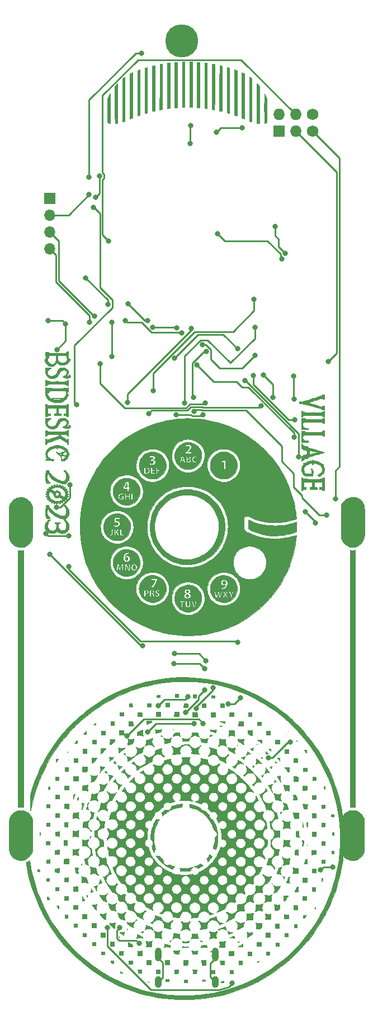
<source format=gbr>
%TF.GenerationSoftware,KiCad,Pcbnew,7.0.1*%
%TF.CreationDate,2023-08-25T16:33:54-05:00*%
%TF.ProjectId,BSidesKC23_Village,42536964-6573-44b4-9332-335f56696c6c,1.1*%
%TF.SameCoordinates,Original*%
%TF.FileFunction,Copper,L1,Top*%
%TF.FilePolarity,Positive*%
%FSLAX46Y46*%
G04 Gerber Fmt 4.6, Leading zero omitted, Abs format (unit mm)*
G04 Created by KiCad (PCBNEW 7.0.1) date 2023-08-25 16:33:54*
%MOMM*%
%LPD*%
G01*
G04 APERTURE LIST*
%TA.AperFunction,EtchedComponent*%
%ADD10C,0.010000*%
%TD*%
%TA.AperFunction,ComponentPad*%
%ADD11O,1.727200X1.727200*%
%TD*%
%TA.AperFunction,ComponentPad*%
%ADD12R,1.727200X1.727200*%
%TD*%
%TA.AperFunction,ComponentPad*%
%ADD13C,1.727200*%
%TD*%
%TA.AperFunction,ComponentPad*%
%ADD14C,5.000000*%
%TD*%
%TA.AperFunction,ComponentPad*%
%ADD15R,1.700000X1.700000*%
%TD*%
%TA.AperFunction,ComponentPad*%
%ADD16O,1.700000X1.700000*%
%TD*%
%TA.AperFunction,ComponentPad*%
%ADD17O,1.000000X1.800000*%
%TD*%
%TA.AperFunction,ComponentPad*%
%ADD18O,1.000000X2.100000*%
%TD*%
%TA.AperFunction,ViaPad*%
%ADD19C,0.800000*%
%TD*%
%TA.AperFunction,Conductor*%
%ADD20C,0.250000*%
%TD*%
G04 APERTURE END LIST*
%TO.C,G\u002A\u002A\u002A*%
D10*
X120636010Y-93672157D02*
X120754750Y-93678416D01*
X120760498Y-94085875D01*
X120766247Y-94493333D01*
X120694298Y-94493333D01*
X120633216Y-94482841D01*
X120593300Y-94458160D01*
X120558895Y-94430326D01*
X120500064Y-94394832D01*
X120447833Y-94368202D01*
X120331416Y-94313416D01*
X119024287Y-94307505D01*
X117717157Y-94301594D01*
X117600828Y-94389423D01*
X117484500Y-94477252D01*
X117484500Y-94637275D01*
X117485991Y-94721457D01*
X117493867Y-94781353D01*
X117513230Y-94833927D01*
X117549182Y-94896140D01*
X117573921Y-94934547D01*
X117652732Y-95038186D01*
X117734990Y-95115805D01*
X117757981Y-95131814D01*
X117802991Y-95158587D01*
X117843886Y-95175949D01*
X117891570Y-95185922D01*
X117956944Y-95190531D01*
X118050913Y-95191800D01*
X118081310Y-95191833D01*
X118310000Y-95191833D01*
X118310000Y-95424666D01*
X117272833Y-95424666D01*
X117272833Y-93710166D01*
X117801468Y-93710166D01*
X117908364Y-93879500D01*
X119119890Y-93879420D01*
X119377522Y-93879345D01*
X119596224Y-93879085D01*
X119779400Y-93878533D01*
X119930453Y-93877584D01*
X120052788Y-93876131D01*
X120149807Y-93874068D01*
X120224915Y-93871290D01*
X120281514Y-93867689D01*
X120323009Y-93863160D01*
X120352803Y-93857596D01*
X120374300Y-93850892D01*
X120390902Y-93842941D01*
X120396603Y-93839590D01*
X120450261Y-93792449D01*
X120489043Y-93734027D01*
X120489530Y-93732868D01*
X120507627Y-93694908D01*
X120529777Y-93675684D01*
X120568774Y-93669893D01*
X120636010Y-93672157D01*
%TA.AperFunction,EtchedComponent*%
G36*
X120636010Y-93672157D02*
G01*
X120754750Y-93678416D01*
X120760498Y-94085875D01*
X120766247Y-94493333D01*
X120694298Y-94493333D01*
X120633216Y-94482841D01*
X120593300Y-94458160D01*
X120558895Y-94430326D01*
X120500064Y-94394832D01*
X120447833Y-94368202D01*
X120331416Y-94313416D01*
X119024287Y-94307505D01*
X117717157Y-94301594D01*
X117600828Y-94389423D01*
X117484500Y-94477252D01*
X117484500Y-94637275D01*
X117485991Y-94721457D01*
X117493867Y-94781353D01*
X117513230Y-94833927D01*
X117549182Y-94896140D01*
X117573921Y-94934547D01*
X117652732Y-95038186D01*
X117734990Y-95115805D01*
X117757981Y-95131814D01*
X117802991Y-95158587D01*
X117843886Y-95175949D01*
X117891570Y-95185922D01*
X117956944Y-95190531D01*
X118050913Y-95191800D01*
X118081310Y-95191833D01*
X118310000Y-95191833D01*
X118310000Y-95424666D01*
X117272833Y-95424666D01*
X117272833Y-93710166D01*
X117801468Y-93710166D01*
X117908364Y-93879500D01*
X119119890Y-93879420D01*
X119377522Y-93879345D01*
X119596224Y-93879085D01*
X119779400Y-93878533D01*
X119930453Y-93877584D01*
X120052788Y-93876131D01*
X120149807Y-93874068D01*
X120224915Y-93871290D01*
X120281514Y-93867689D01*
X120323009Y-93863160D01*
X120352803Y-93857596D01*
X120374300Y-93850892D01*
X120390902Y-93842941D01*
X120396603Y-93839590D01*
X120450261Y-93792449D01*
X120489043Y-93734027D01*
X120489530Y-93732868D01*
X120507627Y-93694908D01*
X120529777Y-93675684D01*
X120568774Y-93669893D01*
X120636010Y-93672157D01*
G37*
%TD.AperFunction*%
X120765333Y-96419500D02*
X120713356Y-96419500D01*
X120663286Y-96407772D01*
X120602202Y-96378536D01*
X120584768Y-96367509D01*
X120520748Y-96329810D01*
X120439257Y-96289245D01*
X120388036Y-96266968D01*
X120362473Y-96256859D01*
X120337412Y-96248244D01*
X120309384Y-96240988D01*
X120274917Y-96234952D01*
X120230540Y-96229999D01*
X120172781Y-96225993D01*
X120098169Y-96222796D01*
X120003234Y-96220271D01*
X119884504Y-96218282D01*
X119738508Y-96216691D01*
X119561775Y-96215361D01*
X119350834Y-96214155D01*
X119102213Y-96212937D01*
X119008309Y-96212495D01*
X117748701Y-96206573D01*
X117616600Y-96302696D01*
X117484500Y-96398818D01*
X117484500Y-96563775D01*
X117485656Y-96648711D01*
X117492573Y-96707669D01*
X117510421Y-96757000D01*
X117544373Y-96813056D01*
X117579210Y-96863233D01*
X117639046Y-96938898D01*
X117705319Y-97008590D01*
X117763801Y-97057364D01*
X117764418Y-97057776D01*
X117807508Y-97084577D01*
X117846909Y-97101950D01*
X117893388Y-97111932D01*
X117957714Y-97116557D01*
X118050657Y-97117861D01*
X118082458Y-97117909D01*
X118310000Y-97118000D01*
X118310000Y-97350833D01*
X117272833Y-97350833D01*
X117272833Y-95636333D01*
X117812583Y-95636447D01*
X117854954Y-95715765D01*
X117897326Y-95795083D01*
X119098996Y-95800549D01*
X119355230Y-95801666D01*
X119572599Y-95802434D01*
X119754573Y-95802755D01*
X119904621Y-95802532D01*
X120026211Y-95801668D01*
X120122811Y-95800066D01*
X120197891Y-95797629D01*
X120254919Y-95794259D01*
X120297363Y-95789860D01*
X120328693Y-95784335D01*
X120352376Y-95777585D01*
X120371883Y-95769515D01*
X120381803Y-95764623D01*
X120449493Y-95715449D01*
X120489704Y-95658615D01*
X120507480Y-95622385D01*
X120530590Y-95603072D01*
X120571431Y-95595376D01*
X120640901Y-95594000D01*
X120765333Y-95594000D01*
X120765333Y-96419500D01*
%TA.AperFunction,EtchedComponent*%
G36*
X120765333Y-96419500D02*
G01*
X120713356Y-96419500D01*
X120663286Y-96407772D01*
X120602202Y-96378536D01*
X120584768Y-96367509D01*
X120520748Y-96329810D01*
X120439257Y-96289245D01*
X120388036Y-96266968D01*
X120362473Y-96256859D01*
X120337412Y-96248244D01*
X120309384Y-96240988D01*
X120274917Y-96234952D01*
X120230540Y-96229999D01*
X120172781Y-96225993D01*
X120098169Y-96222796D01*
X120003234Y-96220271D01*
X119884504Y-96218282D01*
X119738508Y-96216691D01*
X119561775Y-96215361D01*
X119350834Y-96214155D01*
X119102213Y-96212937D01*
X119008309Y-96212495D01*
X117748701Y-96206573D01*
X117616600Y-96302696D01*
X117484500Y-96398818D01*
X117484500Y-96563775D01*
X117485656Y-96648711D01*
X117492573Y-96707669D01*
X117510421Y-96757000D01*
X117544373Y-96813056D01*
X117579210Y-96863233D01*
X117639046Y-96938898D01*
X117705319Y-97008590D01*
X117763801Y-97057364D01*
X117764418Y-97057776D01*
X117807508Y-97084577D01*
X117846909Y-97101950D01*
X117893388Y-97111932D01*
X117957714Y-97116557D01*
X118050657Y-97117861D01*
X118082458Y-97117909D01*
X118310000Y-97118000D01*
X118310000Y-97350833D01*
X117272833Y-97350833D01*
X117272833Y-95636333D01*
X117812583Y-95636447D01*
X117854954Y-95715765D01*
X117897326Y-95795083D01*
X119098996Y-95800549D01*
X119355230Y-95801666D01*
X119572599Y-95802434D01*
X119754573Y-95802755D01*
X119904621Y-95802532D01*
X120026211Y-95801668D01*
X120122811Y-95800066D01*
X120197891Y-95797629D01*
X120254919Y-95794259D01*
X120297363Y-95789860D01*
X120328693Y-95784335D01*
X120352376Y-95777585D01*
X120371883Y-95769515D01*
X120381803Y-95764623D01*
X120449493Y-95715449D01*
X120489704Y-95658615D01*
X120507480Y-95622385D01*
X120530590Y-95603072D01*
X120571431Y-95595376D01*
X120640901Y-95594000D01*
X120765333Y-95594000D01*
X120765333Y-96419500D01*
G37*
%TD.AperFunction*%
X78706974Y-91574461D02*
X78738557Y-91583758D01*
X78748931Y-91604592D01*
X78749500Y-91616294D01*
X78763842Y-91658703D01*
X78799477Y-91709413D01*
X78811371Y-91722128D01*
X78873243Y-91784000D01*
X80241513Y-91784000D01*
X80558855Y-91783653D01*
X80836633Y-91782616D01*
X81074453Y-91780895D01*
X81271922Y-91778496D01*
X81428647Y-91775426D01*
X81544232Y-91771691D01*
X81618286Y-91767296D01*
X81650414Y-91762248D01*
X81650655Y-91762125D01*
X81685478Y-91730129D01*
X81723229Y-91676498D01*
X81734361Y-91656292D01*
X81759844Y-91609740D01*
X81784517Y-91584659D01*
X81821778Y-91574408D01*
X81885026Y-91572347D01*
X81903763Y-91572333D01*
X82030333Y-91572333D01*
X82030333Y-93477333D01*
X81871583Y-93477333D01*
X81790820Y-93476641D01*
X81743477Y-93472631D01*
X81720641Y-93462399D01*
X81713399Y-93443041D01*
X81712833Y-93425616D01*
X81697986Y-93371172D01*
X81651508Y-93334349D01*
X81570490Y-93313771D01*
X81464706Y-93308000D01*
X81310666Y-93308000D01*
X81310666Y-93011666D01*
X81670500Y-93011666D01*
X81670500Y-92207333D01*
X80485166Y-92207333D01*
X80485166Y-92867733D01*
X80554951Y-92937518D01*
X80651069Y-93005486D01*
X80770356Y-93045255D01*
X80860875Y-93053881D01*
X80929666Y-93054000D01*
X80929666Y-93308000D01*
X79850166Y-93308000D01*
X79850166Y-93057721D01*
X79934643Y-93043448D01*
X79997614Y-93023980D01*
X80055379Y-92983164D01*
X80103977Y-92932774D01*
X80188833Y-92836373D01*
X80188833Y-92207333D01*
X78876500Y-92207333D01*
X78876500Y-92990500D01*
X79257500Y-92990500D01*
X79257500Y-93308000D01*
X79135791Y-93308929D01*
X79007904Y-93320869D01*
X78901788Y-93352814D01*
X78825195Y-93402064D01*
X78806252Y-93423635D01*
X78776521Y-93455776D01*
X78738515Y-93471892D01*
X78677522Y-93477120D01*
X78652484Y-93477333D01*
X78537833Y-93477333D01*
X78537833Y-91572333D01*
X78643666Y-91572333D01*
X78706974Y-91574461D01*
%TA.AperFunction,EtchedComponent*%
G36*
X78706974Y-91574461D02*
G01*
X78738557Y-91583758D01*
X78748931Y-91604592D01*
X78749500Y-91616294D01*
X78763842Y-91658703D01*
X78799477Y-91709413D01*
X78811371Y-91722128D01*
X78873243Y-91784000D01*
X80241513Y-91784000D01*
X80558855Y-91783653D01*
X80836633Y-91782616D01*
X81074453Y-91780895D01*
X81271922Y-91778496D01*
X81428647Y-91775426D01*
X81544232Y-91771691D01*
X81618286Y-91767296D01*
X81650414Y-91762248D01*
X81650655Y-91762125D01*
X81685478Y-91730129D01*
X81723229Y-91676498D01*
X81734361Y-91656292D01*
X81759844Y-91609740D01*
X81784517Y-91584659D01*
X81821778Y-91574408D01*
X81885026Y-91572347D01*
X81903763Y-91572333D01*
X82030333Y-91572333D01*
X82030333Y-93477333D01*
X81871583Y-93477333D01*
X81790820Y-93476641D01*
X81743477Y-93472631D01*
X81720641Y-93462399D01*
X81713399Y-93443041D01*
X81712833Y-93425616D01*
X81697986Y-93371172D01*
X81651508Y-93334349D01*
X81570490Y-93313771D01*
X81464706Y-93308000D01*
X81310666Y-93308000D01*
X81310666Y-93011666D01*
X81670500Y-93011666D01*
X81670500Y-92207333D01*
X80485166Y-92207333D01*
X80485166Y-92867733D01*
X80554951Y-92937518D01*
X80651069Y-93005486D01*
X80770356Y-93045255D01*
X80860875Y-93053881D01*
X80929666Y-93054000D01*
X80929666Y-93308000D01*
X79850166Y-93308000D01*
X79850166Y-93057721D01*
X79934643Y-93043448D01*
X79997614Y-93023980D01*
X80055379Y-92983164D01*
X80103977Y-92932774D01*
X80188833Y-92836373D01*
X80188833Y-92207333D01*
X78876500Y-92207333D01*
X78876500Y-92990500D01*
X79257500Y-92990500D01*
X79257500Y-93308000D01*
X79135791Y-93308929D01*
X79007904Y-93320869D01*
X78901788Y-93352814D01*
X78825195Y-93402064D01*
X78806252Y-93423635D01*
X78776521Y-93455776D01*
X78738515Y-93471892D01*
X78677522Y-93477120D01*
X78652484Y-93477333D01*
X78537833Y-93477333D01*
X78537833Y-91572333D01*
X78643666Y-91572333D01*
X78706974Y-91574461D01*
G37*
%TD.AperFunction*%
X117441616Y-102686696D02*
X117473025Y-102695618D01*
X117483635Y-102716595D01*
X117484500Y-102734060D01*
X117499399Y-102781767D01*
X117535618Y-102831221D01*
X117539110Y-102834602D01*
X117593720Y-102885916D01*
X118960074Y-102891809D01*
X119241490Y-102893078D01*
X119483655Y-102894097D01*
X119689651Y-102894591D01*
X119862560Y-102894286D01*
X120005465Y-102892907D01*
X120121447Y-102890179D01*
X120213590Y-102885828D01*
X120284974Y-102879578D01*
X120338682Y-102871156D01*
X120377797Y-102860287D01*
X120405401Y-102846696D01*
X120424576Y-102830109D01*
X120438403Y-102810250D01*
X120449966Y-102786846D01*
X120462346Y-102759621D01*
X120463173Y-102757880D01*
X120484079Y-102718170D01*
X120506923Y-102696320D01*
X120544024Y-102686997D01*
X120607700Y-102684867D01*
X120631888Y-102684833D01*
X120765769Y-102684833D01*
X120760259Y-103632041D01*
X120754750Y-104579250D01*
X120601291Y-104585468D01*
X120522233Y-104587981D01*
X120476406Y-104585777D01*
X120454761Y-104576241D01*
X120448246Y-104556759D01*
X120447833Y-104541124D01*
X120436644Y-104486157D01*
X120399842Y-104449386D01*
X120332572Y-104428368D01*
X120229980Y-104420661D01*
X120208041Y-104420500D01*
X120045666Y-104420500D01*
X120045666Y-104124166D01*
X120405500Y-104124166D01*
X120405500Y-103319833D01*
X119220166Y-103319833D01*
X119220166Y-103645062D01*
X119220605Y-103770712D01*
X119222493Y-103861435D01*
X119226691Y-103924632D01*
X119234058Y-103967706D01*
X119245452Y-103998057D01*
X119261733Y-104023089D01*
X119264455Y-104026595D01*
X119341562Y-104091530D01*
X119454618Y-104137234D01*
X119560064Y-104158077D01*
X119664666Y-104171953D01*
X119664666Y-104420500D01*
X118561979Y-104420500D01*
X118568281Y-104288208D01*
X118573046Y-104215610D01*
X118581477Y-104175134D01*
X118597936Y-104156574D01*
X118626785Y-104149725D01*
X118627500Y-104149640D01*
X118733925Y-104121118D01*
X118819467Y-104059999D01*
X118860415Y-104011561D01*
X118923833Y-103925326D01*
X118923833Y-103319833D01*
X117611500Y-103319833D01*
X117611500Y-104103000D01*
X117992500Y-104103000D01*
X117992500Y-104420500D01*
X117839041Y-104420579D01*
X117705484Y-104432170D01*
X117606240Y-104467145D01*
X117539983Y-104526039D01*
X117527439Y-104546367D01*
X117505575Y-104572484D01*
X117468073Y-104585677D01*
X117402716Y-104589768D01*
X117388505Y-104589833D01*
X117272833Y-104589833D01*
X117272833Y-102684833D01*
X117378666Y-102684833D01*
X117441616Y-102686696D01*
%TA.AperFunction,EtchedComponent*%
G36*
X117441616Y-102686696D02*
G01*
X117473025Y-102695618D01*
X117483635Y-102716595D01*
X117484500Y-102734060D01*
X117499399Y-102781767D01*
X117535618Y-102831221D01*
X117539110Y-102834602D01*
X117593720Y-102885916D01*
X118960074Y-102891809D01*
X119241490Y-102893078D01*
X119483655Y-102894097D01*
X119689651Y-102894591D01*
X119862560Y-102894286D01*
X120005465Y-102892907D01*
X120121447Y-102890179D01*
X120213590Y-102885828D01*
X120284974Y-102879578D01*
X120338682Y-102871156D01*
X120377797Y-102860287D01*
X120405401Y-102846696D01*
X120424576Y-102830109D01*
X120438403Y-102810250D01*
X120449966Y-102786846D01*
X120462346Y-102759621D01*
X120463173Y-102757880D01*
X120484079Y-102718170D01*
X120506923Y-102696320D01*
X120544024Y-102686997D01*
X120607700Y-102684867D01*
X120631888Y-102684833D01*
X120765769Y-102684833D01*
X120760259Y-103632041D01*
X120754750Y-104579250D01*
X120601291Y-104585468D01*
X120522233Y-104587981D01*
X120476406Y-104585777D01*
X120454761Y-104576241D01*
X120448246Y-104556759D01*
X120447833Y-104541124D01*
X120436644Y-104486157D01*
X120399842Y-104449386D01*
X120332572Y-104428368D01*
X120229980Y-104420661D01*
X120208041Y-104420500D01*
X120045666Y-104420500D01*
X120045666Y-104124166D01*
X120405500Y-104124166D01*
X120405500Y-103319833D01*
X119220166Y-103319833D01*
X119220166Y-103645062D01*
X119220605Y-103770712D01*
X119222493Y-103861435D01*
X119226691Y-103924632D01*
X119234058Y-103967706D01*
X119245452Y-103998057D01*
X119261733Y-104023089D01*
X119264455Y-104026595D01*
X119341562Y-104091530D01*
X119454618Y-104137234D01*
X119560064Y-104158077D01*
X119664666Y-104171953D01*
X119664666Y-104420500D01*
X118561979Y-104420500D01*
X118568281Y-104288208D01*
X118573046Y-104215610D01*
X118581477Y-104175134D01*
X118597936Y-104156574D01*
X118626785Y-104149725D01*
X118627500Y-104149640D01*
X118733925Y-104121118D01*
X118819467Y-104059999D01*
X118860415Y-104011561D01*
X118923833Y-103925326D01*
X118923833Y-103319833D01*
X117611500Y-103319833D01*
X117611500Y-104103000D01*
X117992500Y-104103000D01*
X117992500Y-104420500D01*
X117839041Y-104420579D01*
X117705484Y-104432170D01*
X117606240Y-104467145D01*
X117539983Y-104526039D01*
X117527439Y-104546367D01*
X117505575Y-104572484D01*
X117468073Y-104585677D01*
X117402716Y-104589768D01*
X117388505Y-104589833D01*
X117272833Y-104589833D01*
X117272833Y-102684833D01*
X117378666Y-102684833D01*
X117441616Y-102686696D01*
G37*
%TD.AperFunction*%
X117408646Y-92645506D02*
X117437254Y-92673000D01*
X117477173Y-92706914D01*
X117511137Y-92715803D01*
X117561806Y-92728976D01*
X117611500Y-92757666D01*
X117677939Y-92789237D01*
X117772949Y-92799529D01*
X117856108Y-92807095D01*
X117904410Y-92828128D01*
X117907833Y-92831750D01*
X117922022Y-92841823D01*
X117949039Y-92849583D01*
X117993749Y-92855310D01*
X118061018Y-92859284D01*
X118155714Y-92861787D01*
X118282703Y-92863098D01*
X118446851Y-92863498D01*
X118458413Y-92863500D01*
X118622071Y-92863284D01*
X118748777Y-92862389D01*
X118843911Y-92860436D01*
X118912853Y-92857050D01*
X118960982Y-92851855D01*
X118993679Y-92844474D01*
X119016323Y-92834532D01*
X119032188Y-92823380D01*
X119066519Y-92798565D01*
X119092254Y-92797375D01*
X119127103Y-92821519D01*
X119141991Y-92833963D01*
X119162595Y-92850385D01*
X119184085Y-92862813D01*
X119212306Y-92871804D01*
X119253102Y-92877913D01*
X119312318Y-92881697D01*
X119395800Y-92883713D01*
X119509392Y-92884517D01*
X119658939Y-92884666D01*
X119674562Y-92884666D01*
X119830836Y-92884350D01*
X119951058Y-92883091D01*
X120041506Y-92880423D01*
X120108461Y-92875882D01*
X120158199Y-92869000D01*
X120197001Y-92859314D01*
X120231145Y-92846356D01*
X120239146Y-92842798D01*
X120311710Y-92816767D01*
X120382721Y-92801822D01*
X120402698Y-92800464D01*
X120456908Y-92791228D01*
X120510230Y-92759404D01*
X120559710Y-92714270D01*
X120621080Y-92660213D01*
X120669549Y-92636491D01*
X120700094Y-92634895D01*
X120754750Y-92641250D01*
X120754750Y-93487916D01*
X120664071Y-93494460D01*
X120611367Y-93495467D01*
X120572355Y-93484538D01*
X120533128Y-93454646D01*
X120484154Y-93403549D01*
X120423079Y-93343496D01*
X120366542Y-93307906D01*
X120295950Y-93285790D01*
X120278500Y-93282014D01*
X120226243Y-93275856D01*
X120132150Y-93270285D01*
X119996712Y-93265314D01*
X119820421Y-93260952D01*
X119603770Y-93257212D01*
X119347252Y-93254105D01*
X119051358Y-93251643D01*
X118929459Y-93250883D01*
X118670140Y-93249433D01*
X118449841Y-93248348D01*
X118265247Y-93247719D01*
X118113045Y-93247637D01*
X117989921Y-93248193D01*
X117892561Y-93249478D01*
X117817653Y-93251584D01*
X117761881Y-93254601D01*
X117721934Y-93258622D01*
X117694497Y-93263736D01*
X117676257Y-93270036D01*
X117663900Y-93277612D01*
X117654705Y-93285960D01*
X117602677Y-93323359D01*
X117559121Y-93341506D01*
X117515690Y-93366450D01*
X117505666Y-93402147D01*
X117486291Y-93447745D01*
X117434182Y-93481291D01*
X117358365Y-93497679D01*
X117335337Y-93498500D01*
X117272833Y-93498500D01*
X117272833Y-92630666D01*
X117341825Y-92630666D01*
X117408646Y-92645506D01*
%TA.AperFunction,EtchedComponent*%
G36*
X117408646Y-92645506D02*
G01*
X117437254Y-92673000D01*
X117477173Y-92706914D01*
X117511137Y-92715803D01*
X117561806Y-92728976D01*
X117611500Y-92757666D01*
X117677939Y-92789237D01*
X117772949Y-92799529D01*
X117856108Y-92807095D01*
X117904410Y-92828128D01*
X117907833Y-92831750D01*
X117922022Y-92841823D01*
X117949039Y-92849583D01*
X117993749Y-92855310D01*
X118061018Y-92859284D01*
X118155714Y-92861787D01*
X118282703Y-92863098D01*
X118446851Y-92863498D01*
X118458413Y-92863500D01*
X118622071Y-92863284D01*
X118748777Y-92862389D01*
X118843911Y-92860436D01*
X118912853Y-92857050D01*
X118960982Y-92851855D01*
X118993679Y-92844474D01*
X119016323Y-92834532D01*
X119032188Y-92823380D01*
X119066519Y-92798565D01*
X119092254Y-92797375D01*
X119127103Y-92821519D01*
X119141991Y-92833963D01*
X119162595Y-92850385D01*
X119184085Y-92862813D01*
X119212306Y-92871804D01*
X119253102Y-92877913D01*
X119312318Y-92881697D01*
X119395800Y-92883713D01*
X119509392Y-92884517D01*
X119658939Y-92884666D01*
X119674562Y-92884666D01*
X119830836Y-92884350D01*
X119951058Y-92883091D01*
X120041506Y-92880423D01*
X120108461Y-92875882D01*
X120158199Y-92869000D01*
X120197001Y-92859314D01*
X120231145Y-92846356D01*
X120239146Y-92842798D01*
X120311710Y-92816767D01*
X120382721Y-92801822D01*
X120402698Y-92800464D01*
X120456908Y-92791228D01*
X120510230Y-92759404D01*
X120559710Y-92714270D01*
X120621080Y-92660213D01*
X120669549Y-92636491D01*
X120700094Y-92634895D01*
X120754750Y-92641250D01*
X120754750Y-93487916D01*
X120664071Y-93494460D01*
X120611367Y-93495467D01*
X120572355Y-93484538D01*
X120533128Y-93454646D01*
X120484154Y-93403549D01*
X120423079Y-93343496D01*
X120366542Y-93307906D01*
X120295950Y-93285790D01*
X120278500Y-93282014D01*
X120226243Y-93275856D01*
X120132150Y-93270285D01*
X119996712Y-93265314D01*
X119820421Y-93260952D01*
X119603770Y-93257212D01*
X119347252Y-93254105D01*
X119051358Y-93251643D01*
X118929459Y-93250883D01*
X118670140Y-93249433D01*
X118449841Y-93248348D01*
X118265247Y-93247719D01*
X118113045Y-93247637D01*
X117989921Y-93248193D01*
X117892561Y-93249478D01*
X117817653Y-93251584D01*
X117761881Y-93254601D01*
X117721934Y-93258622D01*
X117694497Y-93263736D01*
X117676257Y-93270036D01*
X117663900Y-93277612D01*
X117654705Y-93285960D01*
X117602677Y-93323359D01*
X117559121Y-93341506D01*
X117515690Y-93366450D01*
X117505666Y-93402147D01*
X117486291Y-93447745D01*
X117434182Y-93481291D01*
X117358365Y-93497679D01*
X117335337Y-93498500D01*
X117272833Y-93498500D01*
X117272833Y-92630666D01*
X117341825Y-92630666D01*
X117408646Y-92645506D01*
G37*
%TD.AperFunction*%
X78678469Y-87943816D02*
X78712078Y-87974000D01*
X78755502Y-88008554D01*
X78794333Y-88016333D01*
X78846541Y-88027727D01*
X78876500Y-88048083D01*
X78919490Y-88070461D01*
X79001089Y-88079575D01*
X79022166Y-88079833D01*
X79095730Y-88082920D01*
X79139404Y-88094536D01*
X79165336Y-88118206D01*
X79167921Y-88122166D01*
X79177931Y-88135265D01*
X79192984Y-88145343D01*
X79218230Y-88152797D01*
X79258820Y-88158019D01*
X79319902Y-88161406D01*
X79406628Y-88163351D01*
X79524148Y-88164248D01*
X79677610Y-88164494D01*
X79720491Y-88164500D01*
X79883569Y-88164354D01*
X80009778Y-88163632D01*
X80104583Y-88161909D01*
X80173450Y-88158758D01*
X80221844Y-88153755D01*
X80255228Y-88146472D01*
X80279067Y-88136484D01*
X80298827Y-88123366D01*
X80304476Y-88118993D01*
X80347533Y-88093044D01*
X80374521Y-88091961D01*
X80376122Y-88093761D01*
X80402561Y-88119719D01*
X80442251Y-88149851D01*
X80464789Y-88161898D01*
X80496284Y-88170957D01*
X80542505Y-88177434D01*
X80609227Y-88181736D01*
X80702220Y-88184269D01*
X80827257Y-88185439D01*
X80951067Y-88185666D01*
X81103844Y-88185359D01*
X81220592Y-88184109D01*
X81307614Y-88181420D01*
X81371211Y-88176799D01*
X81417686Y-88169750D01*
X81453341Y-88159780D01*
X81484479Y-88146394D01*
X81490583Y-88143333D01*
X81557244Y-88116394D01*
X81620175Y-88101836D01*
X81633693Y-88101000D01*
X81723690Y-88082352D01*
X81809583Y-88032355D01*
X81856885Y-87985006D01*
X81914131Y-87940434D01*
X81964587Y-87931666D01*
X82030333Y-87931666D01*
X82030333Y-88778333D01*
X81932346Y-88778333D01*
X81874133Y-88775171D01*
X81831062Y-88760534D01*
X81787991Y-88726696D01*
X81745659Y-88683083D01*
X81692358Y-88629348D01*
X81650635Y-88600728D01*
X81605356Y-88589496D01*
X81559144Y-88587833D01*
X81498115Y-88583614D01*
X81456551Y-88572945D01*
X81448250Y-88566666D01*
X81423976Y-88561712D01*
X81358243Y-88557389D01*
X81251919Y-88553710D01*
X81105873Y-88550692D01*
X80920973Y-88548348D01*
X80698089Y-88546694D01*
X80438089Y-88545743D01*
X80198167Y-88545500D01*
X79937907Y-88545553D01*
X79716687Y-88545780D01*
X79531214Y-88546283D01*
X79378195Y-88547163D01*
X79254336Y-88548521D01*
X79156346Y-88550458D01*
X79080929Y-88553076D01*
X79024795Y-88556477D01*
X78984648Y-88560760D01*
X78957196Y-88566029D01*
X78939147Y-88572384D01*
X78927206Y-88579926D01*
X78921896Y-88584769D01*
X78869968Y-88620812D01*
X78826646Y-88638089D01*
X78782600Y-88661193D01*
X78770666Y-88702388D01*
X78760591Y-88743734D01*
X78725781Y-88767612D01*
X78659356Y-88777508D01*
X78620768Y-88778333D01*
X78537833Y-88778333D01*
X78537833Y-87931666D01*
X78611737Y-87931666D01*
X78678469Y-87943816D01*
%TA.AperFunction,EtchedComponent*%
G36*
X78678469Y-87943816D02*
G01*
X78712078Y-87974000D01*
X78755502Y-88008554D01*
X78794333Y-88016333D01*
X78846541Y-88027727D01*
X78876500Y-88048083D01*
X78919490Y-88070461D01*
X79001089Y-88079575D01*
X79022166Y-88079833D01*
X79095730Y-88082920D01*
X79139404Y-88094536D01*
X79165336Y-88118206D01*
X79167921Y-88122166D01*
X79177931Y-88135265D01*
X79192984Y-88145343D01*
X79218230Y-88152797D01*
X79258820Y-88158019D01*
X79319902Y-88161406D01*
X79406628Y-88163351D01*
X79524148Y-88164248D01*
X79677610Y-88164494D01*
X79720491Y-88164500D01*
X79883569Y-88164354D01*
X80009778Y-88163632D01*
X80104583Y-88161909D01*
X80173450Y-88158758D01*
X80221844Y-88153755D01*
X80255228Y-88146472D01*
X80279067Y-88136484D01*
X80298827Y-88123366D01*
X80304476Y-88118993D01*
X80347533Y-88093044D01*
X80374521Y-88091961D01*
X80376122Y-88093761D01*
X80402561Y-88119719D01*
X80442251Y-88149851D01*
X80464789Y-88161898D01*
X80496284Y-88170957D01*
X80542505Y-88177434D01*
X80609227Y-88181736D01*
X80702220Y-88184269D01*
X80827257Y-88185439D01*
X80951067Y-88185666D01*
X81103844Y-88185359D01*
X81220592Y-88184109D01*
X81307614Y-88181420D01*
X81371211Y-88176799D01*
X81417686Y-88169750D01*
X81453341Y-88159780D01*
X81484479Y-88146394D01*
X81490583Y-88143333D01*
X81557244Y-88116394D01*
X81620175Y-88101836D01*
X81633693Y-88101000D01*
X81723690Y-88082352D01*
X81809583Y-88032355D01*
X81856885Y-87985006D01*
X81914131Y-87940434D01*
X81964587Y-87931666D01*
X82030333Y-87931666D01*
X82030333Y-88778333D01*
X81932346Y-88778333D01*
X81874133Y-88775171D01*
X81831062Y-88760534D01*
X81787991Y-88726696D01*
X81745659Y-88683083D01*
X81692358Y-88629348D01*
X81650635Y-88600728D01*
X81605356Y-88589496D01*
X81559144Y-88587833D01*
X81498115Y-88583614D01*
X81456551Y-88572945D01*
X81448250Y-88566666D01*
X81423976Y-88561712D01*
X81358243Y-88557389D01*
X81251919Y-88553710D01*
X81105873Y-88550692D01*
X80920973Y-88548348D01*
X80698089Y-88546694D01*
X80438089Y-88545743D01*
X80198167Y-88545500D01*
X79937907Y-88545553D01*
X79716687Y-88545780D01*
X79531214Y-88546283D01*
X79378195Y-88547163D01*
X79254336Y-88548521D01*
X79156346Y-88550458D01*
X79080929Y-88553076D01*
X79024795Y-88556477D01*
X78984648Y-88560760D01*
X78957196Y-88566029D01*
X78939147Y-88572384D01*
X78927206Y-88579926D01*
X78921896Y-88584769D01*
X78869968Y-88620812D01*
X78826646Y-88638089D01*
X78782600Y-88661193D01*
X78770666Y-88702388D01*
X78760591Y-88743734D01*
X78725781Y-88767612D01*
X78659356Y-88777508D01*
X78620768Y-88778333D01*
X78537833Y-88778333D01*
X78537833Y-87931666D01*
X78611737Y-87931666D01*
X78678469Y-87943816D01*
G37*
%TD.AperFunction*%
X82030333Y-96377166D02*
X81934808Y-96377166D01*
X81875802Y-96374604D01*
X81840718Y-96360075D01*
X81813852Y-96323314D01*
X81794828Y-96285665D01*
X81769514Y-96241864D01*
X81737774Y-96208038D01*
X81694190Y-96182934D01*
X81633347Y-96165302D01*
X81549827Y-96153888D01*
X81438215Y-96147441D01*
X81293094Y-96144710D01*
X81183362Y-96144333D01*
X80802666Y-96144333D01*
X80802666Y-96370627D01*
X81305375Y-96678097D01*
X81461257Y-96773014D01*
X81584971Y-96846805D01*
X81680217Y-96900832D01*
X81750693Y-96936455D01*
X81800098Y-96955037D01*
X81832131Y-96957938D01*
X81850491Y-96946520D01*
X81858878Y-96922144D01*
X81860991Y-96886172D01*
X81861000Y-96882574D01*
X81864595Y-96843491D01*
X81883446Y-96826116D01*
X81929650Y-96821746D01*
X81945666Y-96821666D01*
X82030333Y-96821666D01*
X82030333Y-97647166D01*
X81945666Y-97647166D01*
X81891463Y-97644966D01*
X81867376Y-97631049D01*
X81861194Y-97594438D01*
X81861000Y-97571059D01*
X81849132Y-97501038D01*
X81820523Y-97438117D01*
X81819877Y-97437200D01*
X81791632Y-97411027D01*
X81732459Y-97366017D01*
X81647399Y-97305661D01*
X81541489Y-97233449D01*
X81419770Y-97152872D01*
X81287281Y-97067420D01*
X81272004Y-97057706D01*
X80765254Y-96735965D01*
X79780110Y-97090807D01*
X79553253Y-97172698D01*
X79363039Y-97241846D01*
X79206180Y-97299576D01*
X79079392Y-97347216D01*
X78979390Y-97386092D01*
X78902889Y-97417530D01*
X78846603Y-97442858D01*
X78807247Y-97463401D01*
X78781536Y-97480486D01*
X78766184Y-97495439D01*
X78761649Y-97502048D01*
X78737287Y-97557467D01*
X78728333Y-97602807D01*
X78722688Y-97630422D01*
X78698452Y-97643493D01*
X78644670Y-97647121D01*
X78633083Y-97647166D01*
X78537833Y-97647166D01*
X78537833Y-96800500D01*
X78631611Y-96800500D01*
X78691072Y-96803482D01*
X78720407Y-96816187D01*
X78731625Y-96844252D01*
X78732152Y-96847699D01*
X78737678Y-96873472D01*
X78748373Y-96893141D01*
X78767722Y-96906131D01*
X78799213Y-96911866D01*
X78846331Y-96909770D01*
X78912562Y-96899267D01*
X79001393Y-96879782D01*
X79116309Y-96850739D01*
X79260797Y-96811561D01*
X79438343Y-96761674D01*
X79652433Y-96700501D01*
X79691810Y-96689197D01*
X80538083Y-96446168D01*
X80544302Y-96295250D01*
X80550521Y-96144333D01*
X78989547Y-96144333D01*
X78860902Y-96260750D01*
X78793844Y-96319379D01*
X78745134Y-96354251D01*
X78703053Y-96371407D01*
X78655881Y-96376888D01*
X78635045Y-96377166D01*
X78537833Y-96377166D01*
X78537833Y-95572833D01*
X78641785Y-95572833D01*
X78710733Y-95576947D01*
X78755644Y-95593915D01*
X78794396Y-95630672D01*
X78796118Y-95632708D01*
X78815755Y-95654465D01*
X78837461Y-95673134D01*
X78864448Y-95688950D01*
X78899927Y-95702149D01*
X78947110Y-95712968D01*
X79009209Y-95721642D01*
X79089434Y-95728408D01*
X79190999Y-95733501D01*
X79317114Y-95737158D01*
X79470990Y-95739615D01*
X79655841Y-95741107D01*
X79874877Y-95741870D01*
X80131309Y-95742141D01*
X80285567Y-95742166D01*
X81527721Y-95742166D01*
X81661827Y-95676146D01*
X81734638Y-95635526D01*
X81795011Y-95593308D01*
X81828954Y-95559729D01*
X81864093Y-95524142D01*
X81916569Y-95510351D01*
X81946154Y-95509333D01*
X82030333Y-95509333D01*
X82030333Y-96377166D01*
%TA.AperFunction,EtchedComponent*%
G36*
X82030333Y-96377166D02*
G01*
X81934808Y-96377166D01*
X81875802Y-96374604D01*
X81840718Y-96360075D01*
X81813852Y-96323314D01*
X81794828Y-96285665D01*
X81769514Y-96241864D01*
X81737774Y-96208038D01*
X81694190Y-96182934D01*
X81633347Y-96165302D01*
X81549827Y-96153888D01*
X81438215Y-96147441D01*
X81293094Y-96144710D01*
X81183362Y-96144333D01*
X80802666Y-96144333D01*
X80802666Y-96370627D01*
X81305375Y-96678097D01*
X81461257Y-96773014D01*
X81584971Y-96846805D01*
X81680217Y-96900832D01*
X81750693Y-96936455D01*
X81800098Y-96955037D01*
X81832131Y-96957938D01*
X81850491Y-96946520D01*
X81858878Y-96922144D01*
X81860991Y-96886172D01*
X81861000Y-96882574D01*
X81864595Y-96843491D01*
X81883446Y-96826116D01*
X81929650Y-96821746D01*
X81945666Y-96821666D01*
X82030333Y-96821666D01*
X82030333Y-97647166D01*
X81945666Y-97647166D01*
X81891463Y-97644966D01*
X81867376Y-97631049D01*
X81861194Y-97594438D01*
X81861000Y-97571059D01*
X81849132Y-97501038D01*
X81820523Y-97438117D01*
X81819877Y-97437200D01*
X81791632Y-97411027D01*
X81732459Y-97366017D01*
X81647399Y-97305661D01*
X81541489Y-97233449D01*
X81419770Y-97152872D01*
X81287281Y-97067420D01*
X81272004Y-97057706D01*
X80765254Y-96735965D01*
X79780110Y-97090807D01*
X79553253Y-97172698D01*
X79363039Y-97241846D01*
X79206180Y-97299576D01*
X79079392Y-97347216D01*
X78979390Y-97386092D01*
X78902889Y-97417530D01*
X78846603Y-97442858D01*
X78807247Y-97463401D01*
X78781536Y-97480486D01*
X78766184Y-97495439D01*
X78761649Y-97502048D01*
X78737287Y-97557467D01*
X78728333Y-97602807D01*
X78722688Y-97630422D01*
X78698452Y-97643493D01*
X78644670Y-97647121D01*
X78633083Y-97647166D01*
X78537833Y-97647166D01*
X78537833Y-96800500D01*
X78631611Y-96800500D01*
X78691072Y-96803482D01*
X78720407Y-96816187D01*
X78731625Y-96844252D01*
X78732152Y-96847699D01*
X78737678Y-96873472D01*
X78748373Y-96893141D01*
X78767722Y-96906131D01*
X78799213Y-96911866D01*
X78846331Y-96909770D01*
X78912562Y-96899267D01*
X79001393Y-96879782D01*
X79116309Y-96850739D01*
X79260797Y-96811561D01*
X79438343Y-96761674D01*
X79652433Y-96700501D01*
X79691810Y-96689197D01*
X80538083Y-96446168D01*
X80544302Y-96295250D01*
X80550521Y-96144333D01*
X78989547Y-96144333D01*
X78860902Y-96260750D01*
X78793844Y-96319379D01*
X78745134Y-96354251D01*
X78703053Y-96371407D01*
X78655881Y-96376888D01*
X78635045Y-96377166D01*
X78537833Y-96377166D01*
X78537833Y-95572833D01*
X78641785Y-95572833D01*
X78710733Y-95576947D01*
X78755644Y-95593915D01*
X78794396Y-95630672D01*
X78796118Y-95632708D01*
X78815755Y-95654465D01*
X78837461Y-95673134D01*
X78864448Y-95688950D01*
X78899927Y-95702149D01*
X78947110Y-95712968D01*
X79009209Y-95721642D01*
X79089434Y-95728408D01*
X79190999Y-95733501D01*
X79317114Y-95737158D01*
X79470990Y-95739615D01*
X79655841Y-95741107D01*
X79874877Y-95741870D01*
X80131309Y-95742141D01*
X80285567Y-95742166D01*
X81527721Y-95742166D01*
X81661827Y-95676146D01*
X81734638Y-95635526D01*
X81795011Y-95593308D01*
X81828954Y-95559729D01*
X81864093Y-95524142D01*
X81916569Y-95510351D01*
X81946154Y-95509333D01*
X82030333Y-95509333D01*
X82030333Y-96377166D01*
G37*
%TD.AperFunction*%
X116966742Y-91362925D02*
X117089860Y-91362925D01*
X117105923Y-91393262D01*
X117145833Y-91403000D01*
X117186522Y-91391971D01*
X117200005Y-91379802D01*
X117198221Y-91348626D01*
X117180087Y-91322349D01*
X117150586Y-91299365D01*
X117125689Y-91308966D01*
X117111578Y-91322349D01*
X117089860Y-91362925D01*
X116966742Y-91362925D01*
X116968918Y-91308448D01*
X117005297Y-91241086D01*
X117066249Y-91196263D01*
X117143265Y-91181300D01*
X117197984Y-91191080D01*
X117248018Y-91212920D01*
X117276495Y-91235386D01*
X117277899Y-91238282D01*
X117298635Y-91235628D01*
X117355972Y-91221314D01*
X117446162Y-91196496D01*
X117565458Y-91162330D01*
X117710116Y-91119971D01*
X117876387Y-91070576D01*
X118060525Y-91015299D01*
X118258783Y-90955298D01*
X118467416Y-90891727D01*
X118682675Y-90825742D01*
X118900815Y-90758499D01*
X119118090Y-90691155D01*
X119330751Y-90624864D01*
X119535053Y-90560782D01*
X119727249Y-90500066D01*
X119903593Y-90443871D01*
X120060337Y-90393352D01*
X120193735Y-90349667D01*
X120300041Y-90313969D01*
X120375508Y-90287416D01*
X120416389Y-90271163D01*
X120421038Y-90268673D01*
X120462964Y-90224855D01*
X120481778Y-90184704D01*
X120491978Y-90155329D01*
X120510968Y-90139999D01*
X120549648Y-90135110D01*
X120618919Y-90137058D01*
X120624989Y-90137347D01*
X120754750Y-90143583D01*
X120760592Y-90466375D01*
X120766435Y-90789166D01*
X120629046Y-90789166D01*
X120551086Y-90787028D01*
X120504548Y-90778767D01*
X120478653Y-90761617D01*
X120469767Y-90748266D01*
X120433790Y-90708723D01*
X120407458Y-90694538D01*
X120380842Y-90698543D01*
X120318793Y-90714188D01*
X120226117Y-90739967D01*
X120107624Y-90774376D01*
X119968119Y-90815910D01*
X119812412Y-90863065D01*
X119645309Y-90914335D01*
X119471619Y-90968217D01*
X119296148Y-91023206D01*
X119123705Y-91077796D01*
X118959097Y-91130484D01*
X118807131Y-91179765D01*
X118672616Y-91224133D01*
X118560359Y-91262084D01*
X118475168Y-91292115D01*
X118421850Y-91312719D01*
X118405725Y-91321028D01*
X118394299Y-91335947D01*
X118393878Y-91351147D01*
X118407398Y-91367707D01*
X118437792Y-91386705D01*
X118487996Y-91409220D01*
X118560945Y-91436332D01*
X118659572Y-91469118D01*
X118786813Y-91508657D01*
X118945602Y-91556029D01*
X119138874Y-91612312D01*
X119369564Y-91678585D01*
X119409480Y-91689998D01*
X120390411Y-91970346D01*
X120440289Y-91920468D01*
X120474907Y-91876632D01*
X120490133Y-91839106D01*
X120490166Y-91837878D01*
X120498601Y-91819648D01*
X120529373Y-91809502D01*
X120590682Y-91805491D01*
X120627750Y-91805166D01*
X120765333Y-91805166D01*
X120765333Y-92440166D01*
X120629176Y-92440166D01*
X120552810Y-92438205D01*
X120508695Y-92430576D01*
X120486855Y-92414661D01*
X120480645Y-92401181D01*
X120473365Y-92380999D01*
X120463220Y-92362452D01*
X120447480Y-92344663D01*
X120423418Y-92326756D01*
X120388303Y-92307854D01*
X120339407Y-92287081D01*
X120274001Y-92263560D01*
X120189356Y-92236414D01*
X120082743Y-92204767D01*
X119951432Y-92167742D01*
X119792695Y-92124463D01*
X119603803Y-92074054D01*
X119382027Y-92015637D01*
X119124637Y-91948336D01*
X118839166Y-91873947D01*
X117304583Y-91474353D01*
X117236296Y-91514552D01*
X117153079Y-91543022D01*
X117075363Y-91533305D01*
X117011889Y-91489390D01*
X116971399Y-91415267D01*
X116965620Y-91391027D01*
X116966742Y-91362925D01*
%TA.AperFunction,EtchedComponent*%
G36*
X116966742Y-91362925D02*
G01*
X117089860Y-91362925D01*
X117105923Y-91393262D01*
X117145833Y-91403000D01*
X117186522Y-91391971D01*
X117200005Y-91379802D01*
X117198221Y-91348626D01*
X117180087Y-91322349D01*
X117150586Y-91299365D01*
X117125689Y-91308966D01*
X117111578Y-91322349D01*
X117089860Y-91362925D01*
X116966742Y-91362925D01*
X116968918Y-91308448D01*
X117005297Y-91241086D01*
X117066249Y-91196263D01*
X117143265Y-91181300D01*
X117197984Y-91191080D01*
X117248018Y-91212920D01*
X117276495Y-91235386D01*
X117277899Y-91238282D01*
X117298635Y-91235628D01*
X117355972Y-91221314D01*
X117446162Y-91196496D01*
X117565458Y-91162330D01*
X117710116Y-91119971D01*
X117876387Y-91070576D01*
X118060525Y-91015299D01*
X118258783Y-90955298D01*
X118467416Y-90891727D01*
X118682675Y-90825742D01*
X118900815Y-90758499D01*
X119118090Y-90691155D01*
X119330751Y-90624864D01*
X119535053Y-90560782D01*
X119727249Y-90500066D01*
X119903593Y-90443871D01*
X120060337Y-90393352D01*
X120193735Y-90349667D01*
X120300041Y-90313969D01*
X120375508Y-90287416D01*
X120416389Y-90271163D01*
X120421038Y-90268673D01*
X120462964Y-90224855D01*
X120481778Y-90184704D01*
X120491978Y-90155329D01*
X120510968Y-90139999D01*
X120549648Y-90135110D01*
X120618919Y-90137058D01*
X120624989Y-90137347D01*
X120754750Y-90143583D01*
X120760592Y-90466375D01*
X120766435Y-90789166D01*
X120629046Y-90789166D01*
X120551086Y-90787028D01*
X120504548Y-90778767D01*
X120478653Y-90761617D01*
X120469767Y-90748266D01*
X120433790Y-90708723D01*
X120407458Y-90694538D01*
X120380842Y-90698543D01*
X120318793Y-90714188D01*
X120226117Y-90739967D01*
X120107624Y-90774376D01*
X119968119Y-90815910D01*
X119812412Y-90863065D01*
X119645309Y-90914335D01*
X119471619Y-90968217D01*
X119296148Y-91023206D01*
X119123705Y-91077796D01*
X118959097Y-91130484D01*
X118807131Y-91179765D01*
X118672616Y-91224133D01*
X118560359Y-91262084D01*
X118475168Y-91292115D01*
X118421850Y-91312719D01*
X118405725Y-91321028D01*
X118394299Y-91335947D01*
X118393878Y-91351147D01*
X118407398Y-91367707D01*
X118437792Y-91386705D01*
X118487996Y-91409220D01*
X118560945Y-91436332D01*
X118659572Y-91469118D01*
X118786813Y-91508657D01*
X118945602Y-91556029D01*
X119138874Y-91612312D01*
X119369564Y-91678585D01*
X119409480Y-91689998D01*
X120390411Y-91970346D01*
X120440289Y-91920468D01*
X120474907Y-91876632D01*
X120490133Y-91839106D01*
X120490166Y-91837878D01*
X120498601Y-91819648D01*
X120529373Y-91809502D01*
X120590682Y-91805491D01*
X120627750Y-91805166D01*
X120765333Y-91805166D01*
X120765333Y-92440166D01*
X120629176Y-92440166D01*
X120552810Y-92438205D01*
X120508695Y-92430576D01*
X120486855Y-92414661D01*
X120480645Y-92401181D01*
X120473365Y-92380999D01*
X120463220Y-92362452D01*
X120447480Y-92344663D01*
X120423418Y-92326756D01*
X120388303Y-92307854D01*
X120339407Y-92287081D01*
X120274001Y-92263560D01*
X120189356Y-92236414D01*
X120082743Y-92204767D01*
X119951432Y-92167742D01*
X119792695Y-92124463D01*
X119603803Y-92074054D01*
X119382027Y-92015637D01*
X119124637Y-91948336D01*
X118839166Y-91873947D01*
X117304583Y-91474353D01*
X117236296Y-91514552D01*
X117153079Y-91543022D01*
X117075363Y-91533305D01*
X117011889Y-91489390D01*
X116971399Y-91415267D01*
X116965620Y-91391027D01*
X116966742Y-91362925D01*
G37*
%TD.AperFunction*%
X79384500Y-86131859D02*
X79381128Y-86164970D01*
X79365736Y-86190888D01*
X79330409Y-86216513D01*
X79267234Y-86248747D01*
X79231041Y-86265661D01*
X79090511Y-86348429D01*
X78973745Y-86453064D01*
X78885452Y-86573265D01*
X78830343Y-86702731D01*
X78813000Y-86824890D01*
X78831514Y-86922841D01*
X78882184Y-87027012D01*
X78957697Y-87128310D01*
X79050743Y-87217640D01*
X79154011Y-87285908D01*
X79200426Y-87306787D01*
X79303674Y-87331377D01*
X79431401Y-87339836D01*
X79569306Y-87333009D01*
X79703086Y-87311739D01*
X79818440Y-87276869D01*
X79835930Y-87269311D01*
X79975095Y-87183310D01*
X80099974Y-87061255D01*
X80205651Y-86908380D01*
X80243318Y-86835837D01*
X80291685Y-86733875D01*
X80347108Y-86617207D01*
X80398421Y-86509338D01*
X80403360Y-86498965D01*
X80481939Y-86361098D01*
X80574196Y-86253889D01*
X80685035Y-86174738D01*
X80819360Y-86121045D01*
X80982074Y-86090210D01*
X81178082Y-86079632D01*
X81194250Y-86079583D01*
X81302009Y-86080647D01*
X81379618Y-86085137D01*
X81439233Y-86095004D01*
X81493011Y-86112195D01*
X81548115Y-86136311D01*
X81693361Y-86223216D01*
X81817077Y-86334727D01*
X81913853Y-86463866D01*
X81978280Y-86603655D01*
X82003387Y-86723593D01*
X82003300Y-86846889D01*
X81975235Y-86952607D01*
X81914616Y-87053990D01*
X81871015Y-87106805D01*
X81814310Y-87179367D01*
X81792222Y-87236019D01*
X81804752Y-87285217D01*
X81851900Y-87335418D01*
X81871021Y-87350589D01*
X81947644Y-87393641D01*
X82013998Y-87396642D01*
X82072666Y-87360166D01*
X82107399Y-87317454D01*
X82107830Y-87283549D01*
X82072611Y-87245486D01*
X82059681Y-87235059D01*
X82019891Y-87190110D01*
X82020214Y-87153957D01*
X82058586Y-87131788D01*
X82102572Y-87127333D01*
X82185850Y-87144956D01*
X82249099Y-87192187D01*
X82290814Y-87260566D01*
X82309488Y-87341635D01*
X82303614Y-87426935D01*
X82271688Y-87508009D01*
X82212204Y-87576396D01*
X82185839Y-87595005D01*
X82099709Y-87629291D01*
X81984228Y-87648348D01*
X81849277Y-87652851D01*
X81704737Y-87643474D01*
X81560489Y-87620892D01*
X81426414Y-87585779D01*
X81312394Y-87538810D01*
X81305010Y-87534874D01*
X81228292Y-87490691D01*
X81186983Y-87456702D01*
X81178121Y-87425212D01*
X81198748Y-87388525D01*
X81234141Y-87350614D01*
X81296436Y-87300005D01*
X81351712Y-87276352D01*
X81361656Y-87275500D01*
X81404947Y-87262654D01*
X81468851Y-87228233D01*
X81542009Y-87178411D01*
X81546589Y-87174958D01*
X81660079Y-87070973D01*
X81736792Y-86961493D01*
X81776258Y-86850444D01*
X81778006Y-86741752D01*
X81741567Y-86639343D01*
X81666471Y-86547145D01*
X81625660Y-86514117D01*
X81513513Y-86457904D01*
X81382640Y-86433820D01*
X81240536Y-86440757D01*
X81094694Y-86477610D01*
X80952608Y-86543269D01*
X80826990Y-86632124D01*
X80783375Y-86675441D01*
X80740473Y-86732365D01*
X80693690Y-86810198D01*
X80638434Y-86916240D01*
X80604053Y-86986565D01*
X80515531Y-87158022D01*
X80430438Y-87294874D01*
X80343498Y-87403946D01*
X80249432Y-87492061D01*
X80168010Y-87550446D01*
X80010233Y-87632235D01*
X79833359Y-87690990D01*
X79649258Y-87724522D01*
X79469805Y-87730642D01*
X79311471Y-87708334D01*
X79192419Y-87669784D01*
X79083211Y-87613845D01*
X78973841Y-87534226D01*
X78854303Y-87424634D01*
X78843957Y-87414338D01*
X78753761Y-87317653D01*
X78682594Y-87223908D01*
X78628366Y-87126345D01*
X78588986Y-87018206D01*
X78562363Y-86892735D01*
X78546405Y-86743172D01*
X78539023Y-86562762D01*
X78537833Y-86424945D01*
X78537833Y-86069000D01*
X79384500Y-86069000D01*
X79384500Y-86131859D01*
%TA.AperFunction,EtchedComponent*%
G36*
X79384500Y-86131859D02*
G01*
X79381128Y-86164970D01*
X79365736Y-86190888D01*
X79330409Y-86216513D01*
X79267234Y-86248747D01*
X79231041Y-86265661D01*
X79090511Y-86348429D01*
X78973745Y-86453064D01*
X78885452Y-86573265D01*
X78830343Y-86702731D01*
X78813000Y-86824890D01*
X78831514Y-86922841D01*
X78882184Y-87027012D01*
X78957697Y-87128310D01*
X79050743Y-87217640D01*
X79154011Y-87285908D01*
X79200426Y-87306787D01*
X79303674Y-87331377D01*
X79431401Y-87339836D01*
X79569306Y-87333009D01*
X79703086Y-87311739D01*
X79818440Y-87276869D01*
X79835930Y-87269311D01*
X79975095Y-87183310D01*
X80099974Y-87061255D01*
X80205651Y-86908380D01*
X80243318Y-86835837D01*
X80291685Y-86733875D01*
X80347108Y-86617207D01*
X80398421Y-86509338D01*
X80403360Y-86498965D01*
X80481939Y-86361098D01*
X80574196Y-86253889D01*
X80685035Y-86174738D01*
X80819360Y-86121045D01*
X80982074Y-86090210D01*
X81178082Y-86079632D01*
X81194250Y-86079583D01*
X81302009Y-86080647D01*
X81379618Y-86085137D01*
X81439233Y-86095004D01*
X81493011Y-86112195D01*
X81548115Y-86136311D01*
X81693361Y-86223216D01*
X81817077Y-86334727D01*
X81913853Y-86463866D01*
X81978280Y-86603655D01*
X82003387Y-86723593D01*
X82003300Y-86846889D01*
X81975235Y-86952607D01*
X81914616Y-87053990D01*
X81871015Y-87106805D01*
X81814310Y-87179367D01*
X81792222Y-87236019D01*
X81804752Y-87285217D01*
X81851900Y-87335418D01*
X81871021Y-87350589D01*
X81947644Y-87393641D01*
X82013998Y-87396642D01*
X82072666Y-87360166D01*
X82107399Y-87317454D01*
X82107830Y-87283549D01*
X82072611Y-87245486D01*
X82059681Y-87235059D01*
X82019891Y-87190110D01*
X82020214Y-87153957D01*
X82058586Y-87131788D01*
X82102572Y-87127333D01*
X82185850Y-87144956D01*
X82249099Y-87192187D01*
X82290814Y-87260566D01*
X82309488Y-87341635D01*
X82303614Y-87426935D01*
X82271688Y-87508009D01*
X82212204Y-87576396D01*
X82185839Y-87595005D01*
X82099709Y-87629291D01*
X81984228Y-87648348D01*
X81849277Y-87652851D01*
X81704737Y-87643474D01*
X81560489Y-87620892D01*
X81426414Y-87585779D01*
X81312394Y-87538810D01*
X81305010Y-87534874D01*
X81228292Y-87490691D01*
X81186983Y-87456702D01*
X81178121Y-87425212D01*
X81198748Y-87388525D01*
X81234141Y-87350614D01*
X81296436Y-87300005D01*
X81351712Y-87276352D01*
X81361656Y-87275500D01*
X81404947Y-87262654D01*
X81468851Y-87228233D01*
X81542009Y-87178411D01*
X81546589Y-87174958D01*
X81660079Y-87070973D01*
X81736792Y-86961493D01*
X81776258Y-86850444D01*
X81778006Y-86741752D01*
X81741567Y-86639343D01*
X81666471Y-86547145D01*
X81625660Y-86514117D01*
X81513513Y-86457904D01*
X81382640Y-86433820D01*
X81240536Y-86440757D01*
X81094694Y-86477610D01*
X80952608Y-86543269D01*
X80826990Y-86632124D01*
X80783375Y-86675441D01*
X80740473Y-86732365D01*
X80693690Y-86810198D01*
X80638434Y-86916240D01*
X80604053Y-86986565D01*
X80515531Y-87158022D01*
X80430438Y-87294874D01*
X80343498Y-87403946D01*
X80249432Y-87492061D01*
X80168010Y-87550446D01*
X80010233Y-87632235D01*
X79833359Y-87690990D01*
X79649258Y-87724522D01*
X79469805Y-87730642D01*
X79311471Y-87708334D01*
X79192419Y-87669784D01*
X79083211Y-87613845D01*
X78973841Y-87534226D01*
X78854303Y-87424634D01*
X78843957Y-87414338D01*
X78753761Y-87317653D01*
X78682594Y-87223908D01*
X78628366Y-87126345D01*
X78588986Y-87018206D01*
X78562363Y-86892735D01*
X78546405Y-86743172D01*
X78539023Y-86562762D01*
X78537833Y-86424945D01*
X78537833Y-86069000D01*
X79384500Y-86069000D01*
X79384500Y-86131859D01*
G37*
%TD.AperFunction*%
X79384500Y-93730675D02*
X79380857Y-93765992D01*
X79364276Y-93792697D01*
X79326276Y-93818619D01*
X79258375Y-93851586D01*
X79248820Y-93855931D01*
X79097389Y-93943036D01*
X78974542Y-94052062D01*
X78884106Y-94178268D01*
X78829911Y-94316913D01*
X78817530Y-94390134D01*
X78825696Y-94506256D01*
X78873521Y-94620525D01*
X78962050Y-94735047D01*
X79013745Y-94785675D01*
X79097793Y-94853747D01*
X79181289Y-94899412D01*
X79274925Y-94925820D01*
X79389398Y-94936119D01*
X79518246Y-94934255D01*
X79622023Y-94927751D01*
X79699512Y-94916485D01*
X79766743Y-94896790D01*
X79839746Y-94864995D01*
X79856497Y-94856839D01*
X79935298Y-94814304D01*
X80003256Y-94767413D01*
X80064184Y-94710968D01*
X80121897Y-94639773D01*
X80180210Y-94548629D01*
X80242936Y-94432340D01*
X80313889Y-94285709D01*
X80377223Y-94147318D01*
X80420325Y-94060876D01*
X80469033Y-93976846D01*
X80510165Y-93916994D01*
X80603094Y-93830779D01*
X80726991Y-93761650D01*
X80873446Y-93711149D01*
X81034050Y-93680819D01*
X81200393Y-93672204D01*
X81364068Y-93686845D01*
X81516663Y-93726286D01*
X81527554Y-93730336D01*
X81665204Y-93802100D01*
X81787884Y-93903104D01*
X81889071Y-94025231D01*
X81962241Y-94160365D01*
X82000872Y-94300388D01*
X82003387Y-94322426D01*
X82003300Y-94445722D01*
X81975235Y-94551440D01*
X81914616Y-94652823D01*
X81871015Y-94705639D01*
X81814627Y-94777474D01*
X81792297Y-94833531D01*
X81803808Y-94882872D01*
X81848940Y-94934562D01*
X81865158Y-94948667D01*
X81940159Y-94992428D01*
X82010796Y-94995508D01*
X82073897Y-94957769D01*
X82073989Y-94957677D01*
X82106630Y-94910108D01*
X82098190Y-94871688D01*
X82055422Y-94842855D01*
X82015955Y-94809572D01*
X82013573Y-94771062D01*
X82047135Y-94740208D01*
X82065055Y-94734112D01*
X82149466Y-94732005D01*
X82222189Y-94765932D01*
X82276797Y-94829924D01*
X82306864Y-94918010D01*
X82310654Y-94962274D01*
X82297873Y-95064443D01*
X82254686Y-95142870D01*
X82179026Y-95199136D01*
X82068826Y-95234823D01*
X81933146Y-95250950D01*
X81729695Y-95248064D01*
X81537049Y-95218322D01*
X81366651Y-95163647D01*
X81339186Y-95151287D01*
X81250156Y-95106374D01*
X81197708Y-95070234D01*
X81178738Y-95036903D01*
X81190142Y-95000417D01*
X81228818Y-94954814D01*
X81234141Y-94949447D01*
X81286626Y-94905442D01*
X81335207Y-94878408D01*
X81353685Y-94874333D01*
X81421901Y-94857786D01*
X81503028Y-94813251D01*
X81587148Y-94748390D01*
X81664339Y-94670863D01*
X81724681Y-94588332D01*
X81725207Y-94587436D01*
X81772024Y-94472982D01*
X81780216Y-94362584D01*
X81753491Y-94260848D01*
X81695555Y-94172380D01*
X81610113Y-94101787D01*
X81500872Y-94053675D01*
X81371538Y-94032649D01*
X81281046Y-94035420D01*
X81154952Y-94061474D01*
X81024888Y-94110855D01*
X80904311Y-94176861D01*
X80806674Y-94252794D01*
X80774367Y-94287724D01*
X80737885Y-94340731D01*
X80689790Y-94421860D01*
X80635954Y-94520677D01*
X80582250Y-94626751D01*
X80574614Y-94642548D01*
X80518611Y-94756330D01*
X80472649Y-94840901D01*
X80430191Y-94906002D01*
X80384700Y-94961373D01*
X80329638Y-95016754D01*
X80313085Y-95032230D01*
X80148048Y-95158171D01*
X79962914Y-95252174D01*
X79765201Y-95312023D01*
X79562426Y-95335502D01*
X79362107Y-95320394D01*
X79345898Y-95317351D01*
X79181619Y-95264804D01*
X79021485Y-95172124D01*
X78884974Y-95058943D01*
X78780296Y-94952576D01*
X78698008Y-94849507D01*
X78635805Y-94742820D01*
X78591380Y-94625597D01*
X78562428Y-94490922D01*
X78546642Y-94331875D01*
X78541718Y-94141541D01*
X78542618Y-94031881D01*
X78548416Y-93678416D01*
X79384500Y-93666938D01*
X79384500Y-93730675D01*
%TA.AperFunction,EtchedComponent*%
G36*
X79384500Y-93730675D02*
G01*
X79380857Y-93765992D01*
X79364276Y-93792697D01*
X79326276Y-93818619D01*
X79258375Y-93851586D01*
X79248820Y-93855931D01*
X79097389Y-93943036D01*
X78974542Y-94052062D01*
X78884106Y-94178268D01*
X78829911Y-94316913D01*
X78817530Y-94390134D01*
X78825696Y-94506256D01*
X78873521Y-94620525D01*
X78962050Y-94735047D01*
X79013745Y-94785675D01*
X79097793Y-94853747D01*
X79181289Y-94899412D01*
X79274925Y-94925820D01*
X79389398Y-94936119D01*
X79518246Y-94934255D01*
X79622023Y-94927751D01*
X79699512Y-94916485D01*
X79766743Y-94896790D01*
X79839746Y-94864995D01*
X79856497Y-94856839D01*
X79935298Y-94814304D01*
X80003256Y-94767413D01*
X80064184Y-94710968D01*
X80121897Y-94639773D01*
X80180210Y-94548629D01*
X80242936Y-94432340D01*
X80313889Y-94285709D01*
X80377223Y-94147318D01*
X80420325Y-94060876D01*
X80469033Y-93976846D01*
X80510165Y-93916994D01*
X80603094Y-93830779D01*
X80726991Y-93761650D01*
X80873446Y-93711149D01*
X81034050Y-93680819D01*
X81200393Y-93672204D01*
X81364068Y-93686845D01*
X81516663Y-93726286D01*
X81527554Y-93730336D01*
X81665204Y-93802100D01*
X81787884Y-93903104D01*
X81889071Y-94025231D01*
X81962241Y-94160365D01*
X82000872Y-94300388D01*
X82003387Y-94322426D01*
X82003300Y-94445722D01*
X81975235Y-94551440D01*
X81914616Y-94652823D01*
X81871015Y-94705639D01*
X81814627Y-94777474D01*
X81792297Y-94833531D01*
X81803808Y-94882872D01*
X81848940Y-94934562D01*
X81865158Y-94948667D01*
X81940159Y-94992428D01*
X82010796Y-94995508D01*
X82073897Y-94957769D01*
X82073989Y-94957677D01*
X82106630Y-94910108D01*
X82098190Y-94871688D01*
X82055422Y-94842855D01*
X82015955Y-94809572D01*
X82013573Y-94771062D01*
X82047135Y-94740208D01*
X82065055Y-94734112D01*
X82149466Y-94732005D01*
X82222189Y-94765932D01*
X82276797Y-94829924D01*
X82306864Y-94918010D01*
X82310654Y-94962274D01*
X82297873Y-95064443D01*
X82254686Y-95142870D01*
X82179026Y-95199136D01*
X82068826Y-95234823D01*
X81933146Y-95250950D01*
X81729695Y-95248064D01*
X81537049Y-95218322D01*
X81366651Y-95163647D01*
X81339186Y-95151287D01*
X81250156Y-95106374D01*
X81197708Y-95070234D01*
X81178738Y-95036903D01*
X81190142Y-95000417D01*
X81228818Y-94954814D01*
X81234141Y-94949447D01*
X81286626Y-94905442D01*
X81335207Y-94878408D01*
X81353685Y-94874333D01*
X81421901Y-94857786D01*
X81503028Y-94813251D01*
X81587148Y-94748390D01*
X81664339Y-94670863D01*
X81724681Y-94588332D01*
X81725207Y-94587436D01*
X81772024Y-94472982D01*
X81780216Y-94362584D01*
X81753491Y-94260848D01*
X81695555Y-94172380D01*
X81610113Y-94101787D01*
X81500872Y-94053675D01*
X81371538Y-94032649D01*
X81281046Y-94035420D01*
X81154952Y-94061474D01*
X81024888Y-94110855D01*
X80904311Y-94176861D01*
X80806674Y-94252794D01*
X80774367Y-94287724D01*
X80737885Y-94340731D01*
X80689790Y-94421860D01*
X80635954Y-94520677D01*
X80582250Y-94626751D01*
X80574614Y-94642548D01*
X80518611Y-94756330D01*
X80472649Y-94840901D01*
X80430191Y-94906002D01*
X80384700Y-94961373D01*
X80329638Y-95016754D01*
X80313085Y-95032230D01*
X80148048Y-95158171D01*
X79962914Y-95252174D01*
X79765201Y-95312023D01*
X79562426Y-95335502D01*
X79362107Y-95320394D01*
X79345898Y-95317351D01*
X79181619Y-95264804D01*
X79021485Y-95172124D01*
X78884974Y-95058943D01*
X78780296Y-94952576D01*
X78698008Y-94849507D01*
X78635805Y-94742820D01*
X78591380Y-94625597D01*
X78562428Y-94490922D01*
X78546642Y-94331875D01*
X78541718Y-94141541D01*
X78542618Y-94031881D01*
X78548416Y-93678416D01*
X79384500Y-93666938D01*
X79384500Y-93730675D01*
G37*
%TD.AperFunction*%
X79050768Y-106955208D02*
X79098664Y-107069967D01*
X79160482Y-107181401D01*
X79240962Y-107296064D01*
X79344841Y-107420511D01*
X79476861Y-107561296D01*
X79522083Y-107607116D01*
X79720599Y-107795492D01*
X79912626Y-107953464D01*
X80109353Y-108089093D01*
X80321973Y-108210440D01*
X80444670Y-108271593D01*
X80661464Y-108363040D01*
X80867530Y-108426046D01*
X81058865Y-108460047D01*
X81231464Y-108464479D01*
X81381325Y-108438777D01*
X81449340Y-108413130D01*
X81509380Y-108381802D01*
X81550158Y-108347803D01*
X81583245Y-108298391D01*
X81616564Y-108228974D01*
X81667509Y-108068708D01*
X81689281Y-107884985D01*
X81682136Y-107684779D01*
X81646327Y-107475066D01*
X81582111Y-107262821D01*
X81581207Y-107260390D01*
X81535738Y-107163095D01*
X81480575Y-107082645D01*
X81422301Y-107026754D01*
X81367497Y-107003133D01*
X81361390Y-107002833D01*
X81327005Y-106996885D01*
X81312945Y-106970833D01*
X81310666Y-106928750D01*
X81310666Y-106854666D01*
X81575250Y-106856070D01*
X81712833Y-107047758D01*
X81773540Y-107130397D01*
X81830127Y-107203989D01*
X81875309Y-107259247D01*
X81897586Y-107283310D01*
X81932261Y-107333066D01*
X81932333Y-107376671D01*
X81930876Y-107416330D01*
X81949909Y-107426166D01*
X81989758Y-107438038D01*
X82020996Y-107456491D01*
X82048042Y-107484286D01*
X82039778Y-107509203D01*
X82035625Y-107513641D01*
X82011013Y-107554705D01*
X82019610Y-107585544D01*
X82051500Y-107595500D01*
X82083590Y-107611796D01*
X82095203Y-107647572D01*
X82081967Y-107683156D01*
X82072666Y-107690750D01*
X82052727Y-107719822D01*
X82058420Y-107751408D01*
X82083914Y-107764833D01*
X82119197Y-107780358D01*
X82129068Y-107817648D01*
X82110880Y-107862778D01*
X82104102Y-107871013D01*
X82079696Y-107902182D01*
X82084951Y-107917834D01*
X82101535Y-107925406D01*
X82129387Y-107955100D01*
X82134071Y-108001481D01*
X82115915Y-108046020D01*
X82099125Y-108061343D01*
X82076500Y-108083126D01*
X82088541Y-108095909D01*
X82112369Y-108124936D01*
X82114047Y-108169126D01*
X82095963Y-108209145D01*
X82072666Y-108224366D01*
X82035326Y-108242579D01*
X82038588Y-108270143D01*
X82053602Y-108287635D01*
X82067555Y-108326060D01*
X82055158Y-108369019D01*
X82024087Y-108397100D01*
X82009239Y-108399833D01*
X81973591Y-108417583D01*
X81927977Y-108465550D01*
X81902725Y-108500375D01*
X81814374Y-108628003D01*
X81733665Y-108735385D01*
X81664325Y-108817969D01*
X81610079Y-108871207D01*
X81585833Y-108887401D01*
X81507956Y-108909249D01*
X81402288Y-108919192D01*
X81281844Y-108916588D01*
X81194250Y-108906733D01*
X81113431Y-108891489D01*
X81010854Y-108868204D01*
X80905246Y-108841208D01*
X80876750Y-108833309D01*
X80589346Y-108740249D01*
X80313651Y-108628166D01*
X80053394Y-108499723D01*
X79812307Y-108357583D01*
X79594120Y-108204407D01*
X79402564Y-108042858D01*
X79241370Y-107875599D01*
X79114268Y-107705291D01*
X79024989Y-107534597D01*
X79012937Y-107503246D01*
X78986341Y-107436893D01*
X78962658Y-107390049D01*
X78947641Y-107373250D01*
X78929682Y-107390758D01*
X78900191Y-107436635D01*
X78865916Y-107500250D01*
X78838759Y-107557155D01*
X78820687Y-107605979D01*
X78809859Y-107657757D01*
X78804438Y-107723524D01*
X78802583Y-107814314D01*
X78802416Y-107881250D01*
X78803890Y-108002078D01*
X78809372Y-108093383D01*
X78820453Y-108167907D01*
X78838727Y-108238392D01*
X78852131Y-108279219D01*
X78918469Y-108430430D01*
X79000423Y-108547381D01*
X79095780Y-108627126D01*
X79125257Y-108642702D01*
X79181206Y-108672544D01*
X79207621Y-108701757D01*
X79215036Y-108743361D01*
X79215166Y-108753827D01*
X79215166Y-108823166D01*
X78670651Y-108823166D01*
X78625167Y-108609557D01*
X78568972Y-108270136D01*
X78546208Y-107931395D01*
X78556871Y-107585372D01*
X78600956Y-107224103D01*
X78624241Y-107092791D01*
X78669638Y-106854666D01*
X79014730Y-106854666D01*
X79050768Y-106955208D01*
%TA.AperFunction,EtchedComponent*%
G36*
X79050768Y-106955208D02*
G01*
X79098664Y-107069967D01*
X79160482Y-107181401D01*
X79240962Y-107296064D01*
X79344841Y-107420511D01*
X79476861Y-107561296D01*
X79522083Y-107607116D01*
X79720599Y-107795492D01*
X79912626Y-107953464D01*
X80109353Y-108089093D01*
X80321973Y-108210440D01*
X80444670Y-108271593D01*
X80661464Y-108363040D01*
X80867530Y-108426046D01*
X81058865Y-108460047D01*
X81231464Y-108464479D01*
X81381325Y-108438777D01*
X81449340Y-108413130D01*
X81509380Y-108381802D01*
X81550158Y-108347803D01*
X81583245Y-108298391D01*
X81616564Y-108228974D01*
X81667509Y-108068708D01*
X81689281Y-107884985D01*
X81682136Y-107684779D01*
X81646327Y-107475066D01*
X81582111Y-107262821D01*
X81581207Y-107260390D01*
X81535738Y-107163095D01*
X81480575Y-107082645D01*
X81422301Y-107026754D01*
X81367497Y-107003133D01*
X81361390Y-107002833D01*
X81327005Y-106996885D01*
X81312945Y-106970833D01*
X81310666Y-106928750D01*
X81310666Y-106854666D01*
X81575250Y-106856070D01*
X81712833Y-107047758D01*
X81773540Y-107130397D01*
X81830127Y-107203989D01*
X81875309Y-107259247D01*
X81897586Y-107283310D01*
X81932261Y-107333066D01*
X81932333Y-107376671D01*
X81930876Y-107416330D01*
X81949909Y-107426166D01*
X81989758Y-107438038D01*
X82020996Y-107456491D01*
X82048042Y-107484286D01*
X82039778Y-107509203D01*
X82035625Y-107513641D01*
X82011013Y-107554705D01*
X82019610Y-107585544D01*
X82051500Y-107595500D01*
X82083590Y-107611796D01*
X82095203Y-107647572D01*
X82081967Y-107683156D01*
X82072666Y-107690750D01*
X82052727Y-107719822D01*
X82058420Y-107751408D01*
X82083914Y-107764833D01*
X82119197Y-107780358D01*
X82129068Y-107817648D01*
X82110880Y-107862778D01*
X82104102Y-107871013D01*
X82079696Y-107902182D01*
X82084951Y-107917834D01*
X82101535Y-107925406D01*
X82129387Y-107955100D01*
X82134071Y-108001481D01*
X82115915Y-108046020D01*
X82099125Y-108061343D01*
X82076500Y-108083126D01*
X82088541Y-108095909D01*
X82112369Y-108124936D01*
X82114047Y-108169126D01*
X82095963Y-108209145D01*
X82072666Y-108224366D01*
X82035326Y-108242579D01*
X82038588Y-108270143D01*
X82053602Y-108287635D01*
X82067555Y-108326060D01*
X82055158Y-108369019D01*
X82024087Y-108397100D01*
X82009239Y-108399833D01*
X81973591Y-108417583D01*
X81927977Y-108465550D01*
X81902725Y-108500375D01*
X81814374Y-108628003D01*
X81733665Y-108735385D01*
X81664325Y-108817969D01*
X81610079Y-108871207D01*
X81585833Y-108887401D01*
X81507956Y-108909249D01*
X81402288Y-108919192D01*
X81281844Y-108916588D01*
X81194250Y-108906733D01*
X81113431Y-108891489D01*
X81010854Y-108868204D01*
X80905246Y-108841208D01*
X80876750Y-108833309D01*
X80589346Y-108740249D01*
X80313651Y-108628166D01*
X80053394Y-108499723D01*
X79812307Y-108357583D01*
X79594120Y-108204407D01*
X79402564Y-108042858D01*
X79241370Y-107875599D01*
X79114268Y-107705291D01*
X79024989Y-107534597D01*
X79012937Y-107503246D01*
X78986341Y-107436893D01*
X78962658Y-107390049D01*
X78947641Y-107373250D01*
X78929682Y-107390758D01*
X78900191Y-107436635D01*
X78865916Y-107500250D01*
X78838759Y-107557155D01*
X78820687Y-107605979D01*
X78809859Y-107657757D01*
X78804438Y-107723524D01*
X78802583Y-107814314D01*
X78802416Y-107881250D01*
X78803890Y-108002078D01*
X78809372Y-108093383D01*
X78820453Y-108167907D01*
X78838727Y-108238392D01*
X78852131Y-108279219D01*
X78918469Y-108430430D01*
X79000423Y-108547381D01*
X79095780Y-108627126D01*
X79125257Y-108642702D01*
X79181206Y-108672544D01*
X79207621Y-108701757D01*
X79215036Y-108743361D01*
X79215166Y-108753827D01*
X79215166Y-108823166D01*
X78670651Y-108823166D01*
X78625167Y-108609557D01*
X78568972Y-108270136D01*
X78546208Y-107931395D01*
X78556871Y-107585372D01*
X78600956Y-107224103D01*
X78624241Y-107092791D01*
X78669638Y-106854666D01*
X79014730Y-106854666D01*
X79050768Y-106955208D01*
G37*
%TD.AperFunction*%
X118073739Y-99154906D02*
X118444792Y-99154906D01*
X118447071Y-99183618D01*
X118463128Y-99189797D01*
X118484718Y-99185768D01*
X118516808Y-99178385D01*
X118584628Y-99162864D01*
X118682633Y-99140472D01*
X118805276Y-99112476D01*
X118947012Y-99080140D01*
X119102295Y-99044732D01*
X119156666Y-99032339D01*
X119313560Y-98996202D01*
X119457176Y-98962402D01*
X119582291Y-98932226D01*
X119683683Y-98906960D01*
X119756130Y-98887889D01*
X119794409Y-98876301D01*
X119798858Y-98874175D01*
X119788222Y-98862354D01*
X119739075Y-98844748D01*
X119654725Y-98822146D01*
X119538480Y-98795338D01*
X119393649Y-98765113D01*
X119223540Y-98732261D01*
X119138702Y-98716663D01*
X118987623Y-98687028D01*
X118837663Y-98653536D01*
X118698434Y-98618632D01*
X118579549Y-98584757D01*
X118490619Y-98554356D01*
X118475068Y-98547964D01*
X118452811Y-98542999D01*
X118446535Y-98560962D01*
X118453371Y-98610756D01*
X118453902Y-98613671D01*
X118463993Y-98703449D01*
X118468083Y-98817873D01*
X118466204Y-98939690D01*
X118458389Y-99051646D01*
X118452968Y-99094062D01*
X118444792Y-99154906D01*
X118073739Y-99154906D01*
X118079774Y-99139209D01*
X118097745Y-99082219D01*
X118119126Y-99008304D01*
X118120482Y-99003420D01*
X118143033Y-98907608D01*
X118148630Y-98839686D01*
X118141255Y-98797336D01*
X118123190Y-98737540D01*
X118102901Y-98664051D01*
X118098169Y-98645868D01*
X118082969Y-98596570D01*
X118061463Y-98562667D01*
X118023552Y-98534567D01*
X117959134Y-98502678D01*
X117936727Y-98492552D01*
X117846355Y-98457218D01*
X117782451Y-98446985D01*
X117736973Y-98462442D01*
X117701875Y-98504177D01*
X117698542Y-98509967D01*
X117684076Y-98526383D01*
X117663675Y-98522742D01*
X117629705Y-98494932D01*
X117583023Y-98447719D01*
X117473702Y-98356881D01*
X117380470Y-98310459D01*
X117272833Y-98272230D01*
X117272833Y-97896198D01*
X117273559Y-97775330D01*
X117275576Y-97670593D01*
X117278639Y-97588708D01*
X117282506Y-97536400D01*
X117286459Y-97520166D01*
X117307162Y-97532222D01*
X117355669Y-97565557D01*
X117426017Y-97615921D01*
X117512239Y-97679064D01*
X117576104Y-97726541D01*
X117852122Y-97932916D01*
X118031765Y-97943500D01*
X118211407Y-97954083D01*
X118241114Y-98043482D01*
X118267870Y-98105019D01*
X118302987Y-98138167D01*
X118338035Y-98151538D01*
X118425138Y-98176155D01*
X118540250Y-98209359D01*
X118679129Y-98249879D01*
X118837532Y-98296443D01*
X119011219Y-98347778D01*
X119195946Y-98402611D01*
X119387473Y-98459670D01*
X119581557Y-98517684D01*
X119773957Y-98575379D01*
X119960431Y-98631483D01*
X120136736Y-98684724D01*
X120298631Y-98733829D01*
X120441875Y-98777526D01*
X120562224Y-98814544D01*
X120655438Y-98843608D01*
X120717275Y-98863447D01*
X120743492Y-98872789D01*
X120744102Y-98873248D01*
X120724345Y-98881193D01*
X120667431Y-98899880D01*
X120576858Y-98928251D01*
X120456123Y-98965249D01*
X120308726Y-99009817D01*
X120138165Y-99060897D01*
X119947936Y-99117432D01*
X119741540Y-99178364D01*
X119522473Y-99242635D01*
X119513535Y-99245250D01*
X118283033Y-99605083D01*
X118244352Y-99695041D01*
X118205671Y-99785000D01*
X118055360Y-99785000D01*
X117973041Y-99788398D01*
X117902291Y-99797303D01*
X117858816Y-99809638D01*
X117825588Y-99830967D01*
X117766209Y-99872551D01*
X117688208Y-99928991D01*
X117599110Y-99994892D01*
X117569166Y-100017335D01*
X117480108Y-100084037D01*
X117401827Y-100142155D01*
X117341170Y-100186644D01*
X117304986Y-100212459D01*
X117299291Y-100216196D01*
X117289623Y-100213365D01*
X117282481Y-100188747D01*
X117277551Y-100137926D01*
X117274519Y-100056484D01*
X117273072Y-99940006D01*
X117272833Y-99843555D01*
X117272833Y-99455113D01*
X117369583Y-99429236D01*
X117449951Y-99395935D01*
X117528778Y-99336068D01*
X117566695Y-99298685D01*
X117667056Y-99194010D01*
X117777424Y-99304378D01*
X117917679Y-99244769D01*
X117988167Y-99213092D01*
X118042035Y-99185674D01*
X118068393Y-99168090D01*
X118068979Y-99167288D01*
X118073739Y-99154906D01*
%TA.AperFunction,EtchedComponent*%
G36*
X118073739Y-99154906D02*
G01*
X118444792Y-99154906D01*
X118447071Y-99183618D01*
X118463128Y-99189797D01*
X118484718Y-99185768D01*
X118516808Y-99178385D01*
X118584628Y-99162864D01*
X118682633Y-99140472D01*
X118805276Y-99112476D01*
X118947012Y-99080140D01*
X119102295Y-99044732D01*
X119156666Y-99032339D01*
X119313560Y-98996202D01*
X119457176Y-98962402D01*
X119582291Y-98932226D01*
X119683683Y-98906960D01*
X119756130Y-98887889D01*
X119794409Y-98876301D01*
X119798858Y-98874175D01*
X119788222Y-98862354D01*
X119739075Y-98844748D01*
X119654725Y-98822146D01*
X119538480Y-98795338D01*
X119393649Y-98765113D01*
X119223540Y-98732261D01*
X119138702Y-98716663D01*
X118987623Y-98687028D01*
X118837663Y-98653536D01*
X118698434Y-98618632D01*
X118579549Y-98584757D01*
X118490619Y-98554356D01*
X118475068Y-98547964D01*
X118452811Y-98542999D01*
X118446535Y-98560962D01*
X118453371Y-98610756D01*
X118453902Y-98613671D01*
X118463993Y-98703449D01*
X118468083Y-98817873D01*
X118466204Y-98939690D01*
X118458389Y-99051646D01*
X118452968Y-99094062D01*
X118444792Y-99154906D01*
X118073739Y-99154906D01*
X118079774Y-99139209D01*
X118097745Y-99082219D01*
X118119126Y-99008304D01*
X118120482Y-99003420D01*
X118143033Y-98907608D01*
X118148630Y-98839686D01*
X118141255Y-98797336D01*
X118123190Y-98737540D01*
X118102901Y-98664051D01*
X118098169Y-98645868D01*
X118082969Y-98596570D01*
X118061463Y-98562667D01*
X118023552Y-98534567D01*
X117959134Y-98502678D01*
X117936727Y-98492552D01*
X117846355Y-98457218D01*
X117782451Y-98446985D01*
X117736973Y-98462442D01*
X117701875Y-98504177D01*
X117698542Y-98509967D01*
X117684076Y-98526383D01*
X117663675Y-98522742D01*
X117629705Y-98494932D01*
X117583023Y-98447719D01*
X117473702Y-98356881D01*
X117380470Y-98310459D01*
X117272833Y-98272230D01*
X117272833Y-97896198D01*
X117273559Y-97775330D01*
X117275576Y-97670593D01*
X117278639Y-97588708D01*
X117282506Y-97536400D01*
X117286459Y-97520166D01*
X117307162Y-97532222D01*
X117355669Y-97565557D01*
X117426017Y-97615921D01*
X117512239Y-97679064D01*
X117576104Y-97726541D01*
X117852122Y-97932916D01*
X118031765Y-97943500D01*
X118211407Y-97954083D01*
X118241114Y-98043482D01*
X118267870Y-98105019D01*
X118302987Y-98138167D01*
X118338035Y-98151538D01*
X118425138Y-98176155D01*
X118540250Y-98209359D01*
X118679129Y-98249879D01*
X118837532Y-98296443D01*
X119011219Y-98347778D01*
X119195946Y-98402611D01*
X119387473Y-98459670D01*
X119581557Y-98517684D01*
X119773957Y-98575379D01*
X119960431Y-98631483D01*
X120136736Y-98684724D01*
X120298631Y-98733829D01*
X120441875Y-98777526D01*
X120562224Y-98814544D01*
X120655438Y-98843608D01*
X120717275Y-98863447D01*
X120743492Y-98872789D01*
X120744102Y-98873248D01*
X120724345Y-98881193D01*
X120667431Y-98899880D01*
X120576858Y-98928251D01*
X120456123Y-98965249D01*
X120308726Y-99009817D01*
X120138165Y-99060897D01*
X119947936Y-99117432D01*
X119741540Y-99178364D01*
X119522473Y-99242635D01*
X119513535Y-99245250D01*
X118283033Y-99605083D01*
X118244352Y-99695041D01*
X118205671Y-99785000D01*
X118055360Y-99785000D01*
X117973041Y-99788398D01*
X117902291Y-99797303D01*
X117858816Y-99809638D01*
X117825588Y-99830967D01*
X117766209Y-99872551D01*
X117688208Y-99928991D01*
X117599110Y-99994892D01*
X117569166Y-100017335D01*
X117480108Y-100084037D01*
X117401827Y-100142155D01*
X117341170Y-100186644D01*
X117304986Y-100212459D01*
X117299291Y-100216196D01*
X117289623Y-100213365D01*
X117282481Y-100188747D01*
X117277551Y-100137926D01*
X117274519Y-100056484D01*
X117273072Y-99940006D01*
X117272833Y-99843555D01*
X117272833Y-99455113D01*
X117369583Y-99429236D01*
X117449951Y-99395935D01*
X117528778Y-99336068D01*
X117566695Y-99298685D01*
X117667056Y-99194010D01*
X117777424Y-99304378D01*
X117917679Y-99244769D01*
X117988167Y-99213092D01*
X118042035Y-99185674D01*
X118068393Y-99168090D01*
X118068979Y-99167288D01*
X118073739Y-99154906D01*
G37*
%TD.AperFunction*%
X81442958Y-101563697D02*
X81575250Y-101564395D01*
X81702250Y-101734766D01*
X81758578Y-101810967D01*
X81806782Y-101877344D01*
X81840204Y-101924671D01*
X81850416Y-101940121D01*
X81885372Y-101982511D01*
X81908711Y-102003147D01*
X81935585Y-102044695D01*
X81932875Y-102082844D01*
X81930407Y-102123543D01*
X81949909Y-102134500D01*
X81989758Y-102146371D01*
X82020996Y-102164825D01*
X82048042Y-102192620D01*
X82039778Y-102217536D01*
X82035625Y-102221975D01*
X82011013Y-102263038D01*
X82019610Y-102293877D01*
X82051500Y-102303833D01*
X82083590Y-102320129D01*
X82095203Y-102355905D01*
X82081967Y-102391490D01*
X82072666Y-102399083D01*
X82052727Y-102428156D01*
X82058420Y-102459741D01*
X82083914Y-102473166D01*
X82119730Y-102488574D01*
X82130638Y-102523911D01*
X82113581Y-102562850D01*
X82102564Y-102572786D01*
X82074888Y-102597438D01*
X82081426Y-102616191D01*
X82099125Y-102630267D01*
X82129597Y-102672039D01*
X82136166Y-102701990D01*
X82119705Y-102749142D01*
X82099125Y-102769676D01*
X82076500Y-102791459D01*
X82088541Y-102804242D01*
X82112369Y-102833270D01*
X82114047Y-102877459D01*
X82095963Y-102917479D01*
X82072666Y-102932700D01*
X82035326Y-102950913D01*
X82038588Y-102978477D01*
X82053602Y-102995969D01*
X82067493Y-103034227D01*
X82055357Y-103077177D01*
X82024762Y-103105369D01*
X82009943Y-103108166D01*
X81978254Y-103126110D01*
X81928159Y-103178109D01*
X81862168Y-103261412D01*
X81831114Y-103303958D01*
X81759829Y-103403417D01*
X81708518Y-103474104D01*
X81672514Y-103521671D01*
X81647153Y-103551772D01*
X81627770Y-103570059D01*
X81609700Y-103582186D01*
X81594786Y-103590327D01*
X81525489Y-103612505D01*
X81428378Y-103624243D01*
X81316871Y-103624676D01*
X81215416Y-103614707D01*
X80938050Y-103557107D01*
X80651243Y-103469659D01*
X80363653Y-103356510D01*
X80083935Y-103221807D01*
X79820748Y-103069697D01*
X79582746Y-102904326D01*
X79389025Y-102739827D01*
X79278287Y-102624104D01*
X79177410Y-102498814D01*
X79092695Y-102373134D01*
X79030440Y-102256240D01*
X79000792Y-102174251D01*
X78981729Y-102116471D01*
X78961926Y-102081718D01*
X78951771Y-102076728D01*
X78931489Y-102097736D01*
X78900143Y-102146369D01*
X78865916Y-102209416D01*
X78838768Y-102265924D01*
X78820699Y-102314435D01*
X78809871Y-102365948D01*
X78804445Y-102431465D01*
X78802585Y-102521988D01*
X78802416Y-102589583D01*
X78803890Y-102710411D01*
X78809372Y-102801716D01*
X78820453Y-102876241D01*
X78838727Y-102946725D01*
X78852131Y-102987553D01*
X78918469Y-103138764D01*
X79000423Y-103255715D01*
X79095780Y-103335460D01*
X79125257Y-103351035D01*
X79181206Y-103380877D01*
X79207621Y-103410090D01*
X79215036Y-103451695D01*
X79215166Y-103462160D01*
X79215166Y-103531500D01*
X78670651Y-103531500D01*
X78625607Y-103319958D01*
X78565258Y-102935444D01*
X78546186Y-102544672D01*
X78568397Y-102150812D01*
X78622607Y-101801644D01*
X78640341Y-101712518D01*
X78654388Y-101639238D01*
X78662917Y-101591515D01*
X78664634Y-101578875D01*
X78684271Y-101571700D01*
X78736503Y-101566213D01*
X78811597Y-101563271D01*
X78844750Y-101563000D01*
X78940069Y-101565062D01*
X78997884Y-101571705D01*
X79022844Y-101583611D01*
X79024683Y-101589458D01*
X79035703Y-101633382D01*
X79065326Y-101702744D01*
X79108446Y-101787911D01*
X79159957Y-101879248D01*
X79214754Y-101967121D01*
X79256812Y-102027491D01*
X79344711Y-102135025D01*
X79457492Y-102256884D01*
X79585194Y-102383356D01*
X79717852Y-102504727D01*
X79845503Y-102611282D01*
X79892500Y-102647261D01*
X80108417Y-102795111D01*
X80325820Y-102920500D01*
X80540558Y-103022164D01*
X80748478Y-103098839D01*
X80945429Y-103149260D01*
X81127260Y-103172162D01*
X81289818Y-103166281D01*
X81428954Y-103130352D01*
X81449340Y-103121463D01*
X81509380Y-103090136D01*
X81550158Y-103056137D01*
X81583245Y-103006724D01*
X81616564Y-102937307D01*
X81667509Y-102777042D01*
X81689281Y-102593318D01*
X81682136Y-102393112D01*
X81646327Y-102183399D01*
X81582111Y-101971154D01*
X81581207Y-101968723D01*
X81535738Y-101871428D01*
X81480575Y-101790979D01*
X81422301Y-101735088D01*
X81367497Y-101711466D01*
X81361390Y-101711166D01*
X81327005Y-101705218D01*
X81312945Y-101679167D01*
X81310666Y-101637083D01*
X81310666Y-101563000D01*
X81442958Y-101563697D01*
%TA.AperFunction,EtchedComponent*%
G36*
X81442958Y-101563697D02*
G01*
X81575250Y-101564395D01*
X81702250Y-101734766D01*
X81758578Y-101810967D01*
X81806782Y-101877344D01*
X81840204Y-101924671D01*
X81850416Y-101940121D01*
X81885372Y-101982511D01*
X81908711Y-102003147D01*
X81935585Y-102044695D01*
X81932875Y-102082844D01*
X81930407Y-102123543D01*
X81949909Y-102134500D01*
X81989758Y-102146371D01*
X82020996Y-102164825D01*
X82048042Y-102192620D01*
X82039778Y-102217536D01*
X82035625Y-102221975D01*
X82011013Y-102263038D01*
X82019610Y-102293877D01*
X82051500Y-102303833D01*
X82083590Y-102320129D01*
X82095203Y-102355905D01*
X82081967Y-102391490D01*
X82072666Y-102399083D01*
X82052727Y-102428156D01*
X82058420Y-102459741D01*
X82083914Y-102473166D01*
X82119730Y-102488574D01*
X82130638Y-102523911D01*
X82113581Y-102562850D01*
X82102564Y-102572786D01*
X82074888Y-102597438D01*
X82081426Y-102616191D01*
X82099125Y-102630267D01*
X82129597Y-102672039D01*
X82136166Y-102701990D01*
X82119705Y-102749142D01*
X82099125Y-102769676D01*
X82076500Y-102791459D01*
X82088541Y-102804242D01*
X82112369Y-102833270D01*
X82114047Y-102877459D01*
X82095963Y-102917479D01*
X82072666Y-102932700D01*
X82035326Y-102950913D01*
X82038588Y-102978477D01*
X82053602Y-102995969D01*
X82067493Y-103034227D01*
X82055357Y-103077177D01*
X82024762Y-103105369D01*
X82009943Y-103108166D01*
X81978254Y-103126110D01*
X81928159Y-103178109D01*
X81862168Y-103261412D01*
X81831114Y-103303958D01*
X81759829Y-103403417D01*
X81708518Y-103474104D01*
X81672514Y-103521671D01*
X81647153Y-103551772D01*
X81627770Y-103570059D01*
X81609700Y-103582186D01*
X81594786Y-103590327D01*
X81525489Y-103612505D01*
X81428378Y-103624243D01*
X81316871Y-103624676D01*
X81215416Y-103614707D01*
X80938050Y-103557107D01*
X80651243Y-103469659D01*
X80363653Y-103356510D01*
X80083935Y-103221807D01*
X79820748Y-103069697D01*
X79582746Y-102904326D01*
X79389025Y-102739827D01*
X79278287Y-102624104D01*
X79177410Y-102498814D01*
X79092695Y-102373134D01*
X79030440Y-102256240D01*
X79000792Y-102174251D01*
X78981729Y-102116471D01*
X78961926Y-102081718D01*
X78951771Y-102076728D01*
X78931489Y-102097736D01*
X78900143Y-102146369D01*
X78865916Y-102209416D01*
X78838768Y-102265924D01*
X78820699Y-102314435D01*
X78809871Y-102365948D01*
X78804445Y-102431465D01*
X78802585Y-102521988D01*
X78802416Y-102589583D01*
X78803890Y-102710411D01*
X78809372Y-102801716D01*
X78820453Y-102876241D01*
X78838727Y-102946725D01*
X78852131Y-102987553D01*
X78918469Y-103138764D01*
X79000423Y-103255715D01*
X79095780Y-103335460D01*
X79125257Y-103351035D01*
X79181206Y-103380877D01*
X79207621Y-103410090D01*
X79215036Y-103451695D01*
X79215166Y-103462160D01*
X79215166Y-103531500D01*
X78670651Y-103531500D01*
X78625607Y-103319958D01*
X78565258Y-102935444D01*
X78546186Y-102544672D01*
X78568397Y-102150812D01*
X78622607Y-101801644D01*
X78640341Y-101712518D01*
X78654388Y-101639238D01*
X78662917Y-101591515D01*
X78664634Y-101578875D01*
X78684271Y-101571700D01*
X78736503Y-101566213D01*
X78811597Y-101563271D01*
X78844750Y-101563000D01*
X78940069Y-101565062D01*
X78997884Y-101571705D01*
X79022844Y-101583611D01*
X79024683Y-101589458D01*
X79035703Y-101633382D01*
X79065326Y-101702744D01*
X79108446Y-101787911D01*
X79159957Y-101879248D01*
X79214754Y-101967121D01*
X79256812Y-102027491D01*
X79344711Y-102135025D01*
X79457492Y-102256884D01*
X79585194Y-102383356D01*
X79717852Y-102504727D01*
X79845503Y-102611282D01*
X79892500Y-102647261D01*
X80108417Y-102795111D01*
X80325820Y-102920500D01*
X80540558Y-103022164D01*
X80748478Y-103098839D01*
X80945429Y-103149260D01*
X81127260Y-103172162D01*
X81289818Y-103166281D01*
X81428954Y-103130352D01*
X81449340Y-103121463D01*
X81509380Y-103090136D01*
X81550158Y-103056137D01*
X81583245Y-103006724D01*
X81616564Y-102937307D01*
X81667509Y-102777042D01*
X81689281Y-102593318D01*
X81682136Y-102393112D01*
X81646327Y-102183399D01*
X81582111Y-101971154D01*
X81581207Y-101968723D01*
X81535738Y-101871428D01*
X81480575Y-101790979D01*
X81422301Y-101735088D01*
X81367497Y-101711466D01*
X81361390Y-101711166D01*
X81327005Y-101705218D01*
X81312945Y-101679167D01*
X81310666Y-101637083D01*
X81310666Y-101563000D01*
X81442958Y-101563697D01*
G37*
%TD.AperFunction*%
X78414874Y-84974682D02*
X78833186Y-84974682D01*
X78854458Y-85067287D01*
X78910415Y-85163758D01*
X79000472Y-85270592D01*
X79139623Y-85398650D01*
X79282563Y-85490875D01*
X79425877Y-85546066D01*
X79566150Y-85563021D01*
X79699967Y-85540535D01*
X79732593Y-85528368D01*
X79839839Y-85464298D01*
X79940477Y-85368703D01*
X80024225Y-85252232D01*
X80053675Y-85195821D01*
X80074366Y-85149778D01*
X80089867Y-85108959D01*
X80101041Y-85066203D01*
X80108750Y-85014349D01*
X80113857Y-84946236D01*
X80117225Y-84854704D01*
X80119716Y-84732591D01*
X80121252Y-84634958D01*
X80127754Y-84206333D01*
X80358166Y-84206333D01*
X80358166Y-84503977D01*
X80358755Y-84625069D01*
X80361317Y-84713142D01*
X80367043Y-84777506D01*
X80377128Y-84827467D01*
X80392761Y-84872333D01*
X80410361Y-84911435D01*
X80496489Y-85058404D01*
X80601895Y-85172217D01*
X80732652Y-85257793D01*
X80894835Y-85320051D01*
X80925339Y-85328504D01*
X81028292Y-85350322D01*
X81119650Y-85354988D01*
X81212265Y-85340972D01*
X81318992Y-85306741D01*
X81405916Y-85271252D01*
X81537579Y-85210451D01*
X81635058Y-85154645D01*
X81705280Y-85098712D01*
X81755168Y-85037535D01*
X81778362Y-84995890D01*
X81800565Y-84939462D01*
X81812704Y-84877585D01*
X81814477Y-84803228D01*
X81805578Y-84709359D01*
X81785704Y-84588946D01*
X81754551Y-84434959D01*
X81753972Y-84432247D01*
X81705766Y-84206333D01*
X80358166Y-84206333D01*
X80127754Y-84206333D01*
X79045833Y-84206333D01*
X79045833Y-84375617D01*
X79044492Y-84463177D01*
X79037890Y-84523042D01*
X79022154Y-84569830D01*
X78993415Y-84618157D01*
X78974363Y-84645492D01*
X78893450Y-84771241D01*
X78846287Y-84878485D01*
X78833186Y-84974682D01*
X78414874Y-84974682D01*
X78380614Y-84905604D01*
X78446413Y-84836427D01*
X78503803Y-84762369D01*
X78560870Y-84666572D01*
X78607306Y-84567919D01*
X78629586Y-84500851D01*
X78628575Y-84445412D01*
X78595826Y-84382705D01*
X78590280Y-84375030D01*
X78569614Y-84344854D01*
X78555231Y-84314500D01*
X78545998Y-84275875D01*
X78540779Y-84220887D01*
X78538439Y-84141445D01*
X78537843Y-84029458D01*
X78537833Y-84001137D01*
X78537833Y-83698333D01*
X78729699Y-83698333D01*
X78821087Y-83698965D01*
X78880622Y-83702671D01*
X78918785Y-83712164D01*
X78946056Y-83730156D01*
X78972915Y-83759361D01*
X78974998Y-83761833D01*
X79034492Y-83812183D01*
X79090712Y-83825333D01*
X79141141Y-83835417D01*
X79165178Y-83857083D01*
X79171982Y-83863974D01*
X79188797Y-83869810D01*
X79218807Y-83874676D01*
X79265193Y-83878657D01*
X79331136Y-83881836D01*
X79419819Y-83884299D01*
X79534422Y-83886130D01*
X79678127Y-83887415D01*
X79854117Y-83888236D01*
X80065573Y-83888680D01*
X80315676Y-83888830D01*
X80359024Y-83888833D01*
X81540687Y-83888833D01*
X81647513Y-83822426D01*
X81713643Y-83776141D01*
X81750356Y-83734350D01*
X81767518Y-83685759D01*
X81767691Y-83684843D01*
X81781044Y-83613666D01*
X82030333Y-83613666D01*
X82030333Y-83863191D01*
X82029137Y-83977877D01*
X82024707Y-84060185D01*
X82015783Y-84120023D01*
X82001103Y-84167301D01*
X81988000Y-84195750D01*
X81960792Y-84265699D01*
X81946365Y-84335120D01*
X81945666Y-84349235D01*
X81961982Y-84437881D01*
X82005725Y-84537911D01*
X82069086Y-84637241D01*
X82144258Y-84723790D01*
X82223432Y-84785476D01*
X82229914Y-84789088D01*
X82277467Y-84819165D01*
X82303702Y-84844441D01*
X82305500Y-84849726D01*
X82295771Y-84877362D01*
X82270409Y-84929634D01*
X82239018Y-84987788D01*
X82101008Y-85198119D01*
X81944676Y-85370422D01*
X81769006Y-85505300D01*
X81572985Y-85603360D01*
X81355597Y-85665204D01*
X81115829Y-85691439D01*
X81056666Y-85692501D01*
X80902019Y-85686015D01*
X80775928Y-85662614D01*
X80666356Y-85617388D01*
X80561263Y-85545425D01*
X80453017Y-85446232D01*
X80302001Y-85295216D01*
X80240125Y-85398547D01*
X80166900Y-85498523D01*
X80068071Y-85603225D01*
X79956795Y-85700556D01*
X79846228Y-85778422D01*
X79798049Y-85804952D01*
X79683503Y-85844794D01*
X79544535Y-85868441D01*
X79396237Y-85874893D01*
X79253700Y-85863152D01*
X79174555Y-85846218D01*
X79070605Y-85810725D01*
X78983122Y-85763939D01*
X78898597Y-85697186D01*
X78818152Y-85617385D01*
X78723234Y-85507402D01*
X78635369Y-85383677D01*
X78548272Y-85236625D01*
X78471364Y-85088587D01*
X78414874Y-84974682D01*
%TA.AperFunction,EtchedComponent*%
G36*
X78414874Y-84974682D02*
G01*
X78833186Y-84974682D01*
X78854458Y-85067287D01*
X78910415Y-85163758D01*
X79000472Y-85270592D01*
X79139623Y-85398650D01*
X79282563Y-85490875D01*
X79425877Y-85546066D01*
X79566150Y-85563021D01*
X79699967Y-85540535D01*
X79732593Y-85528368D01*
X79839839Y-85464298D01*
X79940477Y-85368703D01*
X80024225Y-85252232D01*
X80053675Y-85195821D01*
X80074366Y-85149778D01*
X80089867Y-85108959D01*
X80101041Y-85066203D01*
X80108750Y-85014349D01*
X80113857Y-84946236D01*
X80117225Y-84854704D01*
X80119716Y-84732591D01*
X80121252Y-84634958D01*
X80127754Y-84206333D01*
X80358166Y-84206333D01*
X80358166Y-84503977D01*
X80358755Y-84625069D01*
X80361317Y-84713142D01*
X80367043Y-84777506D01*
X80377128Y-84827467D01*
X80392761Y-84872333D01*
X80410361Y-84911435D01*
X80496489Y-85058404D01*
X80601895Y-85172217D01*
X80732652Y-85257793D01*
X80894835Y-85320051D01*
X80925339Y-85328504D01*
X81028292Y-85350322D01*
X81119650Y-85354988D01*
X81212265Y-85340972D01*
X81318992Y-85306741D01*
X81405916Y-85271252D01*
X81537579Y-85210451D01*
X81635058Y-85154645D01*
X81705280Y-85098712D01*
X81755168Y-85037535D01*
X81778362Y-84995890D01*
X81800565Y-84939462D01*
X81812704Y-84877585D01*
X81814477Y-84803228D01*
X81805578Y-84709359D01*
X81785704Y-84588946D01*
X81754551Y-84434959D01*
X81753972Y-84432247D01*
X81705766Y-84206333D01*
X80358166Y-84206333D01*
X80127754Y-84206333D01*
X79045833Y-84206333D01*
X79045833Y-84375617D01*
X79044492Y-84463177D01*
X79037890Y-84523042D01*
X79022154Y-84569830D01*
X78993415Y-84618157D01*
X78974363Y-84645492D01*
X78893450Y-84771241D01*
X78846287Y-84878485D01*
X78833186Y-84974682D01*
X78414874Y-84974682D01*
X78380614Y-84905604D01*
X78446413Y-84836427D01*
X78503803Y-84762369D01*
X78560870Y-84666572D01*
X78607306Y-84567919D01*
X78629586Y-84500851D01*
X78628575Y-84445412D01*
X78595826Y-84382705D01*
X78590280Y-84375030D01*
X78569614Y-84344854D01*
X78555231Y-84314500D01*
X78545998Y-84275875D01*
X78540779Y-84220887D01*
X78538439Y-84141445D01*
X78537843Y-84029458D01*
X78537833Y-84001137D01*
X78537833Y-83698333D01*
X78729699Y-83698333D01*
X78821087Y-83698965D01*
X78880622Y-83702671D01*
X78918785Y-83712164D01*
X78946056Y-83730156D01*
X78972915Y-83759361D01*
X78974998Y-83761833D01*
X79034492Y-83812183D01*
X79090712Y-83825333D01*
X79141141Y-83835417D01*
X79165178Y-83857083D01*
X79171982Y-83863974D01*
X79188797Y-83869810D01*
X79218807Y-83874676D01*
X79265193Y-83878657D01*
X79331136Y-83881836D01*
X79419819Y-83884299D01*
X79534422Y-83886130D01*
X79678127Y-83887415D01*
X79854117Y-83888236D01*
X80065573Y-83888680D01*
X80315676Y-83888830D01*
X80359024Y-83888833D01*
X81540687Y-83888833D01*
X81647513Y-83822426D01*
X81713643Y-83776141D01*
X81750356Y-83734350D01*
X81767518Y-83685759D01*
X81767691Y-83684843D01*
X81781044Y-83613666D01*
X82030333Y-83613666D01*
X82030333Y-83863191D01*
X82029137Y-83977877D01*
X82024707Y-84060185D01*
X82015783Y-84120023D01*
X82001103Y-84167301D01*
X81988000Y-84195750D01*
X81960792Y-84265699D01*
X81946365Y-84335120D01*
X81945666Y-84349235D01*
X81961982Y-84437881D01*
X82005725Y-84537911D01*
X82069086Y-84637241D01*
X82144258Y-84723790D01*
X82223432Y-84785476D01*
X82229914Y-84789088D01*
X82277467Y-84819165D01*
X82303702Y-84844441D01*
X82305500Y-84849726D01*
X82295771Y-84877362D01*
X82270409Y-84929634D01*
X82239018Y-84987788D01*
X82101008Y-85198119D01*
X81944676Y-85370422D01*
X81769006Y-85505300D01*
X81572985Y-85603360D01*
X81355597Y-85665204D01*
X81115829Y-85691439D01*
X81056666Y-85692501D01*
X80902019Y-85686015D01*
X80775928Y-85662614D01*
X80666356Y-85617388D01*
X80561263Y-85545425D01*
X80453017Y-85446232D01*
X80302001Y-85295216D01*
X80240125Y-85398547D01*
X80166900Y-85498523D01*
X80068071Y-85603225D01*
X79956795Y-85700556D01*
X79846228Y-85778422D01*
X79798049Y-85804952D01*
X79683503Y-85844794D01*
X79544535Y-85868441D01*
X79396237Y-85874893D01*
X79253700Y-85863152D01*
X79174555Y-85846218D01*
X79070605Y-85810725D01*
X78983122Y-85763939D01*
X78898597Y-85697186D01*
X78818152Y-85617385D01*
X78723234Y-85507402D01*
X78635369Y-85383677D01*
X78548272Y-85236625D01*
X78471364Y-85088587D01*
X78414874Y-84974682D01*
G37*
%TD.AperFunction*%
X78544273Y-89812560D02*
X78542221Y-89630291D01*
X78541091Y-89473309D01*
X78540913Y-89330973D01*
X78541624Y-89208520D01*
X78543165Y-89111191D01*
X78545474Y-89044223D01*
X78548489Y-89012856D01*
X78549466Y-89011166D01*
X78573816Y-89023001D01*
X78614375Y-89051661D01*
X78616632Y-89053428D01*
X78654603Y-89077988D01*
X78703705Y-89099319D01*
X78766813Y-89117626D01*
X78846799Y-89133115D01*
X78946539Y-89145991D01*
X79068905Y-89156461D01*
X79216771Y-89164729D01*
X79393011Y-89171001D01*
X79600498Y-89175482D01*
X79842107Y-89178378D01*
X80120712Y-89179895D01*
X80389916Y-89180254D01*
X80676183Y-89179830D01*
X80923364Y-89178497D01*
X81134703Y-89176076D01*
X81313440Y-89172388D01*
X81462818Y-89167254D01*
X81586078Y-89160493D01*
X81686463Y-89151929D01*
X81767215Y-89141380D01*
X81831575Y-89128668D01*
X81882785Y-89113614D01*
X81924088Y-89096040D01*
X81925315Y-89095417D01*
X81977916Y-89069804D01*
X82013008Y-89054977D01*
X82018906Y-89053500D01*
X82022709Y-89073503D01*
X82025976Y-89128862D01*
X82028478Y-89212602D01*
X82029988Y-89317746D01*
X82030333Y-89402750D01*
X82030333Y-89752000D01*
X81861000Y-89752000D01*
X81861000Y-90090666D01*
X81946069Y-90090666D01*
X81999902Y-90092596D01*
X82021518Y-90103879D01*
X82021022Y-90132759D01*
X82017417Y-90148875D01*
X81957030Y-90337211D01*
X81867579Y-90525092D01*
X81755919Y-90701277D01*
X81628903Y-90854525D01*
X81532916Y-90943440D01*
X81422331Y-91021550D01*
X81283503Y-91102220D01*
X81129546Y-91178968D01*
X80973573Y-91245313D01*
X80828699Y-91294774D01*
X80813250Y-91299112D01*
X80695844Y-91323245D01*
X80550714Y-91340999D01*
X80390147Y-91351985D01*
X80226431Y-91355816D01*
X80071855Y-91352103D01*
X79938704Y-91340458D01*
X79871333Y-91328870D01*
X79596435Y-91251753D01*
X79348308Y-91149358D01*
X79129598Y-91023283D01*
X78942948Y-90875124D01*
X78891258Y-90817751D01*
X79681891Y-90817751D01*
X79704622Y-90853290D01*
X79728458Y-90865042D01*
X79796262Y-90881544D01*
X79892637Y-90898521D01*
X80003884Y-90914139D01*
X80116305Y-90926565D01*
X80216201Y-90933966D01*
X80252333Y-90935153D01*
X80338263Y-90932412D01*
X80446362Y-90923354D01*
X80557243Y-90909729D01*
X80590122Y-90904694D01*
X80699561Y-90883698D01*
X80812448Y-90856536D01*
X80919360Y-90826071D01*
X81010878Y-90795165D01*
X81077578Y-90766680D01*
X81106471Y-90747828D01*
X81092628Y-90741924D01*
X81042332Y-90736896D01*
X80961456Y-90732751D01*
X80855874Y-90729495D01*
X80731456Y-90727135D01*
X80594076Y-90725677D01*
X80449605Y-90725128D01*
X80303917Y-90725494D01*
X80162884Y-90726781D01*
X80032377Y-90728997D01*
X79918270Y-90732148D01*
X79826434Y-90736239D01*
X79762743Y-90741278D01*
X79735127Y-90746309D01*
X79692312Y-90777590D01*
X79681891Y-90817751D01*
X78891258Y-90817751D01*
X78791004Y-90706477D01*
X78754166Y-90654498D01*
X78698962Y-90570995D01*
X78654641Y-90499059D01*
X78619956Y-90432656D01*
X78593658Y-90365752D01*
X78574498Y-90292315D01*
X78561228Y-90206310D01*
X78552600Y-90101705D01*
X78547601Y-89978310D01*
X78791833Y-89978310D01*
X78808815Y-90072750D01*
X78856211Y-90182660D01*
X78928698Y-90300819D01*
X79020951Y-90420008D01*
X79127647Y-90533006D01*
X79243462Y-90632591D01*
X79307922Y-90678250D01*
X79366635Y-90715440D01*
X79403075Y-90731687D01*
X79430297Y-90729371D01*
X79461360Y-90710872D01*
X79466672Y-90707186D01*
X79527507Y-90672516D01*
X79594033Y-90644237D01*
X79634335Y-90637047D01*
X79709815Y-90631160D01*
X79821790Y-90626541D01*
X79971581Y-90623153D01*
X80160506Y-90620961D01*
X80389883Y-90619929D01*
X80497215Y-90619833D01*
X81328447Y-90619833D01*
X81433090Y-90502425D01*
X81498830Y-90419199D01*
X81563235Y-90322356D01*
X81604117Y-90248871D01*
X81640898Y-90166239D01*
X81661121Y-90095776D01*
X81669377Y-90016960D01*
X81670500Y-89952137D01*
X81667088Y-89848548D01*
X81653884Y-89773329D01*
X81626429Y-89712850D01*
X81580268Y-89653487D01*
X81568703Y-89640875D01*
X81514413Y-89582666D01*
X80363398Y-89582666D01*
X80082140Y-89582997D01*
X79841644Y-89584009D01*
X79640339Y-89585735D01*
X79476660Y-89588204D01*
X79349037Y-89591450D01*
X79255903Y-89595501D01*
X79195690Y-89600391D01*
X79166831Y-89606150D01*
X79166150Y-89606478D01*
X79082095Y-89663401D01*
X79036322Y-89730003D01*
X79024666Y-89798022D01*
X79024666Y-89879000D01*
X78791833Y-89879000D01*
X78791833Y-89978310D01*
X78547601Y-89978310D01*
X78547364Y-89972466D01*
X78545558Y-89879000D01*
X78544273Y-89812560D01*
%TA.AperFunction,EtchedComponent*%
G36*
X78544273Y-89812560D02*
G01*
X78542221Y-89630291D01*
X78541091Y-89473309D01*
X78540913Y-89330973D01*
X78541624Y-89208520D01*
X78543165Y-89111191D01*
X78545474Y-89044223D01*
X78548489Y-89012856D01*
X78549466Y-89011166D01*
X78573816Y-89023001D01*
X78614375Y-89051661D01*
X78616632Y-89053428D01*
X78654603Y-89077988D01*
X78703705Y-89099319D01*
X78766813Y-89117626D01*
X78846799Y-89133115D01*
X78946539Y-89145991D01*
X79068905Y-89156461D01*
X79216771Y-89164729D01*
X79393011Y-89171001D01*
X79600498Y-89175482D01*
X79842107Y-89178378D01*
X80120712Y-89179895D01*
X80389916Y-89180254D01*
X80676183Y-89179830D01*
X80923364Y-89178497D01*
X81134703Y-89176076D01*
X81313440Y-89172388D01*
X81462818Y-89167254D01*
X81586078Y-89160493D01*
X81686463Y-89151929D01*
X81767215Y-89141380D01*
X81831575Y-89128668D01*
X81882785Y-89113614D01*
X81924088Y-89096040D01*
X81925315Y-89095417D01*
X81977916Y-89069804D01*
X82013008Y-89054977D01*
X82018906Y-89053500D01*
X82022709Y-89073503D01*
X82025976Y-89128862D01*
X82028478Y-89212602D01*
X82029988Y-89317746D01*
X82030333Y-89402750D01*
X82030333Y-89752000D01*
X81861000Y-89752000D01*
X81861000Y-90090666D01*
X81946069Y-90090666D01*
X81999902Y-90092596D01*
X82021518Y-90103879D01*
X82021022Y-90132759D01*
X82017417Y-90148875D01*
X81957030Y-90337211D01*
X81867579Y-90525092D01*
X81755919Y-90701277D01*
X81628903Y-90854525D01*
X81532916Y-90943440D01*
X81422331Y-91021550D01*
X81283503Y-91102220D01*
X81129546Y-91178968D01*
X80973573Y-91245313D01*
X80828699Y-91294774D01*
X80813250Y-91299112D01*
X80695844Y-91323245D01*
X80550714Y-91340999D01*
X80390147Y-91351985D01*
X80226431Y-91355816D01*
X80071855Y-91352103D01*
X79938704Y-91340458D01*
X79871333Y-91328870D01*
X79596435Y-91251753D01*
X79348308Y-91149358D01*
X79129598Y-91023283D01*
X78942948Y-90875124D01*
X78891258Y-90817751D01*
X79681891Y-90817751D01*
X79704622Y-90853290D01*
X79728458Y-90865042D01*
X79796262Y-90881544D01*
X79892637Y-90898521D01*
X80003884Y-90914139D01*
X80116305Y-90926565D01*
X80216201Y-90933966D01*
X80252333Y-90935153D01*
X80338263Y-90932412D01*
X80446362Y-90923354D01*
X80557243Y-90909729D01*
X80590122Y-90904694D01*
X80699561Y-90883698D01*
X80812448Y-90856536D01*
X80919360Y-90826071D01*
X81010878Y-90795165D01*
X81077578Y-90766680D01*
X81106471Y-90747828D01*
X81092628Y-90741924D01*
X81042332Y-90736896D01*
X80961456Y-90732751D01*
X80855874Y-90729495D01*
X80731456Y-90727135D01*
X80594076Y-90725677D01*
X80449605Y-90725128D01*
X80303917Y-90725494D01*
X80162884Y-90726781D01*
X80032377Y-90728997D01*
X79918270Y-90732148D01*
X79826434Y-90736239D01*
X79762743Y-90741278D01*
X79735127Y-90746309D01*
X79692312Y-90777590D01*
X79681891Y-90817751D01*
X78891258Y-90817751D01*
X78791004Y-90706477D01*
X78754166Y-90654498D01*
X78698962Y-90570995D01*
X78654641Y-90499059D01*
X78619956Y-90432656D01*
X78593658Y-90365752D01*
X78574498Y-90292315D01*
X78561228Y-90206310D01*
X78552600Y-90101705D01*
X78547601Y-89978310D01*
X78791833Y-89978310D01*
X78808815Y-90072750D01*
X78856211Y-90182660D01*
X78928698Y-90300819D01*
X79020951Y-90420008D01*
X79127647Y-90533006D01*
X79243462Y-90632591D01*
X79307922Y-90678250D01*
X79366635Y-90715440D01*
X79403075Y-90731687D01*
X79430297Y-90729371D01*
X79461360Y-90710872D01*
X79466672Y-90707186D01*
X79527507Y-90672516D01*
X79594033Y-90644237D01*
X79634335Y-90637047D01*
X79709815Y-90631160D01*
X79821790Y-90626541D01*
X79971581Y-90623153D01*
X80160506Y-90620961D01*
X80389883Y-90619929D01*
X80497215Y-90619833D01*
X81328447Y-90619833D01*
X81433090Y-90502425D01*
X81498830Y-90419199D01*
X81563235Y-90322356D01*
X81604117Y-90248871D01*
X81640898Y-90166239D01*
X81661121Y-90095776D01*
X81669377Y-90016960D01*
X81670500Y-89952137D01*
X81667088Y-89848548D01*
X81653884Y-89773329D01*
X81626429Y-89712850D01*
X81580268Y-89653487D01*
X81568703Y-89640875D01*
X81514413Y-89582666D01*
X80363398Y-89582666D01*
X80082140Y-89582997D01*
X79841644Y-89584009D01*
X79640339Y-89585735D01*
X79476660Y-89588204D01*
X79349037Y-89591450D01*
X79255903Y-89595501D01*
X79195690Y-89600391D01*
X79166831Y-89606150D01*
X79166150Y-89606478D01*
X79082095Y-89663401D01*
X79036322Y-89730003D01*
X79024666Y-89798022D01*
X79024666Y-89879000D01*
X78791833Y-89879000D01*
X78791833Y-89978310D01*
X78547601Y-89978310D01*
X78547364Y-89972466D01*
X78545558Y-89879000D01*
X78544273Y-89812560D01*
G37*
%TD.AperFunction*%
X119035239Y-100017493D02*
X119038262Y-100028031D01*
X119071662Y-100081104D01*
X119135456Y-100121499D01*
X119218191Y-100142951D01*
X119251757Y-100144833D01*
X119337894Y-100151814D01*
X119449855Y-100170730D01*
X119573870Y-100198537D01*
X119696166Y-100232194D01*
X119790346Y-100263827D01*
X119971016Y-100345531D01*
X120155263Y-100453889D01*
X120325800Y-100578722D01*
X120327435Y-100580066D01*
X120391570Y-100631181D01*
X120434124Y-100658523D01*
X120465169Y-100666431D01*
X120494777Y-100659244D01*
X120502965Y-100655675D01*
X120553650Y-100640136D01*
X120580447Y-100654202D01*
X120586767Y-100701738D01*
X120582470Y-100745636D01*
X120579099Y-100799327D01*
X120587256Y-100851959D01*
X120610268Y-100916503D01*
X120646764Y-100996192D01*
X120712242Y-101173985D01*
X120745845Y-101362452D01*
X120748362Y-101553675D01*
X120720581Y-101739735D01*
X120663291Y-101912711D01*
X120577282Y-102064685D01*
X120535079Y-102117744D01*
X120463621Y-102185890D01*
X120365380Y-102261823D01*
X120252685Y-102337142D01*
X120137870Y-102403442D01*
X120060886Y-102440846D01*
X119992571Y-102468995D01*
X119952935Y-102479466D01*
X119932912Y-102473741D01*
X119926418Y-102462836D01*
X119899831Y-102438161D01*
X119847822Y-102414337D01*
X119826531Y-102407826D01*
X119743059Y-102378859D01*
X119695613Y-102347021D01*
X119685833Y-102324638D01*
X119703552Y-102308760D01*
X119751108Y-102279659D01*
X119820096Y-102242274D01*
X119863224Y-102220417D01*
X120043353Y-102113966D01*
X120196579Y-101987991D01*
X120316953Y-101847824D01*
X120364590Y-101771099D01*
X120400994Y-101700148D01*
X120422681Y-101642543D01*
X120433372Y-101582130D01*
X120436793Y-101502759D01*
X120436953Y-101457166D01*
X120434864Y-101361079D01*
X120426804Y-101291452D01*
X120409514Y-101232502D01*
X120379736Y-101168442D01*
X120375781Y-101160833D01*
X120281118Y-101019590D01*
X120151558Y-100886209D01*
X119994522Y-100767409D01*
X119851413Y-100686058D01*
X119723346Y-100629069D01*
X119587668Y-100579016D01*
X119455690Y-100539321D01*
X119338722Y-100513406D01*
X119251811Y-100504666D01*
X119198850Y-100512762D01*
X119154851Y-100541726D01*
X119112210Y-100598575D01*
X119074035Y-100668708D01*
X119042008Y-100721729D01*
X119012136Y-100754046D01*
X119001051Y-100758666D01*
X118975572Y-100742115D01*
X118937674Y-100699163D01*
X118903667Y-100651211D01*
X118852221Y-100578567D01*
X118804978Y-100534658D01*
X118751164Y-100515978D01*
X118680003Y-100519015D01*
X118580721Y-100540262D01*
X118570699Y-100542780D01*
X118354963Y-100612320D01*
X118159787Y-100705136D01*
X117989317Y-100817938D01*
X117847700Y-100947437D01*
X117739079Y-101090343D01*
X117667602Y-101243366D01*
X117661006Y-101264680D01*
X117635742Y-101423754D01*
X117646937Y-101589452D01*
X117692172Y-101751649D01*
X117769026Y-101900219D01*
X117832408Y-101982061D01*
X117898635Y-102043370D01*
X117969456Y-102078446D01*
X118015798Y-102090646D01*
X118078487Y-102099675D01*
X118166199Y-102106430D01*
X118270668Y-102110922D01*
X118383629Y-102113163D01*
X118496818Y-102113164D01*
X118601967Y-102110937D01*
X118690813Y-102106493D01*
X118755089Y-102099845D01*
X118786530Y-102091003D01*
X118787857Y-102089566D01*
X118795102Y-102056087D01*
X118799736Y-101989711D01*
X118801902Y-101899783D01*
X118801743Y-101795649D01*
X118799403Y-101686654D01*
X118795027Y-101582145D01*
X118788757Y-101491467D01*
X118780738Y-101423967D01*
X118777355Y-101406732D01*
X118765405Y-101345413D01*
X118761714Y-101302939D01*
X118764002Y-101292442D01*
X118789655Y-101290286D01*
X118837764Y-101299556D01*
X118844096Y-101301312D01*
X118890706Y-101320573D01*
X118914056Y-101353000D01*
X118924992Y-101405020D01*
X118949267Y-101504691D01*
X118994606Y-101580280D01*
X119027706Y-101614142D01*
X119055392Y-101655632D01*
X119069648Y-101720717D01*
X119070598Y-101813832D01*
X119058365Y-101939412D01*
X119040141Y-102060416D01*
X119012030Y-102216395D01*
X118986192Y-102331772D01*
X118962133Y-102408189D01*
X118939356Y-102447285D01*
X118921564Y-102452742D01*
X118892840Y-102449505D01*
X118828030Y-102445706D01*
X118733372Y-102441595D01*
X118615104Y-102437424D01*
X118479467Y-102433444D01*
X118384083Y-102431060D01*
X118208940Y-102426656D01*
X118070098Y-102421439D01*
X117961533Y-102413740D01*
X117877219Y-102401894D01*
X117811133Y-102384233D01*
X117757251Y-102359091D01*
X117709548Y-102324801D01*
X117662000Y-102279697D01*
X117608583Y-102222110D01*
X117601791Y-102214611D01*
X117462521Y-102033042D01*
X117363361Y-101842288D01*
X117304436Y-101645426D01*
X117285868Y-101445530D01*
X117307781Y-101245674D01*
X117370297Y-101048933D01*
X117473540Y-100858383D01*
X117543628Y-100762431D01*
X117586159Y-100705022D01*
X117605659Y-100660759D01*
X117607900Y-100611767D01*
X117603816Y-100575961D01*
X117590797Y-100480975D01*
X117685827Y-100495226D01*
X117738484Y-100500361D01*
X117783615Y-100494899D01*
X117834562Y-100474917D01*
X117904672Y-100436497D01*
X117923720Y-100425341D01*
X118134710Y-100317201D01*
X118358528Y-100231476D01*
X118581213Y-100172997D01*
X118712166Y-100152587D01*
X118822650Y-100130960D01*
X118898748Y-100092479D01*
X118946063Y-100034185D01*
X118949361Y-100027297D01*
X118980284Y-99984266D01*
X119011172Y-99981016D01*
X119035239Y-100017493D01*
%TA.AperFunction,EtchedComponent*%
G36*
X119035239Y-100017493D02*
G01*
X119038262Y-100028031D01*
X119071662Y-100081104D01*
X119135456Y-100121499D01*
X119218191Y-100142951D01*
X119251757Y-100144833D01*
X119337894Y-100151814D01*
X119449855Y-100170730D01*
X119573870Y-100198537D01*
X119696166Y-100232194D01*
X119790346Y-100263827D01*
X119971016Y-100345531D01*
X120155263Y-100453889D01*
X120325800Y-100578722D01*
X120327435Y-100580066D01*
X120391570Y-100631181D01*
X120434124Y-100658523D01*
X120465169Y-100666431D01*
X120494777Y-100659244D01*
X120502965Y-100655675D01*
X120553650Y-100640136D01*
X120580447Y-100654202D01*
X120586767Y-100701738D01*
X120582470Y-100745636D01*
X120579099Y-100799327D01*
X120587256Y-100851959D01*
X120610268Y-100916503D01*
X120646764Y-100996192D01*
X120712242Y-101173985D01*
X120745845Y-101362452D01*
X120748362Y-101553675D01*
X120720581Y-101739735D01*
X120663291Y-101912711D01*
X120577282Y-102064685D01*
X120535079Y-102117744D01*
X120463621Y-102185890D01*
X120365380Y-102261823D01*
X120252685Y-102337142D01*
X120137870Y-102403442D01*
X120060886Y-102440846D01*
X119992571Y-102468995D01*
X119952935Y-102479466D01*
X119932912Y-102473741D01*
X119926418Y-102462836D01*
X119899831Y-102438161D01*
X119847822Y-102414337D01*
X119826531Y-102407826D01*
X119743059Y-102378859D01*
X119695613Y-102347021D01*
X119685833Y-102324638D01*
X119703552Y-102308760D01*
X119751108Y-102279659D01*
X119820096Y-102242274D01*
X119863224Y-102220417D01*
X120043353Y-102113966D01*
X120196579Y-101987991D01*
X120316953Y-101847824D01*
X120364590Y-101771099D01*
X120400994Y-101700148D01*
X120422681Y-101642543D01*
X120433372Y-101582130D01*
X120436793Y-101502759D01*
X120436953Y-101457166D01*
X120434864Y-101361079D01*
X120426804Y-101291452D01*
X120409514Y-101232502D01*
X120379736Y-101168442D01*
X120375781Y-101160833D01*
X120281118Y-101019590D01*
X120151558Y-100886209D01*
X119994522Y-100767409D01*
X119851413Y-100686058D01*
X119723346Y-100629069D01*
X119587668Y-100579016D01*
X119455690Y-100539321D01*
X119338722Y-100513406D01*
X119251811Y-100504666D01*
X119198850Y-100512762D01*
X119154851Y-100541726D01*
X119112210Y-100598575D01*
X119074035Y-100668708D01*
X119042008Y-100721729D01*
X119012136Y-100754046D01*
X119001051Y-100758666D01*
X118975572Y-100742115D01*
X118937674Y-100699163D01*
X118903667Y-100651211D01*
X118852221Y-100578567D01*
X118804978Y-100534658D01*
X118751164Y-100515978D01*
X118680003Y-100519015D01*
X118580721Y-100540262D01*
X118570699Y-100542780D01*
X118354963Y-100612320D01*
X118159787Y-100705136D01*
X117989317Y-100817938D01*
X117847700Y-100947437D01*
X117739079Y-101090343D01*
X117667602Y-101243366D01*
X117661006Y-101264680D01*
X117635742Y-101423754D01*
X117646937Y-101589452D01*
X117692172Y-101751649D01*
X117769026Y-101900219D01*
X117832408Y-101982061D01*
X117898635Y-102043370D01*
X117969456Y-102078446D01*
X118015798Y-102090646D01*
X118078487Y-102099675D01*
X118166199Y-102106430D01*
X118270668Y-102110922D01*
X118383629Y-102113163D01*
X118496818Y-102113164D01*
X118601967Y-102110937D01*
X118690813Y-102106493D01*
X118755089Y-102099845D01*
X118786530Y-102091003D01*
X118787857Y-102089566D01*
X118795102Y-102056087D01*
X118799736Y-101989711D01*
X118801902Y-101899783D01*
X118801743Y-101795649D01*
X118799403Y-101686654D01*
X118795027Y-101582145D01*
X118788757Y-101491467D01*
X118780738Y-101423967D01*
X118777355Y-101406732D01*
X118765405Y-101345413D01*
X118761714Y-101302939D01*
X118764002Y-101292442D01*
X118789655Y-101290286D01*
X118837764Y-101299556D01*
X118844096Y-101301312D01*
X118890706Y-101320573D01*
X118914056Y-101353000D01*
X118924992Y-101405020D01*
X118949267Y-101504691D01*
X118994606Y-101580280D01*
X119027706Y-101614142D01*
X119055392Y-101655632D01*
X119069648Y-101720717D01*
X119070598Y-101813832D01*
X119058365Y-101939412D01*
X119040141Y-102060416D01*
X119012030Y-102216395D01*
X118986192Y-102331772D01*
X118962133Y-102408189D01*
X118939356Y-102447285D01*
X118921564Y-102452742D01*
X118892840Y-102449505D01*
X118828030Y-102445706D01*
X118733372Y-102441595D01*
X118615104Y-102437424D01*
X118479467Y-102433444D01*
X118384083Y-102431060D01*
X118208940Y-102426656D01*
X118070098Y-102421439D01*
X117961533Y-102413740D01*
X117877219Y-102401894D01*
X117811133Y-102384233D01*
X117757251Y-102359091D01*
X117709548Y-102324801D01*
X117662000Y-102279697D01*
X117608583Y-102222110D01*
X117601791Y-102214611D01*
X117462521Y-102033042D01*
X117363361Y-101842288D01*
X117304436Y-101645426D01*
X117285868Y-101445530D01*
X117307781Y-101245674D01*
X117370297Y-101048933D01*
X117473540Y-100858383D01*
X117543628Y-100762431D01*
X117586159Y-100705022D01*
X117605659Y-100660759D01*
X117607900Y-100611767D01*
X117603816Y-100575961D01*
X117590797Y-100480975D01*
X117685827Y-100495226D01*
X117738484Y-100500361D01*
X117783615Y-100494899D01*
X117834562Y-100474917D01*
X117904672Y-100436497D01*
X117923720Y-100425341D01*
X118134710Y-100317201D01*
X118358528Y-100231476D01*
X118581213Y-100172997D01*
X118712166Y-100152587D01*
X118822650Y-100130960D01*
X118898748Y-100092479D01*
X118946063Y-100034185D01*
X118949361Y-100027297D01*
X118980284Y-99984266D01*
X119011172Y-99981016D01*
X119035239Y-100017493D01*
G37*
%TD.AperFunction*%
X81700063Y-109175072D02*
X81757090Y-109251893D01*
X81802889Y-109318025D01*
X81832072Y-109365403D01*
X81839833Y-109384270D01*
X81857596Y-109410245D01*
X81883882Y-109422415D01*
X81915854Y-109441857D01*
X81921858Y-109484313D01*
X81920924Y-109493675D01*
X81922325Y-109538398D01*
X81946973Y-109557263D01*
X81962835Y-109560350D01*
X82008533Y-109580570D01*
X82027267Y-109616271D01*
X82012105Y-109654194D01*
X82011977Y-109654322D01*
X81989124Y-109694246D01*
X82000416Y-109724305D01*
X82032193Y-109733333D01*
X82059680Y-109737784D01*
X82068850Y-109758802D01*
X82063761Y-109807885D01*
X82062083Y-109818000D01*
X82055769Y-109873134D01*
X82063329Y-109897853D01*
X82081389Y-109902666D01*
X82107563Y-109918621D01*
X82114977Y-109954920D01*
X82104146Y-109994219D01*
X82077958Y-110018330D01*
X82052422Y-110031613D01*
X82061888Y-110047695D01*
X82077958Y-110059970D01*
X82108568Y-110102273D01*
X82111764Y-110152030D01*
X82087011Y-110191027D01*
X82081912Y-110194246D01*
X82060127Y-110213212D01*
X82076118Y-110235385D01*
X82078951Y-110237765D01*
X82099970Y-110275829D01*
X82097592Y-110321778D01*
X82075841Y-110358048D01*
X82049032Y-110368333D01*
X82014267Y-110378561D01*
X82016216Y-110405388D01*
X82040471Y-110431464D01*
X82058004Y-110467543D01*
X82045514Y-110506937D01*
X82010745Y-110533836D01*
X81988454Y-110537666D01*
X81950211Y-110556037D01*
X81907794Y-110604995D01*
X81899241Y-110618415D01*
X81796716Y-110775775D01*
X81699039Y-110896677D01*
X81599901Y-110985501D01*
X81492992Y-111046625D01*
X81372004Y-111084429D01*
X81230627Y-111103291D01*
X81197807Y-111105253D01*
X81061977Y-111105678D01*
X80934655Y-111090954D01*
X80804984Y-111058432D01*
X80662109Y-111005464D01*
X80513570Y-110938269D01*
X80298558Y-110835149D01*
X80157661Y-110929630D01*
X79976868Y-111025978D01*
X79781840Y-111083057D01*
X79575727Y-111100197D01*
X79418043Y-111086795D01*
X79327601Y-111069809D01*
X79217919Y-111044845D01*
X79105119Y-111015979D01*
X79005324Y-110987288D01*
X78946982Y-110967691D01*
X78914758Y-110943276D01*
X78866518Y-110892459D01*
X78809433Y-110824257D01*
X78750674Y-110747685D01*
X78697411Y-110671762D01*
X78656814Y-110605503D01*
X78652480Y-110597377D01*
X78616758Y-110554121D01*
X78577270Y-110533877D01*
X78527806Y-110513295D01*
X78502357Y-110477489D01*
X78507113Y-110438871D01*
X78521958Y-110422968D01*
X78554999Y-110390557D01*
X78548495Y-110372326D01*
X78518961Y-110368333D01*
X78482564Y-110351043D01*
X78463164Y-110310606D01*
X78464792Y-110264176D01*
X78486918Y-110231903D01*
X78511122Y-110210254D01*
X78499976Y-110197430D01*
X78487886Y-110192485D01*
X78460805Y-110162610D01*
X78454489Y-110113873D01*
X78470037Y-110064903D01*
X78479625Y-110052420D01*
X78495468Y-110027301D01*
X78479625Y-110014673D01*
X78458294Y-109989807D01*
X78453540Y-109950048D01*
X78464448Y-109914738D01*
X78484916Y-109902666D01*
X78512027Y-109887907D01*
X78513074Y-109854340D01*
X78494806Y-109825772D01*
X78482829Y-109790446D01*
X78495731Y-109752584D01*
X78525821Y-109733425D01*
X78528265Y-109733333D01*
X78564540Y-109718196D01*
X78571404Y-109683140D01*
X78558454Y-109658592D01*
X78542338Y-109614354D01*
X78560883Y-109577872D01*
X78603136Y-109564000D01*
X78635846Y-109556123D01*
X78640740Y-109524549D01*
X78638693Y-109512168D01*
X78647091Y-109452199D01*
X78673267Y-109418807D01*
X78703688Y-109384809D01*
X78751240Y-109325277D01*
X78808782Y-109249360D01*
X78855333Y-109185591D01*
X78992916Y-108993903D01*
X79125208Y-108993201D01*
X79257500Y-108992500D01*
X79257500Y-109066583D01*
X79253427Y-109116803D01*
X79235590Y-109137338D01*
X79206776Y-109140666D01*
X79147881Y-109160791D01*
X79090483Y-109217002D01*
X79036409Y-109303051D01*
X78987489Y-109412693D01*
X78945550Y-109539682D01*
X78912420Y-109677770D01*
X78889927Y-109820711D01*
X78879900Y-109962259D01*
X78884166Y-110096167D01*
X78898893Y-110192666D01*
X78944860Y-110339288D01*
X79014048Y-110456481D01*
X79111149Y-110549055D01*
X79240855Y-110621822D01*
X79360122Y-110665601D01*
X79536620Y-110704029D01*
X79697974Y-110706220D01*
X79841535Y-110673053D01*
X79964657Y-110605405D01*
X80064692Y-110504155D01*
X80119518Y-110413844D01*
X80143576Y-110361688D01*
X80160361Y-110313614D01*
X80171459Y-110259805D01*
X80178456Y-110190443D01*
X80182939Y-110095711D01*
X80185526Y-110005193D01*
X80188039Y-109888524D01*
X80188132Y-109806468D01*
X80184952Y-109751335D01*
X80177643Y-109715434D01*
X80165352Y-109691073D01*
X80148484Y-109671818D01*
X80098043Y-109638924D01*
X80051250Y-109627500D01*
X80017229Y-109622915D01*
X80002057Y-109601244D01*
X79998356Y-109550614D01*
X79998333Y-109542333D01*
X79998333Y-109457167D01*
X80363458Y-109462958D01*
X80728583Y-109468750D01*
X80735152Y-109548125D01*
X80741722Y-109627500D01*
X80639902Y-109627824D01*
X80578808Y-109628920D01*
X80535836Y-109635947D01*
X80508023Y-109655187D01*
X80492408Y-109692923D01*
X80486025Y-109755441D01*
X80485913Y-109849023D01*
X80488316Y-109949282D01*
X80491775Y-110065263D01*
X80496213Y-110148185D01*
X80503340Y-110207319D01*
X80514862Y-110251933D01*
X80532487Y-110291297D01*
X80557923Y-110334679D01*
X80559919Y-110337910D01*
X80652195Y-110452080D01*
X80772839Y-110549747D01*
X80908331Y-110620542D01*
X80945632Y-110633682D01*
X81055602Y-110655890D01*
X81177675Y-110660948D01*
X81295861Y-110649538D01*
X81394171Y-110622343D01*
X81412583Y-110613775D01*
X81478725Y-110561367D01*
X81545006Y-110476537D01*
X81605024Y-110368687D01*
X81643136Y-110275305D01*
X81669462Y-110164845D01*
X81680207Y-110037226D01*
X81676928Y-109898684D01*
X81661180Y-109755453D01*
X81634519Y-109613767D01*
X81598502Y-109479860D01*
X81554686Y-109359967D01*
X81504626Y-109260321D01*
X81449878Y-109187158D01*
X81391999Y-109146710D01*
X81359893Y-109140666D01*
X81326457Y-109134400D01*
X81312800Y-109107475D01*
X81310666Y-109066583D01*
X81310666Y-108992500D01*
X81560294Y-108992500D01*
X81700063Y-109175072D01*
%TA.AperFunction,EtchedComponent*%
G36*
X81700063Y-109175072D02*
G01*
X81757090Y-109251893D01*
X81802889Y-109318025D01*
X81832072Y-109365403D01*
X81839833Y-109384270D01*
X81857596Y-109410245D01*
X81883882Y-109422415D01*
X81915854Y-109441857D01*
X81921858Y-109484313D01*
X81920924Y-109493675D01*
X81922325Y-109538398D01*
X81946973Y-109557263D01*
X81962835Y-109560350D01*
X82008533Y-109580570D01*
X82027267Y-109616271D01*
X82012105Y-109654194D01*
X82011977Y-109654322D01*
X81989124Y-109694246D01*
X82000416Y-109724305D01*
X82032193Y-109733333D01*
X82059680Y-109737784D01*
X82068850Y-109758802D01*
X82063761Y-109807885D01*
X82062083Y-109818000D01*
X82055769Y-109873134D01*
X82063329Y-109897853D01*
X82081389Y-109902666D01*
X82107563Y-109918621D01*
X82114977Y-109954920D01*
X82104146Y-109994219D01*
X82077958Y-110018330D01*
X82052422Y-110031613D01*
X82061888Y-110047695D01*
X82077958Y-110059970D01*
X82108568Y-110102273D01*
X82111764Y-110152030D01*
X82087011Y-110191027D01*
X82081912Y-110194246D01*
X82060127Y-110213212D01*
X82076118Y-110235385D01*
X82078951Y-110237765D01*
X82099970Y-110275829D01*
X82097592Y-110321778D01*
X82075841Y-110358048D01*
X82049032Y-110368333D01*
X82014267Y-110378561D01*
X82016216Y-110405388D01*
X82040471Y-110431464D01*
X82058004Y-110467543D01*
X82045514Y-110506937D01*
X82010745Y-110533836D01*
X81988454Y-110537666D01*
X81950211Y-110556037D01*
X81907794Y-110604995D01*
X81899241Y-110618415D01*
X81796716Y-110775775D01*
X81699039Y-110896677D01*
X81599901Y-110985501D01*
X81492992Y-111046625D01*
X81372004Y-111084429D01*
X81230627Y-111103291D01*
X81197807Y-111105253D01*
X81061977Y-111105678D01*
X80934655Y-111090954D01*
X80804984Y-111058432D01*
X80662109Y-111005464D01*
X80513570Y-110938269D01*
X80298558Y-110835149D01*
X80157661Y-110929630D01*
X79976868Y-111025978D01*
X79781840Y-111083057D01*
X79575727Y-111100197D01*
X79418043Y-111086795D01*
X79327601Y-111069809D01*
X79217919Y-111044845D01*
X79105119Y-111015979D01*
X79005324Y-110987288D01*
X78946982Y-110967691D01*
X78914758Y-110943276D01*
X78866518Y-110892459D01*
X78809433Y-110824257D01*
X78750674Y-110747685D01*
X78697411Y-110671762D01*
X78656814Y-110605503D01*
X78652480Y-110597377D01*
X78616758Y-110554121D01*
X78577270Y-110533877D01*
X78527806Y-110513295D01*
X78502357Y-110477489D01*
X78507113Y-110438871D01*
X78521958Y-110422968D01*
X78554999Y-110390557D01*
X78548495Y-110372326D01*
X78518961Y-110368333D01*
X78482564Y-110351043D01*
X78463164Y-110310606D01*
X78464792Y-110264176D01*
X78486918Y-110231903D01*
X78511122Y-110210254D01*
X78499976Y-110197430D01*
X78487886Y-110192485D01*
X78460805Y-110162610D01*
X78454489Y-110113873D01*
X78470037Y-110064903D01*
X78479625Y-110052420D01*
X78495468Y-110027301D01*
X78479625Y-110014673D01*
X78458294Y-109989807D01*
X78453540Y-109950048D01*
X78464448Y-109914738D01*
X78484916Y-109902666D01*
X78512027Y-109887907D01*
X78513074Y-109854340D01*
X78494806Y-109825772D01*
X78482829Y-109790446D01*
X78495731Y-109752584D01*
X78525821Y-109733425D01*
X78528265Y-109733333D01*
X78564540Y-109718196D01*
X78571404Y-109683140D01*
X78558454Y-109658592D01*
X78542338Y-109614354D01*
X78560883Y-109577872D01*
X78603136Y-109564000D01*
X78635846Y-109556123D01*
X78640740Y-109524549D01*
X78638693Y-109512168D01*
X78647091Y-109452199D01*
X78673267Y-109418807D01*
X78703688Y-109384809D01*
X78751240Y-109325277D01*
X78808782Y-109249360D01*
X78855333Y-109185591D01*
X78992916Y-108993903D01*
X79125208Y-108993201D01*
X79257500Y-108992500D01*
X79257500Y-109066583D01*
X79253427Y-109116803D01*
X79235590Y-109137338D01*
X79206776Y-109140666D01*
X79147881Y-109160791D01*
X79090483Y-109217002D01*
X79036409Y-109303051D01*
X78987489Y-109412693D01*
X78945550Y-109539682D01*
X78912420Y-109677770D01*
X78889927Y-109820711D01*
X78879900Y-109962259D01*
X78884166Y-110096167D01*
X78898893Y-110192666D01*
X78944860Y-110339288D01*
X79014048Y-110456481D01*
X79111149Y-110549055D01*
X79240855Y-110621822D01*
X79360122Y-110665601D01*
X79536620Y-110704029D01*
X79697974Y-110706220D01*
X79841535Y-110673053D01*
X79964657Y-110605405D01*
X80064692Y-110504155D01*
X80119518Y-110413844D01*
X80143576Y-110361688D01*
X80160361Y-110313614D01*
X80171459Y-110259805D01*
X80178456Y-110190443D01*
X80182939Y-110095711D01*
X80185526Y-110005193D01*
X80188039Y-109888524D01*
X80188132Y-109806468D01*
X80184952Y-109751335D01*
X80177643Y-109715434D01*
X80165352Y-109691073D01*
X80148484Y-109671818D01*
X80098043Y-109638924D01*
X80051250Y-109627500D01*
X80017229Y-109622915D01*
X80002057Y-109601244D01*
X79998356Y-109550614D01*
X79998333Y-109542333D01*
X79998333Y-109457167D01*
X80363458Y-109462958D01*
X80728583Y-109468750D01*
X80735152Y-109548125D01*
X80741722Y-109627500D01*
X80639902Y-109627824D01*
X80578808Y-109628920D01*
X80535836Y-109635947D01*
X80508023Y-109655187D01*
X80492408Y-109692923D01*
X80486025Y-109755441D01*
X80485913Y-109849023D01*
X80488316Y-109949282D01*
X80491775Y-110065263D01*
X80496213Y-110148185D01*
X80503340Y-110207319D01*
X80514862Y-110251933D01*
X80532487Y-110291297D01*
X80557923Y-110334679D01*
X80559919Y-110337910D01*
X80652195Y-110452080D01*
X80772839Y-110549747D01*
X80908331Y-110620542D01*
X80945632Y-110633682D01*
X81055602Y-110655890D01*
X81177675Y-110660948D01*
X81295861Y-110649538D01*
X81394171Y-110622343D01*
X81412583Y-110613775D01*
X81478725Y-110561367D01*
X81545006Y-110476537D01*
X81605024Y-110368687D01*
X81643136Y-110275305D01*
X81669462Y-110164845D01*
X81680207Y-110037226D01*
X81676928Y-109898684D01*
X81661180Y-109755453D01*
X81634519Y-109613767D01*
X81598502Y-109479860D01*
X81554686Y-109359967D01*
X81504626Y-109260321D01*
X81449878Y-109187158D01*
X81391999Y-109146710D01*
X81359893Y-109140666D01*
X81326457Y-109134400D01*
X81312800Y-109107475D01*
X81310666Y-109066583D01*
X81310666Y-108992500D01*
X81560294Y-108992500D01*
X81700063Y-109175072D01*
G37*
%TD.AperFunction*%
X80308113Y-99034483D02*
X80478027Y-99034483D01*
X80480102Y-99048187D01*
X80484950Y-99054489D01*
X80526498Y-99087810D01*
X80593066Y-99125512D01*
X80668987Y-99160290D01*
X80738591Y-99184840D01*
X80780364Y-99192215D01*
X80819224Y-99188046D01*
X81113560Y-99188046D01*
X81134763Y-99199504D01*
X81188348Y-99217747D01*
X81265347Y-99240484D01*
X81356792Y-99265426D01*
X81453716Y-99290280D01*
X81547152Y-99312758D01*
X81628131Y-99330567D01*
X81687687Y-99341417D01*
X81716852Y-99343017D01*
X81717938Y-99342431D01*
X81730866Y-99314618D01*
X81745645Y-99260497D01*
X81752015Y-99229745D01*
X81760926Y-99120943D01*
X81750619Y-99010151D01*
X81723975Y-98907983D01*
X81683872Y-98825056D01*
X81633190Y-98771985D01*
X81626844Y-98768292D01*
X81586290Y-98757254D01*
X81530239Y-98764655D01*
X81479744Y-98779668D01*
X81429052Y-98799445D01*
X81386647Y-98825578D01*
X81344059Y-98865723D01*
X81292820Y-98927537D01*
X81242722Y-98993934D01*
X81188353Y-99069095D01*
X81145496Y-99131699D01*
X81119253Y-99174080D01*
X81113560Y-99188046D01*
X80819224Y-99188046D01*
X80838632Y-99185964D01*
X80905540Y-99170996D01*
X80908500Y-99170130D01*
X80977920Y-99132438D01*
X81053388Y-99057449D01*
X81072541Y-99033900D01*
X81117501Y-98975400D01*
X81149755Y-98930775D01*
X81162490Y-98909462D01*
X81162500Y-98909301D01*
X81144743Y-98911109D01*
X81098439Y-98926064D01*
X81040791Y-98948093D01*
X80887839Y-98999650D01*
X80739003Y-99030986D01*
X80606690Y-99039796D01*
X80563436Y-99036771D01*
X80503433Y-99031213D01*
X80478027Y-99034483D01*
X80308113Y-99034483D01*
X80243793Y-98968137D01*
X80189494Y-98907028D01*
X80155037Y-98860986D01*
X80146500Y-98840612D01*
X80159404Y-98805861D01*
X80193224Y-98802761D01*
X80240614Y-98831444D01*
X80248761Y-98838799D01*
X80329308Y-98891691D01*
X80439177Y-98924304D01*
X80582439Y-98937727D01*
X80619788Y-98938215D01*
X80676533Y-98936631D01*
X80731476Y-98930401D01*
X80792306Y-98917451D01*
X80866709Y-98895708D01*
X80962373Y-98863098D01*
X81086984Y-98817547D01*
X81138372Y-98798347D01*
X81256664Y-98753515D01*
X81361382Y-98712915D01*
X81446011Y-98679147D01*
X81504036Y-98654810D01*
X81528943Y-98642504D01*
X81529017Y-98642437D01*
X81522733Y-98622626D01*
X81487055Y-98586536D01*
X81429059Y-98539380D01*
X81355821Y-98486372D01*
X81274419Y-98432726D01*
X81191929Y-98383657D01*
X81141343Y-98356817D01*
X80944396Y-98270887D01*
X80745780Y-98211823D01*
X80626103Y-98187725D01*
X80543549Y-98174910D01*
X80488007Y-98171911D01*
X80445138Y-98179480D01*
X80400602Y-98198368D01*
X80397927Y-98199696D01*
X80345084Y-98235979D01*
X80310924Y-98277607D01*
X80307415Y-98286501D01*
X80293559Y-98335083D01*
X80263275Y-98279907D01*
X80214403Y-98212975D01*
X80153349Y-98176666D01*
X80071140Y-98167526D01*
X79993141Y-98175941D01*
X79726927Y-98236158D01*
X79484425Y-98325267D01*
X79269193Y-98441599D01*
X79084788Y-98583485D01*
X79046431Y-98620234D01*
X78929514Y-98756596D01*
X78853008Y-98892656D01*
X78815168Y-99031994D01*
X78810199Y-99104609D01*
X78816496Y-99226080D01*
X78839856Y-99329646D01*
X78885063Y-99425885D01*
X78956900Y-99525377D01*
X79044223Y-99622231D01*
X79165433Y-99736252D01*
X79282557Y-99817393D01*
X79407505Y-99871965D01*
X79552193Y-99906280D01*
X79591585Y-99912259D01*
X79677856Y-99925491D01*
X79746813Y-99938458D01*
X79788720Y-99949208D01*
X79796661Y-99953381D01*
X79798380Y-99984077D01*
X79789303Y-100036789D01*
X79773751Y-100093990D01*
X79756046Y-100138154D01*
X79748367Y-100149265D01*
X79722961Y-100157197D01*
X79715359Y-100149325D01*
X79687325Y-100135424D01*
X79623784Y-100120182D01*
X79531507Y-100104353D01*
X79417269Y-100088689D01*
X79287844Y-100073944D01*
X79150004Y-100060869D01*
X79010524Y-100050219D01*
X78876176Y-100042746D01*
X78753735Y-100039202D01*
X78723041Y-100039017D01*
X78640437Y-100036904D01*
X78576814Y-100031269D01*
X78541748Y-100023144D01*
X78537833Y-100019070D01*
X78553497Y-99997462D01*
X78594911Y-99958540D01*
X78653709Y-99910054D01*
X78664941Y-99901333D01*
X78792050Y-99803525D01*
X78727575Y-99709815D01*
X78632145Y-99539999D01*
X78574286Y-99359692D01*
X78551657Y-99161183D01*
X78551154Y-99128833D01*
X78556479Y-98980543D01*
X78574518Y-98862849D01*
X78589006Y-98811333D01*
X78677464Y-98610479D01*
X78802127Y-98427030D01*
X78959750Y-98263031D01*
X79147090Y-98120528D01*
X79360902Y-98001565D01*
X79597942Y-97908188D01*
X79854966Y-97842442D01*
X80128730Y-97806373D01*
X80188833Y-97802722D01*
X80483463Y-97807544D01*
X80767856Y-97850047D01*
X81038150Y-97928906D01*
X81290481Y-98042793D01*
X81520987Y-98190382D01*
X81663130Y-98309163D01*
X81713177Y-98348921D01*
X81755893Y-98361486D01*
X81795960Y-98356588D01*
X81862075Y-98342066D01*
X81848826Y-98424921D01*
X81845375Y-98481215D01*
X81857046Y-98537916D01*
X81887545Y-98610217D01*
X81900294Y-98635979D01*
X81939186Y-98721458D01*
X81973030Y-98810332D01*
X81990180Y-98867132D01*
X82023636Y-98978414D01*
X82061317Y-99051772D01*
X82105783Y-99091580D01*
X82125968Y-99099071D01*
X82168954Y-99119745D01*
X82170695Y-99149755D01*
X82131208Y-99188979D01*
X82110714Y-99202916D01*
X82069101Y-99232047D01*
X82039917Y-99262685D01*
X82016844Y-99305562D01*
X81993564Y-99371411D01*
X81974578Y-99434157D01*
X81940598Y-99522433D01*
X81894177Y-99611098D01*
X81865447Y-99654017D01*
X81824528Y-99711480D01*
X81807499Y-99750194D01*
X81810082Y-99783015D01*
X81816860Y-99800071D01*
X81831919Y-99851948D01*
X81816306Y-99874663D01*
X81769795Y-99868468D01*
X81758878Y-99864588D01*
X81725203Y-99855778D01*
X81690355Y-99859112D01*
X81644071Y-99877890D01*
X81576085Y-99915413D01*
X81546389Y-99932916D01*
X81393506Y-100023743D01*
X81438344Y-100071472D01*
X81464409Y-100106945D01*
X81466543Y-100127962D01*
X81465716Y-100128494D01*
X81439243Y-100131649D01*
X81378622Y-100133906D01*
X81292030Y-100135101D01*
X81187647Y-100135069D01*
X81151916Y-100134774D01*
X81026182Y-100132717D01*
X80938791Y-100128224D01*
X80885752Y-100119351D01*
X80863077Y-100104155D01*
X80866778Y-100080692D01*
X80892866Y-100047017D01*
X80917944Y-100020758D01*
X80967111Y-99970767D01*
X80915821Y-99844543D01*
X80889170Y-99765603D01*
X80861691Y-99662308D01*
X80837885Y-99552297D01*
X80830048Y-99508243D01*
X80816639Y-99426550D01*
X80930119Y-99426550D01*
X80937413Y-99511791D01*
X80954897Y-99609255D01*
X80981304Y-99709698D01*
X81015370Y-99803874D01*
X81016423Y-99806335D01*
X81045148Y-99864907D01*
X81070729Y-99903277D01*
X81082768Y-99912000D01*
X81110817Y-99902658D01*
X81164415Y-99878149D01*
X81232038Y-99843748D01*
X81233054Y-99843208D01*
X81291596Y-99807210D01*
X81362522Y-99756478D01*
X81437983Y-99697587D01*
X81510128Y-99637111D01*
X81571105Y-99581624D01*
X81613063Y-99537701D01*
X81628166Y-99512330D01*
X81608951Y-99501212D01*
X81556835Y-99482576D01*
X81480110Y-99458658D01*
X81387068Y-99431695D01*
X81286003Y-99403924D01*
X81185206Y-99377581D01*
X81092971Y-99354905D01*
X81017589Y-99338131D01*
X80967354Y-99329497D01*
X80951162Y-99329713D01*
X80934280Y-99362776D01*
X80930119Y-99426550D01*
X80816639Y-99426550D01*
X80795564Y-99298166D01*
X80724189Y-99298166D01*
X80660226Y-99288319D01*
X80586443Y-99263683D01*
X80563698Y-99253202D01*
X80516999Y-99222393D01*
X80454538Y-99171440D01*
X80383436Y-99107385D01*
X80310814Y-99037270D01*
X80308113Y-99034483D01*
%TA.AperFunction,EtchedComponent*%
G36*
X80308113Y-99034483D02*
G01*
X80478027Y-99034483D01*
X80480102Y-99048187D01*
X80484950Y-99054489D01*
X80526498Y-99087810D01*
X80593066Y-99125512D01*
X80668987Y-99160290D01*
X80738591Y-99184840D01*
X80780364Y-99192215D01*
X80819224Y-99188046D01*
X81113560Y-99188046D01*
X81134763Y-99199504D01*
X81188348Y-99217747D01*
X81265347Y-99240484D01*
X81356792Y-99265426D01*
X81453716Y-99290280D01*
X81547152Y-99312758D01*
X81628131Y-99330567D01*
X81687687Y-99341417D01*
X81716852Y-99343017D01*
X81717938Y-99342431D01*
X81730866Y-99314618D01*
X81745645Y-99260497D01*
X81752015Y-99229745D01*
X81760926Y-99120943D01*
X81750619Y-99010151D01*
X81723975Y-98907983D01*
X81683872Y-98825056D01*
X81633190Y-98771985D01*
X81626844Y-98768292D01*
X81586290Y-98757254D01*
X81530239Y-98764655D01*
X81479744Y-98779668D01*
X81429052Y-98799445D01*
X81386647Y-98825578D01*
X81344059Y-98865723D01*
X81292820Y-98927537D01*
X81242722Y-98993934D01*
X81188353Y-99069095D01*
X81145496Y-99131699D01*
X81119253Y-99174080D01*
X81113560Y-99188046D01*
X80819224Y-99188046D01*
X80838632Y-99185964D01*
X80905540Y-99170996D01*
X80908500Y-99170130D01*
X80977920Y-99132438D01*
X81053388Y-99057449D01*
X81072541Y-99033900D01*
X81117501Y-98975400D01*
X81149755Y-98930775D01*
X81162490Y-98909462D01*
X81162500Y-98909301D01*
X81144743Y-98911109D01*
X81098439Y-98926064D01*
X81040791Y-98948093D01*
X80887839Y-98999650D01*
X80739003Y-99030986D01*
X80606690Y-99039796D01*
X80563436Y-99036771D01*
X80503433Y-99031213D01*
X80478027Y-99034483D01*
X80308113Y-99034483D01*
X80243793Y-98968137D01*
X80189494Y-98907028D01*
X80155037Y-98860986D01*
X80146500Y-98840612D01*
X80159404Y-98805861D01*
X80193224Y-98802761D01*
X80240614Y-98831444D01*
X80248761Y-98838799D01*
X80329308Y-98891691D01*
X80439177Y-98924304D01*
X80582439Y-98937727D01*
X80619788Y-98938215D01*
X80676533Y-98936631D01*
X80731476Y-98930401D01*
X80792306Y-98917451D01*
X80866709Y-98895708D01*
X80962373Y-98863098D01*
X81086984Y-98817547D01*
X81138372Y-98798347D01*
X81256664Y-98753515D01*
X81361382Y-98712915D01*
X81446011Y-98679147D01*
X81504036Y-98654810D01*
X81528943Y-98642504D01*
X81529017Y-98642437D01*
X81522733Y-98622626D01*
X81487055Y-98586536D01*
X81429059Y-98539380D01*
X81355821Y-98486372D01*
X81274419Y-98432726D01*
X81191929Y-98383657D01*
X81141343Y-98356817D01*
X80944396Y-98270887D01*
X80745780Y-98211823D01*
X80626103Y-98187725D01*
X80543549Y-98174910D01*
X80488007Y-98171911D01*
X80445138Y-98179480D01*
X80400602Y-98198368D01*
X80397927Y-98199696D01*
X80345084Y-98235979D01*
X80310924Y-98277607D01*
X80307415Y-98286501D01*
X80293559Y-98335083D01*
X80263275Y-98279907D01*
X80214403Y-98212975D01*
X80153349Y-98176666D01*
X80071140Y-98167526D01*
X79993141Y-98175941D01*
X79726927Y-98236158D01*
X79484425Y-98325267D01*
X79269193Y-98441599D01*
X79084788Y-98583485D01*
X79046431Y-98620234D01*
X78929514Y-98756596D01*
X78853008Y-98892656D01*
X78815168Y-99031994D01*
X78810199Y-99104609D01*
X78816496Y-99226080D01*
X78839856Y-99329646D01*
X78885063Y-99425885D01*
X78956900Y-99525377D01*
X79044223Y-99622231D01*
X79165433Y-99736252D01*
X79282557Y-99817393D01*
X79407505Y-99871965D01*
X79552193Y-99906280D01*
X79591585Y-99912259D01*
X79677856Y-99925491D01*
X79746813Y-99938458D01*
X79788720Y-99949208D01*
X79796661Y-99953381D01*
X79798380Y-99984077D01*
X79789303Y-100036789D01*
X79773751Y-100093990D01*
X79756046Y-100138154D01*
X79748367Y-100149265D01*
X79722961Y-100157197D01*
X79715359Y-100149325D01*
X79687325Y-100135424D01*
X79623784Y-100120182D01*
X79531507Y-100104353D01*
X79417269Y-100088689D01*
X79287844Y-100073944D01*
X79150004Y-100060869D01*
X79010524Y-100050219D01*
X78876176Y-100042746D01*
X78753735Y-100039202D01*
X78723041Y-100039017D01*
X78640437Y-100036904D01*
X78576814Y-100031269D01*
X78541748Y-100023144D01*
X78537833Y-100019070D01*
X78553497Y-99997462D01*
X78594911Y-99958540D01*
X78653709Y-99910054D01*
X78664941Y-99901333D01*
X78792050Y-99803525D01*
X78727575Y-99709815D01*
X78632145Y-99539999D01*
X78574286Y-99359692D01*
X78551657Y-99161183D01*
X78551154Y-99128833D01*
X78556479Y-98980543D01*
X78574518Y-98862849D01*
X78589006Y-98811333D01*
X78677464Y-98610479D01*
X78802127Y-98427030D01*
X78959750Y-98263031D01*
X79147090Y-98120528D01*
X79360902Y-98001565D01*
X79597942Y-97908188D01*
X79854966Y-97842442D01*
X80128730Y-97806373D01*
X80188833Y-97802722D01*
X80483463Y-97807544D01*
X80767856Y-97850047D01*
X81038150Y-97928906D01*
X81290481Y-98042793D01*
X81520987Y-98190382D01*
X81663130Y-98309163D01*
X81713177Y-98348921D01*
X81755893Y-98361486D01*
X81795960Y-98356588D01*
X81862075Y-98342066D01*
X81848826Y-98424921D01*
X81845375Y-98481215D01*
X81857046Y-98537916D01*
X81887545Y-98610217D01*
X81900294Y-98635979D01*
X81939186Y-98721458D01*
X81973030Y-98810332D01*
X81990180Y-98867132D01*
X82023636Y-98978414D01*
X82061317Y-99051772D01*
X82105783Y-99091580D01*
X82125968Y-99099071D01*
X82168954Y-99119745D01*
X82170695Y-99149755D01*
X82131208Y-99188979D01*
X82110714Y-99202916D01*
X82069101Y-99232047D01*
X82039917Y-99262685D01*
X82016844Y-99305562D01*
X81993564Y-99371411D01*
X81974578Y-99434157D01*
X81940598Y-99522433D01*
X81894177Y-99611098D01*
X81865447Y-99654017D01*
X81824528Y-99711480D01*
X81807499Y-99750194D01*
X81810082Y-99783015D01*
X81816860Y-99800071D01*
X81831919Y-99851948D01*
X81816306Y-99874663D01*
X81769795Y-99868468D01*
X81758878Y-99864588D01*
X81725203Y-99855778D01*
X81690355Y-99859112D01*
X81644071Y-99877890D01*
X81576085Y-99915413D01*
X81546389Y-99932916D01*
X81393506Y-100023743D01*
X81438344Y-100071472D01*
X81464409Y-100106945D01*
X81466543Y-100127962D01*
X81465716Y-100128494D01*
X81439243Y-100131649D01*
X81378622Y-100133906D01*
X81292030Y-100135101D01*
X81187647Y-100135069D01*
X81151916Y-100134774D01*
X81026182Y-100132717D01*
X80938791Y-100128224D01*
X80885752Y-100119351D01*
X80863077Y-100104155D01*
X80866778Y-100080692D01*
X80892866Y-100047017D01*
X80917944Y-100020758D01*
X80967111Y-99970767D01*
X80915821Y-99844543D01*
X80889170Y-99765603D01*
X80861691Y-99662308D01*
X80837885Y-99552297D01*
X80830048Y-99508243D01*
X80816639Y-99426550D01*
X80930119Y-99426550D01*
X80937413Y-99511791D01*
X80954897Y-99609255D01*
X80981304Y-99709698D01*
X81015370Y-99803874D01*
X81016423Y-99806335D01*
X81045148Y-99864907D01*
X81070729Y-99903277D01*
X81082768Y-99912000D01*
X81110817Y-99902658D01*
X81164415Y-99878149D01*
X81232038Y-99843748D01*
X81233054Y-99843208D01*
X81291596Y-99807210D01*
X81362522Y-99756478D01*
X81437983Y-99697587D01*
X81510128Y-99637111D01*
X81571105Y-99581624D01*
X81613063Y-99537701D01*
X81628166Y-99512330D01*
X81608951Y-99501212D01*
X81556835Y-99482576D01*
X81480110Y-99458658D01*
X81387068Y-99431695D01*
X81286003Y-99403924D01*
X81185206Y-99377581D01*
X81092971Y-99354905D01*
X81017589Y-99338131D01*
X80967354Y-99329497D01*
X80951162Y-99329713D01*
X80934280Y-99362776D01*
X80930119Y-99426550D01*
X80816639Y-99426550D01*
X80795564Y-99298166D01*
X80724189Y-99298166D01*
X80660226Y-99288319D01*
X80586443Y-99263683D01*
X80563698Y-99253202D01*
X80516999Y-99222393D01*
X80454538Y-99171440D01*
X80383436Y-99107385D01*
X80310814Y-99037270D01*
X80308113Y-99034483D01*
G37*
%TD.AperFunction*%
X78796223Y-104421921D02*
X79426797Y-104421921D01*
X79441170Y-104442890D01*
X79478709Y-104473700D01*
X79543652Y-104517712D01*
X79640234Y-104578286D01*
X79668978Y-104595897D01*
X79933829Y-104757660D01*
X80042822Y-104701113D01*
X80179755Y-104653028D01*
X80324411Y-104643472D01*
X80467256Y-104672315D01*
X80547978Y-104707918D01*
X80670934Y-104795950D01*
X80758072Y-104906514D01*
X80809138Y-105039180D01*
X80824047Y-105176528D01*
X80824262Y-105298916D01*
X81104506Y-105471712D01*
X81201909Y-105531237D01*
X81286846Y-105582139D01*
X81352726Y-105620546D01*
X81392956Y-105642587D01*
X81401815Y-105646337D01*
X81419310Y-105629764D01*
X81445427Y-105585360D01*
X81462496Y-105549565D01*
X81520375Y-105369800D01*
X81538694Y-105187764D01*
X81519761Y-105007445D01*
X81465885Y-104832829D01*
X81379372Y-104667901D01*
X81262532Y-104516648D01*
X81117673Y-104383055D01*
X80947103Y-104271110D01*
X80753130Y-104184797D01*
X80654500Y-104154210D01*
X80495243Y-104125393D01*
X80315179Y-104115863D01*
X80130962Y-104125192D01*
X79959245Y-104152951D01*
X79881916Y-104174047D01*
X79780286Y-104211886D01*
X79672336Y-104260525D01*
X79569888Y-104313840D01*
X79484767Y-104365707D01*
X79431354Y-104407434D01*
X79426797Y-104421921D01*
X78796223Y-104421921D01*
X78819085Y-104413412D01*
X78881526Y-104409598D01*
X78892646Y-104409519D01*
X78970746Y-104403887D01*
X79022576Y-104384728D01*
X79048628Y-104363612D01*
X79076234Y-104332129D01*
X79083007Y-104303273D01*
X79070587Y-104259725D01*
X79060820Y-104234835D01*
X79041275Y-104180158D01*
X79039623Y-104148207D01*
X79055821Y-104123364D01*
X79060494Y-104118577D01*
X79086249Y-104099351D01*
X79117779Y-104097533D01*
X79170579Y-104112818D01*
X79180284Y-104116212D01*
X79239539Y-104133908D01*
X79281551Y-104133497D01*
X79327737Y-104114128D01*
X79335384Y-104110055D01*
X79378166Y-104083289D01*
X79395272Y-104054286D01*
X79394300Y-104006036D01*
X79391506Y-103984432D01*
X79387014Y-103924683D01*
X79397388Y-103891480D01*
X79420886Y-103873349D01*
X79456233Y-103864190D01*
X79498514Y-103878137D01*
X79540758Y-103904325D01*
X79594990Y-103936927D01*
X79636452Y-103946126D01*
X79684688Y-103935867D01*
X79689426Y-103934323D01*
X79736929Y-103912142D01*
X79763269Y-103876395D01*
X79778514Y-103821844D01*
X79795267Y-103763292D01*
X79818882Y-103735159D01*
X79850772Y-103726337D01*
X79899552Y-103734138D01*
X79944620Y-103774958D01*
X79951947Y-103784546D01*
X80010920Y-103835578D01*
X80078157Y-103851199D01*
X80142662Y-103832847D01*
X80193439Y-103781961D01*
X80208104Y-103751020D01*
X80231160Y-103701680D01*
X80259525Y-103683439D01*
X80291190Y-103683727D01*
X80342868Y-103705894D01*
X80377150Y-103757385D01*
X80423501Y-103819191D01*
X80486398Y-103847830D01*
X80554651Y-103842118D01*
X80617069Y-103800871D01*
X80630914Y-103784244D01*
X80674860Y-103738467D01*
X80720692Y-103725106D01*
X80735436Y-103726036D01*
X80772304Y-103735569D01*
X80790354Y-103761312D01*
X80798183Y-103816019D01*
X80798443Y-103819511D01*
X80806167Y-103876392D01*
X80826694Y-103906816D01*
X80872617Y-103926657D01*
X80886881Y-103931030D01*
X80942786Y-103944049D01*
X80984816Y-103938697D01*
X81034245Y-103911217D01*
X81046827Y-103902778D01*
X81101855Y-103870392D01*
X81140257Y-103863309D01*
X81167350Y-103872762D01*
X81194074Y-103894578D01*
X81202511Y-103929886D01*
X81197788Y-103984711D01*
X81192858Y-104043007D01*
X81203592Y-104077054D01*
X81236966Y-104104036D01*
X81249231Y-104111436D01*
X81292792Y-104133785D01*
X81328970Y-104137496D01*
X81377571Y-104123004D01*
X81398691Y-104114709D01*
X81460359Y-104094632D01*
X81498599Y-104095761D01*
X81513996Y-104104864D01*
X81541222Y-104151628D01*
X81530056Y-104212466D01*
X81509062Y-104248580D01*
X81488613Y-104283457D01*
X81492108Y-104310202D01*
X81522926Y-104346017D01*
X81529505Y-104352626D01*
X81571605Y-104386953D01*
X81617983Y-104401506D01*
X81687164Y-104402050D01*
X81688132Y-104401999D01*
X81765492Y-104405900D01*
X81804891Y-104428330D01*
X81806775Y-104470015D01*
X81771592Y-104531684D01*
X81769557Y-104534395D01*
X81738222Y-104581426D01*
X81731643Y-104617999D01*
X81746443Y-104665289D01*
X81748052Y-104669208D01*
X81771936Y-104714430D01*
X81804082Y-104733884D01*
X81860315Y-104738000D01*
X81932854Y-104749424D01*
X81970467Y-104779376D01*
X81972385Y-104821374D01*
X81937839Y-104868937D01*
X81880516Y-104908216D01*
X81846883Y-104948866D01*
X81839833Y-104991495D01*
X81845999Y-105038809D01*
X81870836Y-105070800D01*
X81923854Y-105097017D01*
X81956250Y-105108416D01*
X82004276Y-105134658D01*
X82019643Y-105175580D01*
X82019750Y-105180736D01*
X82007278Y-105223358D01*
X81963404Y-105249954D01*
X81956250Y-105252369D01*
X81886870Y-105281230D01*
X81851002Y-105316426D01*
X81839915Y-105367045D01*
X81839833Y-105373500D01*
X81850829Y-105421477D01*
X81890121Y-105460885D01*
X81913916Y-105476028D01*
X81960532Y-105508099D01*
X81986242Y-105534664D01*
X81988000Y-105540107D01*
X81969104Y-105580076D01*
X81921499Y-105611800D01*
X81858808Y-105626735D01*
X81849448Y-105627000D01*
X81793346Y-105635116D01*
X81757757Y-105667587D01*
X81744367Y-105690916D01*
X81725547Y-105733204D01*
X81726251Y-105765145D01*
X81749456Y-105804419D01*
X81767541Y-105828550D01*
X81801339Y-105877732D01*
X81809699Y-105909066D01*
X81796037Y-105935676D01*
X81795579Y-105936230D01*
X81763884Y-105957729D01*
X81711782Y-105961461D01*
X81675392Y-105957585D01*
X81613749Y-105952803D01*
X81574343Y-105964101D01*
X81538304Y-105997438D01*
X81534194Y-106002173D01*
X81502644Y-106043752D01*
X81497450Y-106076872D01*
X81515619Y-106123582D01*
X81517250Y-106127011D01*
X81537918Y-106196667D01*
X81525809Y-106242474D01*
X81485010Y-106261396D01*
X81419610Y-106250393D01*
X81376625Y-106231521D01*
X81333369Y-106213791D01*
X81297048Y-106217340D01*
X81248165Y-106243320D01*
X81203510Y-106274765D01*
X81187076Y-106306796D01*
X81190319Y-106358368D01*
X81191859Y-106368239D01*
X81196962Y-106425100D01*
X81185432Y-106456788D01*
X81160892Y-106474526D01*
X81125101Y-106485378D01*
X81084982Y-106474270D01*
X81039063Y-106446901D01*
X80985400Y-106415494D01*
X80944253Y-106407060D01*
X80895137Y-106418054D01*
X80887333Y-106420647D01*
X80831130Y-106450292D01*
X80807134Y-106486123D01*
X80793083Y-106560921D01*
X80776306Y-106603459D01*
X80752112Y-106623768D01*
X80741046Y-106627474D01*
X80692910Y-106618524D01*
X80641605Y-106577087D01*
X80583515Y-106531561D01*
X80516888Y-106516291D01*
X80502803Y-106516000D01*
X80450160Y-106520214D01*
X80416734Y-106540018D01*
X80386864Y-106586150D01*
X80379333Y-106600666D01*
X80334060Y-106664473D01*
X80286516Y-106688730D01*
X80241369Y-106673084D01*
X80203284Y-106617184D01*
X80201940Y-106614025D01*
X80170926Y-106561696D01*
X80124312Y-106535241D01*
X80093063Y-106527882D01*
X80039147Y-106522236D01*
X79998692Y-106534867D01*
X79952768Y-106572442D01*
X79944775Y-106580121D01*
X79881722Y-106627443D01*
X79831994Y-106634766D01*
X79796200Y-106602246D01*
X79776117Y-106537371D01*
X79760639Y-106479750D01*
X79731136Y-106448075D01*
X79690854Y-106431147D01*
X79639018Y-106419205D01*
X79593979Y-106426500D01*
X79537427Y-106454890D01*
X79463246Y-106488214D01*
X79414446Y-106487824D01*
X79390491Y-106453480D01*
X79390333Y-106388621D01*
X79393946Y-106330570D01*
X79379470Y-106294138D01*
X79339630Y-106260194D01*
X79298365Y-106234120D01*
X79263423Y-106226979D01*
X79216267Y-106237285D01*
X79184514Y-106247768D01*
X79125846Y-106265765D01*
X79091956Y-106267751D01*
X79068269Y-106253322D01*
X79059664Y-106244288D01*
X79039554Y-106212671D01*
X79045986Y-106178144D01*
X79057295Y-106156166D01*
X79081922Y-106103011D01*
X79080867Y-106063289D01*
X79052019Y-106017912D01*
X79040436Y-106003709D01*
X79005977Y-105968187D01*
X78971444Y-105955718D01*
X78918400Y-105960941D01*
X78903160Y-105963789D01*
X78828240Y-105966092D01*
X78783980Y-105942833D01*
X78773212Y-105900352D01*
X78798770Y-105844989D01*
X78833375Y-105807633D01*
X78858569Y-105780229D01*
X78861569Y-105752650D01*
X78843452Y-105707337D01*
X78839983Y-105700027D01*
X78813792Y-105655262D01*
X78780950Y-105633056D01*
X78725348Y-105623899D01*
X78709024Y-105622727D01*
X78647791Y-105615560D01*
X78617187Y-105600486D01*
X78605551Y-105571464D01*
X78605171Y-105568935D01*
X78611680Y-105529354D01*
X78648764Y-105492897D01*
X78673963Y-105476886D01*
X78721122Y-105443639D01*
X78747303Y-105414641D01*
X78749210Y-105407950D01*
X78734248Y-105334710D01*
X78687517Y-105283847D01*
X78640238Y-105260150D01*
X78585917Y-105234179D01*
X78580344Y-105227483D01*
X79049868Y-105227483D01*
X79076019Y-105402853D01*
X79135287Y-105568951D01*
X79224604Y-105723088D01*
X79340905Y-105862575D01*
X79481122Y-105984725D01*
X79642189Y-106086848D01*
X79821039Y-106166257D01*
X80014606Y-106220262D01*
X80219824Y-106246174D01*
X80433624Y-106241306D01*
X80643916Y-106205225D01*
X80769300Y-106166202D01*
X80896687Y-106112708D01*
X81011201Y-106051738D01*
X81094548Y-105993243D01*
X81164179Y-105933916D01*
X80898540Y-105772863D01*
X80632901Y-105611809D01*
X80534280Y-105661738D01*
X80403428Y-105705436D01*
X80263947Y-105713087D01*
X80125344Y-105686896D01*
X79997127Y-105629066D01*
X79888803Y-105541802D01*
X79857437Y-105504829D01*
X79809996Y-105423216D01*
X79772512Y-105322942D01*
X79750130Y-105221411D01*
X79748639Y-105161804D01*
X80031089Y-105161804D01*
X80039022Y-105251186D01*
X80076618Y-105330902D01*
X80140824Y-105393090D01*
X80228585Y-105429884D01*
X80291580Y-105436500D01*
X80364834Y-105429264D01*
X80425243Y-105410885D01*
X80438244Y-105403465D01*
X80500905Y-105335612D01*
X80539386Y-105242764D01*
X80548666Y-105165238D01*
X80530215Y-105073593D01*
X80480835Y-104999650D01*
X80409485Y-104947134D01*
X80325124Y-104919770D01*
X80236710Y-104921284D01*
X80153203Y-104955401D01*
X80116431Y-104985507D01*
X80055874Y-105070623D01*
X80031089Y-105161804D01*
X79748639Y-105161804D01*
X79747993Y-105136031D01*
X79748141Y-105134959D01*
X79746190Y-105113871D01*
X79731029Y-105090418D01*
X79697740Y-105060668D01*
X79641400Y-105020691D01*
X79557090Y-104966558D01*
X79469804Y-104912625D01*
X79371664Y-104853069D01*
X79286182Y-104802240D01*
X79219841Y-104763912D01*
X79179124Y-104741854D01*
X79169700Y-104738000D01*
X79155034Y-104756189D01*
X79131896Y-104803521D01*
X79109181Y-104859682D01*
X79059899Y-105045530D01*
X79049868Y-105227483D01*
X78580344Y-105227483D01*
X78563632Y-105207407D01*
X78562679Y-105178277D01*
X78585779Y-105135083D01*
X78642359Y-105106060D01*
X78711653Y-105068436D01*
X78744127Y-105017169D01*
X78738597Y-104960013D01*
X78693881Y-104904724D01*
X78675154Y-104891263D01*
X78617023Y-104841633D01*
X78599522Y-104797693D01*
X78620986Y-104763344D01*
X78679749Y-104742486D01*
X78740587Y-104738000D01*
X78793553Y-104731511D01*
X78824859Y-104703793D01*
X78841943Y-104669208D01*
X78858781Y-104620215D01*
X78852788Y-104586197D01*
X78819958Y-104545460D01*
X78818882Y-104544301D01*
X78785955Y-104496555D01*
X78773941Y-104453512D01*
X78774465Y-104449051D01*
X78786893Y-104425394D01*
X78796223Y-104421921D01*
%TA.AperFunction,EtchedComponent*%
G36*
X78796223Y-104421921D02*
G01*
X79426797Y-104421921D01*
X79441170Y-104442890D01*
X79478709Y-104473700D01*
X79543652Y-104517712D01*
X79640234Y-104578286D01*
X79668978Y-104595897D01*
X79933829Y-104757660D01*
X80042822Y-104701113D01*
X80179755Y-104653028D01*
X80324411Y-104643472D01*
X80467256Y-104672315D01*
X80547978Y-104707918D01*
X80670934Y-104795950D01*
X80758072Y-104906514D01*
X80809138Y-105039180D01*
X80824047Y-105176528D01*
X80824262Y-105298916D01*
X81104506Y-105471712D01*
X81201909Y-105531237D01*
X81286846Y-105582139D01*
X81352726Y-105620546D01*
X81392956Y-105642587D01*
X81401815Y-105646337D01*
X81419310Y-105629764D01*
X81445427Y-105585360D01*
X81462496Y-105549565D01*
X81520375Y-105369800D01*
X81538694Y-105187764D01*
X81519761Y-105007445D01*
X81465885Y-104832829D01*
X81379372Y-104667901D01*
X81262532Y-104516648D01*
X81117673Y-104383055D01*
X80947103Y-104271110D01*
X80753130Y-104184797D01*
X80654500Y-104154210D01*
X80495243Y-104125393D01*
X80315179Y-104115863D01*
X80130962Y-104125192D01*
X79959245Y-104152951D01*
X79881916Y-104174047D01*
X79780286Y-104211886D01*
X79672336Y-104260525D01*
X79569888Y-104313840D01*
X79484767Y-104365707D01*
X79431354Y-104407434D01*
X79426797Y-104421921D01*
X78796223Y-104421921D01*
X78819085Y-104413412D01*
X78881526Y-104409598D01*
X78892646Y-104409519D01*
X78970746Y-104403887D01*
X79022576Y-104384728D01*
X79048628Y-104363612D01*
X79076234Y-104332129D01*
X79083007Y-104303273D01*
X79070587Y-104259725D01*
X79060820Y-104234835D01*
X79041275Y-104180158D01*
X79039623Y-104148207D01*
X79055821Y-104123364D01*
X79060494Y-104118577D01*
X79086249Y-104099351D01*
X79117779Y-104097533D01*
X79170579Y-104112818D01*
X79180284Y-104116212D01*
X79239539Y-104133908D01*
X79281551Y-104133497D01*
X79327737Y-104114128D01*
X79335384Y-104110055D01*
X79378166Y-104083289D01*
X79395272Y-104054286D01*
X79394300Y-104006036D01*
X79391506Y-103984432D01*
X79387014Y-103924683D01*
X79397388Y-103891480D01*
X79420886Y-103873349D01*
X79456233Y-103864190D01*
X79498514Y-103878137D01*
X79540758Y-103904325D01*
X79594990Y-103936927D01*
X79636452Y-103946126D01*
X79684688Y-103935867D01*
X79689426Y-103934323D01*
X79736929Y-103912142D01*
X79763269Y-103876395D01*
X79778514Y-103821844D01*
X79795267Y-103763292D01*
X79818882Y-103735159D01*
X79850772Y-103726337D01*
X79899552Y-103734138D01*
X79944620Y-103774958D01*
X79951947Y-103784546D01*
X80010920Y-103835578D01*
X80078157Y-103851199D01*
X80142662Y-103832847D01*
X80193439Y-103781961D01*
X80208104Y-103751020D01*
X80231160Y-103701680D01*
X80259525Y-103683439D01*
X80291190Y-103683727D01*
X80342868Y-103705894D01*
X80377150Y-103757385D01*
X80423501Y-103819191D01*
X80486398Y-103847830D01*
X80554651Y-103842118D01*
X80617069Y-103800871D01*
X80630914Y-103784244D01*
X80674860Y-103738467D01*
X80720692Y-103725106D01*
X80735436Y-103726036D01*
X80772304Y-103735569D01*
X80790354Y-103761312D01*
X80798183Y-103816019D01*
X80798443Y-103819511D01*
X80806167Y-103876392D01*
X80826694Y-103906816D01*
X80872617Y-103926657D01*
X80886881Y-103931030D01*
X80942786Y-103944049D01*
X80984816Y-103938697D01*
X81034245Y-103911217D01*
X81046827Y-103902778D01*
X81101855Y-103870392D01*
X81140257Y-103863309D01*
X81167350Y-103872762D01*
X81194074Y-103894578D01*
X81202511Y-103929886D01*
X81197788Y-103984711D01*
X81192858Y-104043007D01*
X81203592Y-104077054D01*
X81236966Y-104104036D01*
X81249231Y-104111436D01*
X81292792Y-104133785D01*
X81328970Y-104137496D01*
X81377571Y-104123004D01*
X81398691Y-104114709D01*
X81460359Y-104094632D01*
X81498599Y-104095761D01*
X81513996Y-104104864D01*
X81541222Y-104151628D01*
X81530056Y-104212466D01*
X81509062Y-104248580D01*
X81488613Y-104283457D01*
X81492108Y-104310202D01*
X81522926Y-104346017D01*
X81529505Y-104352626D01*
X81571605Y-104386953D01*
X81617983Y-104401506D01*
X81687164Y-104402050D01*
X81688132Y-104401999D01*
X81765492Y-104405900D01*
X81804891Y-104428330D01*
X81806775Y-104470015D01*
X81771592Y-104531684D01*
X81769557Y-104534395D01*
X81738222Y-104581426D01*
X81731643Y-104617999D01*
X81746443Y-104665289D01*
X81748052Y-104669208D01*
X81771936Y-104714430D01*
X81804082Y-104733884D01*
X81860315Y-104738000D01*
X81932854Y-104749424D01*
X81970467Y-104779376D01*
X81972385Y-104821374D01*
X81937839Y-104868937D01*
X81880516Y-104908216D01*
X81846883Y-104948866D01*
X81839833Y-104991495D01*
X81845999Y-105038809D01*
X81870836Y-105070800D01*
X81923854Y-105097017D01*
X81956250Y-105108416D01*
X82004276Y-105134658D01*
X82019643Y-105175580D01*
X82019750Y-105180736D01*
X82007278Y-105223358D01*
X81963404Y-105249954D01*
X81956250Y-105252369D01*
X81886870Y-105281230D01*
X81851002Y-105316426D01*
X81839915Y-105367045D01*
X81839833Y-105373500D01*
X81850829Y-105421477D01*
X81890121Y-105460885D01*
X81913916Y-105476028D01*
X81960532Y-105508099D01*
X81986242Y-105534664D01*
X81988000Y-105540107D01*
X81969104Y-105580076D01*
X81921499Y-105611800D01*
X81858808Y-105626735D01*
X81849448Y-105627000D01*
X81793346Y-105635116D01*
X81757757Y-105667587D01*
X81744367Y-105690916D01*
X81725547Y-105733204D01*
X81726251Y-105765145D01*
X81749456Y-105804419D01*
X81767541Y-105828550D01*
X81801339Y-105877732D01*
X81809699Y-105909066D01*
X81796037Y-105935676D01*
X81795579Y-105936230D01*
X81763884Y-105957729D01*
X81711782Y-105961461D01*
X81675392Y-105957585D01*
X81613749Y-105952803D01*
X81574343Y-105964101D01*
X81538304Y-105997438D01*
X81534194Y-106002173D01*
X81502644Y-106043752D01*
X81497450Y-106076872D01*
X81515619Y-106123582D01*
X81517250Y-106127011D01*
X81537918Y-106196667D01*
X81525809Y-106242474D01*
X81485010Y-106261396D01*
X81419610Y-106250393D01*
X81376625Y-106231521D01*
X81333369Y-106213791D01*
X81297048Y-106217340D01*
X81248165Y-106243320D01*
X81203510Y-106274765D01*
X81187076Y-106306796D01*
X81190319Y-106358368D01*
X81191859Y-106368239D01*
X81196962Y-106425100D01*
X81185432Y-106456788D01*
X81160892Y-106474526D01*
X81125101Y-106485378D01*
X81084982Y-106474270D01*
X81039063Y-106446901D01*
X80985400Y-106415494D01*
X80944253Y-106407060D01*
X80895137Y-106418054D01*
X80887333Y-106420647D01*
X80831130Y-106450292D01*
X80807134Y-106486123D01*
X80793083Y-106560921D01*
X80776306Y-106603459D01*
X80752112Y-106623768D01*
X80741046Y-106627474D01*
X80692910Y-106618524D01*
X80641605Y-106577087D01*
X80583515Y-106531561D01*
X80516888Y-106516291D01*
X80502803Y-106516000D01*
X80450160Y-106520214D01*
X80416734Y-106540018D01*
X80386864Y-106586150D01*
X80379333Y-106600666D01*
X80334060Y-106664473D01*
X80286516Y-106688730D01*
X80241369Y-106673084D01*
X80203284Y-106617184D01*
X80201940Y-106614025D01*
X80170926Y-106561696D01*
X80124312Y-106535241D01*
X80093063Y-106527882D01*
X80039147Y-106522236D01*
X79998692Y-106534867D01*
X79952768Y-106572442D01*
X79944775Y-106580121D01*
X79881722Y-106627443D01*
X79831994Y-106634766D01*
X79796200Y-106602246D01*
X79776117Y-106537371D01*
X79760639Y-106479750D01*
X79731136Y-106448075D01*
X79690854Y-106431147D01*
X79639018Y-106419205D01*
X79593979Y-106426500D01*
X79537427Y-106454890D01*
X79463246Y-106488214D01*
X79414446Y-106487824D01*
X79390491Y-106453480D01*
X79390333Y-106388621D01*
X79393946Y-106330570D01*
X79379470Y-106294138D01*
X79339630Y-106260194D01*
X79298365Y-106234120D01*
X79263423Y-106226979D01*
X79216267Y-106237285D01*
X79184514Y-106247768D01*
X79125846Y-106265765D01*
X79091956Y-106267751D01*
X79068269Y-106253322D01*
X79059664Y-106244288D01*
X79039554Y-106212671D01*
X79045986Y-106178144D01*
X79057295Y-106156166D01*
X79081922Y-106103011D01*
X79080867Y-106063289D01*
X79052019Y-106017912D01*
X79040436Y-106003709D01*
X79005977Y-105968187D01*
X78971444Y-105955718D01*
X78918400Y-105960941D01*
X78903160Y-105963789D01*
X78828240Y-105966092D01*
X78783980Y-105942833D01*
X78773212Y-105900352D01*
X78798770Y-105844989D01*
X78833375Y-105807633D01*
X78858569Y-105780229D01*
X78861569Y-105752650D01*
X78843452Y-105707337D01*
X78839983Y-105700027D01*
X78813792Y-105655262D01*
X78780950Y-105633056D01*
X78725348Y-105623899D01*
X78709024Y-105622727D01*
X78647791Y-105615560D01*
X78617187Y-105600486D01*
X78605551Y-105571464D01*
X78605171Y-105568935D01*
X78611680Y-105529354D01*
X78648764Y-105492897D01*
X78673963Y-105476886D01*
X78721122Y-105443639D01*
X78747303Y-105414641D01*
X78749210Y-105407950D01*
X78734248Y-105334710D01*
X78687517Y-105283847D01*
X78640238Y-105260150D01*
X78585917Y-105234179D01*
X78580344Y-105227483D01*
X79049868Y-105227483D01*
X79076019Y-105402853D01*
X79135287Y-105568951D01*
X79224604Y-105723088D01*
X79340905Y-105862575D01*
X79481122Y-105984725D01*
X79642189Y-106086848D01*
X79821039Y-106166257D01*
X80014606Y-106220262D01*
X80219824Y-106246174D01*
X80433624Y-106241306D01*
X80643916Y-106205225D01*
X80769300Y-106166202D01*
X80896687Y-106112708D01*
X81011201Y-106051738D01*
X81094548Y-105993243D01*
X81164179Y-105933916D01*
X80898540Y-105772863D01*
X80632901Y-105611809D01*
X80534280Y-105661738D01*
X80403428Y-105705436D01*
X80263947Y-105713087D01*
X80125344Y-105686896D01*
X79997127Y-105629066D01*
X79888803Y-105541802D01*
X79857437Y-105504829D01*
X79809996Y-105423216D01*
X79772512Y-105322942D01*
X79750130Y-105221411D01*
X79748639Y-105161804D01*
X80031089Y-105161804D01*
X80039022Y-105251186D01*
X80076618Y-105330902D01*
X80140824Y-105393090D01*
X80228585Y-105429884D01*
X80291580Y-105436500D01*
X80364834Y-105429264D01*
X80425243Y-105410885D01*
X80438244Y-105403465D01*
X80500905Y-105335612D01*
X80539386Y-105242764D01*
X80548666Y-105165238D01*
X80530215Y-105073593D01*
X80480835Y-104999650D01*
X80409485Y-104947134D01*
X80325124Y-104919770D01*
X80236710Y-104921284D01*
X80153203Y-104955401D01*
X80116431Y-104985507D01*
X80055874Y-105070623D01*
X80031089Y-105161804D01*
X79748639Y-105161804D01*
X79747993Y-105136031D01*
X79748141Y-105134959D01*
X79746190Y-105113871D01*
X79731029Y-105090418D01*
X79697740Y-105060668D01*
X79641400Y-105020691D01*
X79557090Y-104966558D01*
X79469804Y-104912625D01*
X79371664Y-104853069D01*
X79286182Y-104802240D01*
X79219841Y-104763912D01*
X79179124Y-104741854D01*
X79169700Y-104738000D01*
X79155034Y-104756189D01*
X79131896Y-104803521D01*
X79109181Y-104859682D01*
X79059899Y-105045530D01*
X79049868Y-105227483D01*
X78580344Y-105227483D01*
X78563632Y-105207407D01*
X78562679Y-105178277D01*
X78585779Y-105135083D01*
X78642359Y-105106060D01*
X78711653Y-105068436D01*
X78744127Y-105017169D01*
X78738597Y-104960013D01*
X78693881Y-104904724D01*
X78675154Y-104891263D01*
X78617023Y-104841633D01*
X78599522Y-104797693D01*
X78620986Y-104763344D01*
X78679749Y-104742486D01*
X78740587Y-104738000D01*
X78793553Y-104731511D01*
X78824859Y-104703793D01*
X78841943Y-104669208D01*
X78858781Y-104620215D01*
X78852788Y-104586197D01*
X78819958Y-104545460D01*
X78818882Y-104544301D01*
X78785955Y-104496555D01*
X78773941Y-104453512D01*
X78774465Y-104449051D01*
X78786893Y-104425394D01*
X78796223Y-104421921D01*
G37*
%TD.AperFunction*%
X80573080Y-165079810D02*
X80048720Y-165079810D01*
X80048720Y-164534475D01*
X80573080Y-164534475D01*
X80573080Y-165079810D01*
%TA.AperFunction,EtchedComponent*%
G36*
X80573080Y-165079810D02*
G01*
X80048720Y-165079810D01*
X80048720Y-164534475D01*
X80573080Y-164534475D01*
X80573080Y-165079810D01*
G37*
%TD.AperFunction*%
X81999339Y-166506069D02*
X81412056Y-166506069D01*
X81412056Y-165897811D01*
X81999339Y-165897811D01*
X81999339Y-166506069D01*
%TA.AperFunction,EtchedComponent*%
G36*
X81999339Y-166506069D02*
G01*
X81412056Y-166506069D01*
X81412056Y-165897811D01*
X81999339Y-165897811D01*
X81999339Y-166506069D01*
G37*
%TD.AperFunction*%
X83341701Y-170617052D02*
X82838315Y-170617052D01*
X82838315Y-170113666D01*
X83341701Y-170113666D01*
X83341701Y-170617052D01*
%TA.AperFunction,EtchedComponent*%
G36*
X83341701Y-170617052D02*
G01*
X82838315Y-170617052D01*
X82838315Y-170113666D01*
X83341701Y-170113666D01*
X83341701Y-170617052D01*
G37*
%TD.AperFunction*%
X83404624Y-167911354D02*
X82775392Y-167911354D01*
X82775392Y-167261147D01*
X83404624Y-167261147D01*
X83404624Y-167911354D01*
%TA.AperFunction,EtchedComponent*%
G36*
X83404624Y-167911354D02*
G01*
X82775392Y-167911354D01*
X82775392Y-167261147D01*
X83404624Y-167261147D01*
X83404624Y-167911354D01*
G37*
%TD.AperFunction*%
X84809909Y-144294178D02*
X84201651Y-144294178D01*
X84201651Y-143685920D01*
X84809909Y-143685920D01*
X84809909Y-144294178D01*
%TA.AperFunction,EtchedComponent*%
G36*
X84809909Y-144294178D02*
G01*
X84201651Y-144294178D01*
X84201651Y-143685920D01*
X84809909Y-143685920D01*
X84809909Y-144294178D01*
G37*
%TD.AperFunction*%
X84809909Y-169295664D02*
X84138728Y-169295664D01*
X84138728Y-168645458D01*
X84809909Y-168645458D01*
X84809909Y-169295664D01*
%TA.AperFunction,EtchedComponent*%
G36*
X84809909Y-169295664D02*
G01*
X84138728Y-169295664D01*
X84138728Y-168645458D01*
X84809909Y-168645458D01*
X84809909Y-169295664D01*
G37*
%TD.AperFunction*%
X86215194Y-142909868D02*
X85606936Y-142909868D01*
X85606936Y-142301610D01*
X86215194Y-142301610D01*
X86215194Y-142909868D01*
%TA.AperFunction,EtchedComponent*%
G36*
X86215194Y-142909868D02*
G01*
X85606936Y-142909868D01*
X85606936Y-142301610D01*
X86215194Y-142301610D01*
X86215194Y-142909868D01*
G37*
%TD.AperFunction*%
X87494632Y-174769983D02*
X87012221Y-174769983D01*
X87012221Y-174287572D01*
X87494632Y-174287572D01*
X87494632Y-174769983D01*
%TA.AperFunction,EtchedComponent*%
G36*
X87494632Y-174769983D02*
G01*
X87012221Y-174769983D01*
X87012221Y-174287572D01*
X87494632Y-174287572D01*
X87494632Y-174769983D01*
G37*
%TD.AperFunction*%
X87578530Y-172085260D02*
X86928323Y-172085260D01*
X86928323Y-171414079D01*
X87578530Y-171414079D01*
X87578530Y-172085260D01*
%TA.AperFunction,EtchedComponent*%
G36*
X87578530Y-172085260D02*
G01*
X86928323Y-172085260D01*
X86928323Y-171414079D01*
X87578530Y-171414079D01*
X87578530Y-172085260D01*
G37*
%TD.AperFunction*%
X87599504Y-141504583D02*
X86991247Y-141504583D01*
X86991247Y-140917299D01*
X87599504Y-140917299D01*
X87599504Y-141504583D01*
%TA.AperFunction,EtchedComponent*%
G36*
X87599504Y-141504583D02*
G01*
X86991247Y-141504583D01*
X86991247Y-140917299D01*
X87599504Y-140917299D01*
X87599504Y-141504583D01*
G37*
%TD.AperFunction*%
X88962840Y-140120272D02*
X88396531Y-140120272D01*
X88396531Y-139532989D01*
X88962840Y-139532989D01*
X88962840Y-140120272D01*
%TA.AperFunction,EtchedComponent*%
G36*
X88962840Y-140120272D02*
G01*
X88396531Y-140120272D01*
X88396531Y-139532989D01*
X88962840Y-139532989D01*
X88962840Y-140120272D01*
G37*
%TD.AperFunction*%
X90347151Y-138694013D02*
X89801816Y-138694013D01*
X89801816Y-138169653D01*
X90347151Y-138169653D01*
X90347151Y-138694013D01*
%TA.AperFunction,EtchedComponent*%
G36*
X90347151Y-138694013D02*
G01*
X89801816Y-138694013D01*
X89801816Y-138169653D01*
X90347151Y-138169653D01*
X90347151Y-138694013D01*
G37*
%TD.AperFunction*%
X91710487Y-176196242D02*
X91144178Y-176196242D01*
X91144178Y-175650908D01*
X91710487Y-175650908D01*
X91710487Y-176196242D01*
%TA.AperFunction,EtchedComponent*%
G36*
X91710487Y-176196242D02*
G01*
X91144178Y-176196242D01*
X91144178Y-175650908D01*
X91710487Y-175650908D01*
X91710487Y-176196242D01*
G37*
%TD.AperFunction*%
X94500082Y-137309702D02*
X93954748Y-137309702D01*
X93954748Y-136764368D01*
X94500082Y-136764368D01*
X94500082Y-137309702D01*
%TA.AperFunction,EtchedComponent*%
G36*
X94500082Y-137309702D02*
G01*
X93954748Y-137309702D01*
X93954748Y-136764368D01*
X94500082Y-136764368D01*
X94500082Y-137309702D01*
G37*
%TD.AperFunction*%
X98653014Y-135904417D02*
X98149628Y-135904417D01*
X98149628Y-135401032D01*
X98653014Y-135401032D01*
X98653014Y-135904417D01*
%TA.AperFunction,EtchedComponent*%
G36*
X98653014Y-135904417D02*
G01*
X98149628Y-135904417D01*
X98149628Y-135401032D01*
X98653014Y-135401032D01*
X98653014Y-135904417D01*
G37*
%TD.AperFunction*%
X99995375Y-178943889D02*
X99512964Y-178943889D01*
X99512964Y-178503427D01*
X99995375Y-178503427D01*
X99995375Y-178943889D01*
%TA.AperFunction,EtchedComponent*%
G36*
X99995375Y-178943889D02*
G01*
X99512964Y-178943889D01*
X99512964Y-178503427D01*
X99995375Y-178503427D01*
X99995375Y-178943889D01*
G37*
%TD.AperFunction*%
X101421635Y-135946366D02*
X100918249Y-135946366D01*
X100918249Y-135422006D01*
X101421635Y-135422006D01*
X101421635Y-135946366D01*
%TA.AperFunction,EtchedComponent*%
G36*
X101421635Y-135946366D02*
G01*
X100918249Y-135946366D01*
X100918249Y-135422006D01*
X101421635Y-135422006D01*
X101421635Y-135946366D01*
G37*
%TD.AperFunction*%
X109769446Y-138735962D02*
X109245086Y-138735962D01*
X109245086Y-138190627D01*
X109769446Y-138190627D01*
X109769446Y-138735962D01*
%TA.AperFunction,EtchedComponent*%
G36*
X109769446Y-138735962D02*
G01*
X109245086Y-138735962D01*
X109245086Y-138190627D01*
X109769446Y-138190627D01*
X109769446Y-138735962D01*
G37*
%TD.AperFunction*%
X111174731Y-140141247D02*
X110608422Y-140141247D01*
X110608422Y-139574938D01*
X111174731Y-139574938D01*
X111174731Y-140141247D01*
%TA.AperFunction,EtchedComponent*%
G36*
X111174731Y-140141247D02*
G01*
X110608422Y-140141247D01*
X110608422Y-139574938D01*
X111174731Y-139574938D01*
X111174731Y-140141247D01*
G37*
%TD.AperFunction*%
X111174731Y-173490545D02*
X110524525Y-173490545D01*
X110524525Y-172861313D01*
X111174731Y-172861313D01*
X111174731Y-173490545D01*
%TA.AperFunction,EtchedComponent*%
G36*
X111174731Y-173490545D02*
G01*
X110524525Y-173490545D01*
X110524525Y-172861313D01*
X111174731Y-172861313D01*
X111174731Y-173490545D01*
G37*
%TD.AperFunction*%
X112580016Y-141546531D02*
X111971759Y-141546531D01*
X111971759Y-140938274D01*
X112580016Y-140938274D01*
X112580016Y-141546531D01*
%TA.AperFunction,EtchedComponent*%
G36*
X112580016Y-141546531D02*
G01*
X111971759Y-141546531D01*
X111971759Y-140938274D01*
X112580016Y-140938274D01*
X112580016Y-141546531D01*
G37*
%TD.AperFunction*%
X113901403Y-173427621D02*
X113398018Y-173427621D01*
X113398018Y-172924236D01*
X113901403Y-172924236D01*
X113901403Y-173427621D01*
%TA.AperFunction,EtchedComponent*%
G36*
X113901403Y-173427621D02*
G01*
X113398018Y-173427621D01*
X113398018Y-172924236D01*
X113901403Y-172924236D01*
X113901403Y-173427621D01*
G37*
%TD.AperFunction*%
X113964327Y-170721924D02*
X113293146Y-170721924D01*
X113293146Y-170071717D01*
X113964327Y-170071717D01*
X113964327Y-170721924D01*
%TA.AperFunction,EtchedComponent*%
G36*
X113964327Y-170721924D02*
G01*
X113293146Y-170721924D01*
X113293146Y-170071717D01*
X113964327Y-170071717D01*
X113964327Y-170721924D01*
G37*
%TD.AperFunction*%
X115285714Y-141032659D02*
X115275227Y-141043146D01*
X115264740Y-141032659D01*
X115275227Y-141022171D01*
X115285714Y-141032659D01*
%TA.AperFunction,EtchedComponent*%
G36*
X115285714Y-141032659D02*
G01*
X115275227Y-141043146D01*
X115264740Y-141032659D01*
X115275227Y-141022171D01*
X115285714Y-141032659D01*
G37*
%TD.AperFunction*%
X115285714Y-172043311D02*
X114761354Y-172043311D01*
X114761354Y-171539925D01*
X115285714Y-171539925D01*
X115285714Y-172043311D01*
%TA.AperFunction,EtchedComponent*%
G36*
X115285714Y-172043311D02*
G01*
X114761354Y-172043311D01*
X114761354Y-171539925D01*
X115285714Y-171539925D01*
X115285714Y-172043311D01*
G37*
%TD.AperFunction*%
X115369612Y-144315152D02*
X114761354Y-144315152D01*
X114761354Y-143727869D01*
X115369612Y-143727869D01*
X115369612Y-144315152D01*
%TA.AperFunction,EtchedComponent*%
G36*
X115369612Y-144315152D02*
G01*
X114761354Y-144315152D01*
X114761354Y-143727869D01*
X115369612Y-143727869D01*
X115369612Y-144315152D01*
G37*
%TD.AperFunction*%
X116670024Y-170659000D02*
X116166639Y-170659000D01*
X116166639Y-170155615D01*
X116670024Y-170155615D01*
X116670024Y-170659000D01*
%TA.AperFunction,EtchedComponent*%
G36*
X116670024Y-170659000D02*
G01*
X116166639Y-170659000D01*
X116166639Y-170155615D01*
X116670024Y-170155615D01*
X116670024Y-170659000D01*
G37*
%TD.AperFunction*%
X116732948Y-145699463D02*
X116145664Y-145699463D01*
X116145664Y-145112180D01*
X116732948Y-145112180D01*
X116732948Y-145699463D01*
%TA.AperFunction,EtchedComponent*%
G36*
X116732948Y-145699463D02*
G01*
X116145664Y-145699463D01*
X116145664Y-145112180D01*
X116732948Y-145112180D01*
X116732948Y-145699463D01*
G37*
%TD.AperFunction*%
X118096284Y-166527043D02*
X117509000Y-166527043D01*
X117509000Y-165939760D01*
X118096284Y-165939760D01*
X118096284Y-166527043D01*
%TA.AperFunction,EtchedComponent*%
G36*
X118096284Y-166527043D02*
G01*
X117509000Y-166527043D01*
X117509000Y-165939760D01*
X118096284Y-165939760D01*
X118096284Y-166527043D01*
G37*
%TD.AperFunction*%
X118117258Y-147083773D02*
X117571924Y-147083773D01*
X117571924Y-146517465D01*
X118117258Y-146517465D01*
X118117258Y-147083773D01*
%TA.AperFunction,EtchedComponent*%
G36*
X118117258Y-147083773D02*
G01*
X117571924Y-147083773D01*
X117571924Y-146517465D01*
X118117258Y-146517465D01*
X118117258Y-147083773D01*
G37*
%TD.AperFunction*%
X119459620Y-165121759D02*
X118914285Y-165121759D01*
X118914285Y-164576424D01*
X119459620Y-164576424D01*
X119459620Y-165121759D01*
%TA.AperFunction,EtchedComponent*%
G36*
X119459620Y-165121759D02*
G01*
X118914285Y-165121759D01*
X118914285Y-164576424D01*
X119459620Y-164576424D01*
X119459620Y-165121759D01*
G37*
%TD.AperFunction*%
X120843930Y-160947853D02*
X120319570Y-160947853D01*
X120319570Y-160423493D01*
X120843930Y-160423493D01*
X120843930Y-160947853D01*
%TA.AperFunction,EtchedComponent*%
G36*
X120843930Y-160947853D02*
G01*
X120319570Y-160947853D01*
X120319570Y-160423493D01*
X120843930Y-160423493D01*
X120843930Y-160947853D01*
G37*
%TD.AperFunction*%
X122228241Y-156731998D02*
X121997522Y-156731998D01*
X121997522Y-156312510D01*
X122228241Y-156312510D01*
X122228241Y-156731998D01*
%TA.AperFunction,EtchedComponent*%
G36*
X122228241Y-156731998D02*
G01*
X121997522Y-156731998D01*
X121997522Y-156312510D01*
X122228241Y-156312510D01*
X122228241Y-156731998D01*
G37*
%TD.AperFunction*%
X78921346Y-163196670D02*
X79157308Y-163202601D01*
X79157308Y-163643063D01*
X78921346Y-163648994D01*
X78685384Y-163654924D01*
X78685384Y-163190740D01*
X78921346Y-163196670D01*
%TA.AperFunction,EtchedComponent*%
G36*
X78921346Y-163196670D02*
G01*
X79157308Y-163202601D01*
X79157308Y-163643063D01*
X78921346Y-163648994D01*
X78685384Y-163654924D01*
X78685384Y-163190740D01*
X78921346Y-163196670D01*
G37*
%TD.AperFunction*%
X81731915Y-146480151D02*
X82009826Y-146486003D01*
X82009826Y-147031337D01*
X81731915Y-147037190D01*
X81454005Y-147043042D01*
X81454005Y-146474298D01*
X81731915Y-146480151D01*
%TA.AperFunction,EtchedComponent*%
G36*
X81731915Y-146480151D02*
G01*
X82009826Y-146486003D01*
X82009826Y-147031337D01*
X81731915Y-147037190D01*
X81454005Y-147043042D01*
X81454005Y-146474298D01*
X81731915Y-146480151D01*
G37*
%TD.AperFunction*%
X83420931Y-145369116D02*
X83415111Y-145668001D01*
X83126713Y-145673837D01*
X82838315Y-145679672D01*
X82838315Y-145070231D01*
X83426750Y-145070231D01*
X83420931Y-145369116D01*
%TA.AperFunction,EtchedComponent*%
G36*
X83420931Y-145369116D02*
G01*
X83415111Y-145668001D01*
X83126713Y-145673837D01*
X82838315Y-145679672D01*
X82838315Y-145070231D01*
X83426750Y-145070231D01*
X83420931Y-145369116D01*
G37*
%TD.AperFunction*%
X84479562Y-171502575D02*
X84736498Y-171508464D01*
X84736498Y-172011849D01*
X84479562Y-172017739D01*
X84222626Y-172023628D01*
X84222626Y-171496685D01*
X84479562Y-171502575D01*
%TA.AperFunction,EtchedComponent*%
G36*
X84479562Y-171502575D02*
G01*
X84736498Y-171508464D01*
X84736498Y-172011849D01*
X84479562Y-172017739D01*
X84222626Y-172023628D01*
X84222626Y-171496685D01*
X84479562Y-171502575D01*
G37*
%TD.AperFunction*%
X86126718Y-173139223D02*
X86132627Y-173385673D01*
X85605605Y-173385673D01*
X85611514Y-173139223D01*
X85617423Y-172892774D01*
X86120809Y-172892774D01*
X86126718Y-173139223D01*
%TA.AperFunction,EtchedComponent*%
G36*
X86126718Y-173139223D02*
G01*
X86132627Y-173385673D01*
X85605605Y-173385673D01*
X85611514Y-173139223D01*
X85617423Y-172892774D01*
X86120809Y-172892774D01*
X86126718Y-173139223D01*
G37*
%TD.AperFunction*%
X109785753Y-174565483D02*
X109779934Y-174864368D01*
X109470561Y-174870172D01*
X109161189Y-174875977D01*
X109161189Y-174266597D01*
X109791573Y-174266597D01*
X109785753Y-174565483D01*
%TA.AperFunction,EtchedComponent*%
G36*
X109785753Y-174565483D02*
G01*
X109779934Y-174864368D01*
X109470561Y-174870172D01*
X109161189Y-174875977D01*
X109161189Y-174266597D01*
X109791573Y-174266597D01*
X109785753Y-174565483D01*
G37*
%TD.AperFunction*%
X113974814Y-142920355D02*
X113664862Y-142926162D01*
X113354910Y-142931970D01*
X113360733Y-142632521D01*
X113366556Y-142333071D01*
X113974814Y-142333071D01*
X113974814Y-142920355D01*
%TA.AperFunction,EtchedComponent*%
G36*
X113974814Y-142920355D02*
G01*
X113664862Y-142926162D01*
X113354910Y-142931970D01*
X113360733Y-142632521D01*
X113366556Y-142333071D01*
X113974814Y-142333071D01*
X113974814Y-142920355D01*
G37*
%TD.AperFunction*%
X81936416Y-169211767D02*
X81454005Y-169211767D01*
X81454005Y-168756396D01*
X81595582Y-168743025D01*
X81687547Y-168735805D01*
X81779761Y-168730890D01*
X81836787Y-168729505D01*
X81936416Y-168729356D01*
X81936416Y-169211767D01*
%TA.AperFunction,EtchedComponent*%
G36*
X81936416Y-169211767D02*
G01*
X81454005Y-169211767D01*
X81454005Y-168756396D01*
X81595582Y-168743025D01*
X81687547Y-168735805D01*
X81779761Y-168730890D01*
X81836787Y-168729505D01*
X81936416Y-168729356D01*
X81936416Y-169211767D01*
G37*
%TD.AperFunction*%
X86110322Y-140036375D02*
X85958257Y-140035522D01*
X85806193Y-140034670D01*
X85879603Y-139971055D01*
X85945093Y-139915479D01*
X86015867Y-139857064D01*
X86031668Y-139844298D01*
X86110322Y-139781157D01*
X86110322Y-140036375D01*
%TA.AperFunction,EtchedComponent*%
G36*
X86110322Y-140036375D02*
G01*
X85958257Y-140035522D01*
X85806193Y-140034670D01*
X85879603Y-139971055D01*
X85945093Y-139915479D01*
X86015867Y-139857064D01*
X86031668Y-139844298D01*
X86110322Y-139781157D01*
X86110322Y-140036375D01*
G37*
%TD.AperFunction*%
X93144156Y-138288177D02*
X93151228Y-138393061D01*
X93156136Y-138506379D01*
X93157721Y-138592305D01*
X93157721Y-138735962D01*
X92528488Y-138735962D01*
X92528488Y-138127704D01*
X93130591Y-138127704D01*
X93144156Y-138288177D01*
%TA.AperFunction,EtchedComponent*%
G36*
X93144156Y-138288177D02*
G01*
X93151228Y-138393061D01*
X93156136Y-138506379D01*
X93157721Y-138592305D01*
X93157721Y-138735962D01*
X92528488Y-138735962D01*
X92528488Y-138127704D01*
X93130591Y-138127704D01*
X93144156Y-138288177D01*
G37*
%TD.AperFunction*%
X97310652Y-137330677D02*
X96696328Y-137330677D01*
X96709699Y-137189100D01*
X96716908Y-137089048D01*
X96721822Y-136975559D01*
X96723220Y-136895458D01*
X96723369Y-136743394D01*
X97310652Y-136743394D01*
X97310652Y-137330677D01*
%TA.AperFunction,EtchedComponent*%
G36*
X97310652Y-137330677D02*
G01*
X96696328Y-137330677D01*
X96709699Y-137189100D01*
X96716908Y-137089048D01*
X96721822Y-136975559D01*
X96723220Y-136895458D01*
X96723369Y-136743394D01*
X97310652Y-136743394D01*
X97310652Y-137330677D01*
G37*
%TD.AperFunction*%
X97918910Y-140680504D02*
X97952912Y-140697105D01*
X97960858Y-140710002D01*
X97943270Y-140725062D01*
X97918910Y-140728530D01*
X97884895Y-140716243D01*
X97876961Y-140699032D01*
X97892378Y-140678422D01*
X97918910Y-140680504D01*
%TA.AperFunction,EtchedComponent*%
G36*
X97918910Y-140680504D02*
G01*
X97952912Y-140697105D01*
X97960858Y-140710002D01*
X97943270Y-140725062D01*
X97918910Y-140728530D01*
X97884895Y-140716243D01*
X97876961Y-140699032D01*
X97892378Y-140678422D01*
X97918910Y-140680504D01*
G37*
%TD.AperFunction*%
X107378075Y-169668921D02*
X107385950Y-169683691D01*
X107385571Y-169711567D01*
X107362880Y-169711028D01*
X107350399Y-169701169D01*
X107336885Y-169672235D01*
X107349016Y-169653092D01*
X107355146Y-169652229D01*
X107378075Y-169668921D01*
%TA.AperFunction,EtchedComponent*%
G36*
X107378075Y-169668921D02*
G01*
X107385950Y-169683691D01*
X107385571Y-169711567D01*
X107362880Y-169711028D01*
X107350399Y-169701169D01*
X107336885Y-169672235D01*
X107349016Y-169653092D01*
X107355146Y-169652229D01*
X107378075Y-169668921D01*
G37*
%TD.AperFunction*%
X107636953Y-143118118D02*
X107648532Y-143143805D01*
X107629882Y-143162113D01*
X107587432Y-143180931D01*
X107568697Y-143167053D01*
X107567134Y-143152311D01*
X107581479Y-143115292D01*
X107613454Y-143105246D01*
X107636953Y-143118118D01*
%TA.AperFunction,EtchedComponent*%
G36*
X107636953Y-143118118D02*
G01*
X107648532Y-143143805D01*
X107629882Y-143162113D01*
X107587432Y-143180931D01*
X107568697Y-143167053D01*
X107567134Y-143152311D01*
X107581479Y-143115292D01*
X107613454Y-143105246D01*
X107636953Y-143118118D01*
G37*
%TD.AperFunction*%
X108469033Y-140204170D02*
X107776878Y-140204170D01*
X107777004Y-140031131D01*
X107778974Y-139918209D01*
X107784001Y-139791840D01*
X107790600Y-139685053D01*
X107804070Y-139512014D01*
X108469033Y-139512014D01*
X108469033Y-140204170D01*
%TA.AperFunction,EtchedComponent*%
G36*
X108469033Y-140204170D02*
G01*
X107776878Y-140204170D01*
X107777004Y-140031131D01*
X107778974Y-139918209D01*
X107784001Y-139791840D01*
X107790600Y-139685053D01*
X107804070Y-139512014D01*
X108469033Y-139512014D01*
X108469033Y-140204170D01*
G37*
%TD.AperFunction*%
X114871469Y-168682258D02*
X114979699Y-168686763D01*
X115096710Y-168693129D01*
X115196573Y-168699934D01*
X115348637Y-168711960D01*
X115348637Y-169337613D01*
X114698431Y-169337613D01*
X114698431Y-168676609D01*
X114871469Y-168682258D01*
%TA.AperFunction,EtchedComponent*%
G36*
X114871469Y-168682258D02*
G01*
X114979699Y-168686763D01*
X115096710Y-168693129D01*
X115196573Y-168699934D01*
X115348637Y-168711960D01*
X115348637Y-169337613D01*
X114698431Y-169337613D01*
X114698431Y-168676609D01*
X114871469Y-168682258D01*
G37*
%TD.AperFunction*%
X114886591Y-141436646D02*
X114887200Y-141441659D01*
X114871239Y-141462024D01*
X114866226Y-141462634D01*
X114845861Y-141446673D01*
X114845251Y-141441659D01*
X114861212Y-141421295D01*
X114866226Y-141420685D01*
X114886591Y-141436646D01*
%TA.AperFunction,EtchedComponent*%
G36*
X114886591Y-141436646D02*
G01*
X114887200Y-141441659D01*
X114871239Y-141462024D01*
X114866226Y-141462634D01*
X114845861Y-141446673D01*
X114845251Y-141441659D01*
X114861212Y-141421295D01*
X114866226Y-141420685D01*
X114886591Y-141436646D01*
G37*
%TD.AperFunction*%
X116362976Y-167305134D02*
X116481513Y-167310435D01*
X116572475Y-167316661D01*
X116732948Y-167330226D01*
X116732948Y-167932328D01*
X116103716Y-167932328D01*
X116103716Y-167303096D01*
X116257859Y-167303096D01*
X116362976Y-167305134D01*
%TA.AperFunction,EtchedComponent*%
G36*
X116362976Y-167305134D02*
G01*
X116481513Y-167310435D01*
X116572475Y-167316661D01*
X116732948Y-167330226D01*
X116732948Y-167932328D01*
X116103716Y-167932328D01*
X116103716Y-167303096D01*
X116257859Y-167303096D01*
X116362976Y-167305134D01*
G37*
%TD.AperFunction*%
X118173665Y-158163501D02*
X118176927Y-158216697D01*
X118173665Y-158236911D01*
X118167586Y-158243439D01*
X118164276Y-158214437D01*
X118164073Y-158200206D01*
X118166260Y-158162047D01*
X118171704Y-158157550D01*
X118173665Y-158163501D01*
%TA.AperFunction,EtchedComponent*%
G36*
X118173665Y-158163501D02*
G01*
X118176927Y-158216697D01*
X118173665Y-158236911D01*
X118167586Y-158243439D01*
X118164276Y-158214437D01*
X118164073Y-158200206D01*
X118166260Y-158162047D01*
X118171704Y-158157550D01*
X118173665Y-158163501D01*
G37*
%TD.AperFunction*%
X120429686Y-157620275D02*
X120507860Y-157628328D01*
X120606341Y-157637662D01*
X120702353Y-157646130D01*
X120864905Y-157659800D01*
X120864905Y-158179232D01*
X120319570Y-158179232D01*
X120319570Y-157608089D01*
X120429686Y-157620275D01*
%TA.AperFunction,EtchedComponent*%
G36*
X120429686Y-157620275D02*
G01*
X120507860Y-157628328D01*
X120606341Y-157637662D01*
X120702353Y-157646130D01*
X120864905Y-157659800D01*
X120864905Y-158179232D01*
X120319570Y-158179232D01*
X120319570Y-157608089D01*
X120429686Y-157620275D01*
G37*
%TD.AperFunction*%
X122186292Y-159500619D02*
X121867740Y-159500619D01*
X121880916Y-159390503D01*
X121891464Y-159302022D01*
X121902341Y-159210299D01*
X121905827Y-159180759D01*
X121917561Y-159081131D01*
X122186292Y-159081131D01*
X122186292Y-159500619D01*
%TA.AperFunction,EtchedComponent*%
G36*
X122186292Y-159500619D02*
G01*
X121867740Y-159500619D01*
X121880916Y-159390503D01*
X121891464Y-159302022D01*
X121902341Y-159210299D01*
X121905827Y-159180759D01*
X121917561Y-159081131D01*
X122186292Y-159081131D01*
X122186292Y-159500619D01*
G37*
%TD.AperFunction*%
X79188769Y-158137283D02*
X78994756Y-158133757D01*
X78898059Y-158131254D01*
X78807866Y-158127627D01*
X78739127Y-158123520D01*
X78722089Y-158122004D01*
X78643435Y-158113776D01*
X78643435Y-157591948D01*
X79188769Y-157591948D01*
X79188769Y-158137283D01*
%TA.AperFunction,EtchedComponent*%
G36*
X79188769Y-158137283D02*
G01*
X78994756Y-158133757D01*
X78898059Y-158131254D01*
X78807866Y-158127627D01*
X78739127Y-158123520D01*
X78722089Y-158122004D01*
X78643435Y-158113776D01*
X78643435Y-157591948D01*
X79188769Y-157591948D01*
X79188769Y-158137283D01*
G37*
%TD.AperFunction*%
X79188769Y-160905904D02*
X78664409Y-160905904D01*
X78664409Y-160402518D01*
X78734597Y-160402518D01*
X78787441Y-160401027D01*
X78867780Y-160397049D01*
X78961288Y-160391329D01*
X78996777Y-160388890D01*
X79188769Y-160375262D01*
X79188769Y-160905904D01*
%TA.AperFunction,EtchedComponent*%
G36*
X79188769Y-160905904D02*
G01*
X78664409Y-160905904D01*
X78664409Y-160402518D01*
X78734597Y-160402518D01*
X78787441Y-160401027D01*
X78867780Y-160397049D01*
X78961288Y-160391329D01*
X78996777Y-160388890D01*
X79188769Y-160375262D01*
X79188769Y-160905904D01*
G37*
%TD.AperFunction*%
X79209744Y-152579067D02*
X79120602Y-152574846D01*
X79054305Y-152571780D01*
X78965051Y-152567747D01*
X78871794Y-152563603D01*
X78868910Y-152563476D01*
X78706358Y-152556328D01*
X78706358Y-152054706D01*
X79209744Y-152054706D01*
X79209744Y-152579067D01*
%TA.AperFunction,EtchedComponent*%
G36*
X79209744Y-152579067D02*
G01*
X79120602Y-152574846D01*
X79054305Y-152571780D01*
X78965051Y-152567747D01*
X78871794Y-152563603D01*
X78868910Y-152563476D01*
X78706358Y-152556328D01*
X78706358Y-152054706D01*
X79209744Y-152054706D01*
X79209744Y-152579067D01*
G37*
%TD.AperFunction*%
X80594054Y-148405161D02*
X80090668Y-148405161D01*
X80090668Y-147901775D01*
X80263707Y-147901544D01*
X80356571Y-147899824D01*
X80443595Y-147895490D01*
X80508099Y-147889417D01*
X80515400Y-147888313D01*
X80594054Y-147875312D01*
X80594054Y-148405161D01*
%TA.AperFunction,EtchedComponent*%
G36*
X80594054Y-148405161D02*
G01*
X80090668Y-148405161D01*
X80090668Y-147901775D01*
X80263707Y-147901544D01*
X80356571Y-147899824D01*
X80443595Y-147895490D01*
X80508099Y-147889417D01*
X80515400Y-147888313D01*
X80594054Y-147875312D01*
X80594054Y-148405161D01*
G37*
%TD.AperFunction*%
X90339898Y-174397687D02*
X90333195Y-174500989D01*
X90328330Y-174608668D01*
X90326310Y-174698215D01*
X90326302Y-174701816D01*
X90326176Y-174832906D01*
X89717919Y-174832906D01*
X89717919Y-174224649D01*
X90353368Y-174224649D01*
X90339898Y-174397687D01*
%TA.AperFunction,EtchedComponent*%
G36*
X90339898Y-174397687D02*
G01*
X90333195Y-174500989D01*
X90328330Y-174608668D01*
X90326310Y-174698215D01*
X90326302Y-174701816D01*
X90326176Y-174832906D01*
X89717919Y-174832906D01*
X89717919Y-174224649D01*
X90353368Y-174224649D01*
X90339898Y-174397687D01*
G37*
%TD.AperFunction*%
X91689512Y-136887050D02*
X91691330Y-136948793D01*
X91696103Y-137034190D01*
X91702815Y-137125134D01*
X91703077Y-137128255D01*
X91716642Y-137288728D01*
X91207101Y-137288728D01*
X91207101Y-136806317D01*
X91689512Y-136806317D01*
X91689512Y-136887050D01*
%TA.AperFunction,EtchedComponent*%
G36*
X91689512Y-136887050D02*
G01*
X91691330Y-136948793D01*
X91696103Y-137034190D01*
X91702815Y-137125134D01*
X91703077Y-137128255D01*
X91716642Y-137288728D01*
X91207101Y-137288728D01*
X91207101Y-136806317D01*
X91689512Y-136806317D01*
X91689512Y-136887050D01*
G37*
%TD.AperFunction*%
X91780756Y-139662057D02*
X91787252Y-139772326D01*
X91792066Y-139889775D01*
X91794319Y-139992067D01*
X91794384Y-140008135D01*
X91794384Y-140162221D01*
X91123204Y-140162221D01*
X91123204Y-139470066D01*
X91767129Y-139470066D01*
X91780756Y-139662057D01*
%TA.AperFunction,EtchedComponent*%
G36*
X91780756Y-139662057D02*
G01*
X91787252Y-139772326D01*
X91792066Y-139889775D01*
X91794319Y-139992067D01*
X91794384Y-140008135D01*
X91794384Y-140162221D01*
X91123204Y-140162221D01*
X91123204Y-139470066D01*
X91767129Y-139470066D01*
X91780756Y-139662057D01*
G37*
%TD.AperFunction*%
X94513757Y-175832453D02*
X94507939Y-175936245D01*
X94503352Y-176034656D01*
X94500601Y-176113772D01*
X94500082Y-176147069D01*
X94500082Y-176238191D01*
X93870850Y-176238191D01*
X93870850Y-175608959D01*
X94527431Y-175608959D01*
X94513757Y-175832453D01*
%TA.AperFunction,EtchedComponent*%
G36*
X94513757Y-175832453D02*
G01*
X94507939Y-175936245D01*
X94503352Y-176034656D01*
X94500601Y-176113772D01*
X94500082Y-176147069D01*
X94500082Y-176238191D01*
X93870850Y-176238191D01*
X93870850Y-175608959D01*
X94527431Y-175608959D01*
X94513757Y-175832453D01*
G37*
%TD.AperFunction*%
X95863418Y-177580553D02*
X95318084Y-177580553D01*
X95318084Y-177405198D01*
X95316414Y-177308331D01*
X95312006Y-177213939D01*
X95305757Y-177140413D01*
X95304746Y-177132531D01*
X95291408Y-177035218D01*
X95863418Y-177035218D01*
X95863418Y-177580553D01*
%TA.AperFunction,EtchedComponent*%
G36*
X95863418Y-177580553D02*
G01*
X95318084Y-177580553D01*
X95318084Y-177405198D01*
X95316414Y-177308331D01*
X95312006Y-177213939D01*
X95305757Y-177140413D01*
X95304746Y-177132531D01*
X95291408Y-177035218D01*
X95863418Y-177035218D01*
X95863418Y-177580553D01*
G37*
%TD.AperFunction*%
X97322139Y-175761024D02*
X97314747Y-175871200D01*
X97306570Y-175987964D01*
X97299146Y-176089435D01*
X97297801Y-176107101D01*
X97286099Y-176259166D01*
X96639471Y-176259166D01*
X96639471Y-175567010D01*
X97334776Y-175567010D01*
X97322139Y-175761024D01*
%TA.AperFunction,EtchedComponent*%
G36*
X97322139Y-175761024D02*
G01*
X97314747Y-175871200D01*
X97306570Y-175987964D01*
X97299146Y-176089435D01*
X97297801Y-176107101D01*
X97286099Y-176259166D01*
X96639471Y-176259166D01*
X96639471Y-175567010D01*
X97334776Y-175567010D01*
X97322139Y-175761024D01*
G37*
%TD.AperFunction*%
X98757886Y-138777910D02*
X98025758Y-138777910D01*
X98034973Y-138678282D01*
X98039840Y-138616298D01*
X98045880Y-138525638D01*
X98052250Y-138419529D01*
X98057028Y-138332204D01*
X98069869Y-138085755D01*
X98757886Y-138085755D01*
X98757886Y-138777910D01*
%TA.AperFunction,EtchedComponent*%
G36*
X98757886Y-138777910D02*
G01*
X98025758Y-138777910D01*
X98034973Y-138678282D01*
X98039840Y-138616298D01*
X98045880Y-138525638D01*
X98052250Y-138419529D01*
X98057028Y-138332204D01*
X98069869Y-138085755D01*
X98757886Y-138085755D01*
X98757886Y-138777910D01*
G37*
%TD.AperFunction*%
X99638811Y-46742237D02*
X99240297Y-46742237D01*
X99240297Y-39888501D01*
X99287489Y-39875854D01*
X99331719Y-39869480D01*
X99402682Y-39864841D01*
X99485172Y-39862924D01*
X99486746Y-39862920D01*
X99638811Y-39862634D01*
X99638811Y-46742237D01*
%TA.AperFunction,EtchedComponent*%
G36*
X99638811Y-46742237D02*
G01*
X99240297Y-46742237D01*
X99240297Y-39888501D01*
X99287489Y-39875854D01*
X99331719Y-39869480D01*
X99402682Y-39864841D01*
X99485172Y-39862924D01*
X99486746Y-39862920D01*
X99638811Y-39862634D01*
X99638811Y-46742237D01*
G37*
%TD.AperFunction*%
X100524979Y-39862920D02*
X100607540Y-39864776D01*
X100678863Y-39869373D01*
X100723740Y-39875723D01*
X100724236Y-39875854D01*
X100771428Y-39888501D01*
X100771428Y-46742237D01*
X100372915Y-46742237D01*
X100372915Y-39862634D01*
X100524979Y-39862920D01*
%TA.AperFunction,EtchedComponent*%
G36*
X100524979Y-39862920D02*
G01*
X100607540Y-39864776D01*
X100678863Y-39869373D01*
X100723740Y-39875723D01*
X100724236Y-39875854D01*
X100771428Y-39888501D01*
X100771428Y-46742237D01*
X100372915Y-46742237D01*
X100372915Y-39862634D01*
X100524979Y-39862920D01*
G37*
%TD.AperFunction*%
X107042774Y-138777910D02*
X106413542Y-138777910D01*
X106413542Y-138686788D01*
X106414849Y-138626658D01*
X106418368Y-138538590D01*
X106423492Y-138436502D01*
X106427217Y-138372172D01*
X106440891Y-138148678D01*
X107042774Y-138148678D01*
X107042774Y-138777910D01*
%TA.AperFunction,EtchedComponent*%
G36*
X107042774Y-138777910D02*
G01*
X106413542Y-138777910D01*
X106413542Y-138686788D01*
X106414849Y-138626658D01*
X106418368Y-138538590D01*
X106423492Y-138436502D01*
X106427217Y-138372172D01*
X106440891Y-138148678D01*
X107042774Y-138148678D01*
X107042774Y-138777910D01*
G37*
%TD.AperFunction*%
X108364161Y-176238191D02*
X107825109Y-176238191D01*
X107811481Y-176046199D01*
X107805226Y-175947845D01*
X107800483Y-175853786D01*
X107798029Y-175780126D01*
X107797853Y-175763045D01*
X107797853Y-175671882D01*
X108364161Y-175671882D01*
X108364161Y-176238191D01*
%TA.AperFunction,EtchedComponent*%
G36*
X108364161Y-176238191D02*
G01*
X107825109Y-176238191D01*
X107811481Y-176046199D01*
X107805226Y-175947845D01*
X107800483Y-175853786D01*
X107798029Y-175780126D01*
X107797853Y-175763045D01*
X107797853Y-175671882D01*
X108364161Y-175671882D01*
X108364161Y-176238191D01*
G37*
%TD.AperFunction*%
X112852490Y-164003217D02*
X112866544Y-164021669D01*
X112891919Y-164068181D01*
X112887536Y-164091733D01*
X112856178Y-164087306D01*
X112836242Y-164076284D01*
X112819730Y-164044201D01*
X112823885Y-164021226D01*
X112837011Y-163995057D01*
X112852490Y-164003217D01*
%TA.AperFunction,EtchedComponent*%
G36*
X112852490Y-164003217D02*
G01*
X112866544Y-164021669D01*
X112891919Y-164068181D01*
X112887536Y-164091733D01*
X112856178Y-164087306D01*
X112836242Y-164076284D01*
X112819730Y-164044201D01*
X112823885Y-164021226D01*
X112837011Y-163995057D01*
X112852490Y-164003217D01*
G37*
%TD.AperFunction*%
X117671552Y-163115431D02*
X117778967Y-163121601D01*
X117888306Y-163126326D01*
X117981068Y-163128854D01*
X118007142Y-163129082D01*
X118138232Y-163129190D01*
X118138232Y-163800371D01*
X117467052Y-163800371D01*
X117467052Y-163101889D01*
X117671552Y-163115431D01*
%TA.AperFunction,EtchedComponent*%
G36*
X117671552Y-163115431D02*
G01*
X117778967Y-163121601D01*
X117888306Y-163126326D01*
X117981068Y-163128854D01*
X118007142Y-163129082D01*
X118138232Y-163129190D01*
X118138232Y-163800371D01*
X117467052Y-163800371D01*
X117467052Y-163101889D01*
X117671552Y-163115431D01*
G37*
%TD.AperFunction*%
X119059976Y-156187985D02*
X119152253Y-156191540D01*
X119257122Y-156196713D01*
X119320023Y-156200338D01*
X119543517Y-156214013D01*
X119543517Y-156836870D01*
X118893311Y-156836870D01*
X118893311Y-156186664D01*
X118994920Y-156186664D01*
X119059976Y-156187985D01*
%TA.AperFunction,EtchedComponent*%
G36*
X119059976Y-156187985D02*
G01*
X119152253Y-156191540D01*
X119257122Y-156196713D01*
X119320023Y-156200338D01*
X119543517Y-156214013D01*
X119543517Y-156836870D01*
X118893311Y-156836870D01*
X118893311Y-156186664D01*
X118994920Y-156186664D01*
X119059976Y-156187985D01*
G37*
%TD.AperFunction*%
X119414420Y-167605386D02*
X119417623Y-167675895D01*
X119417671Y-167689885D01*
X119417671Y-167827456D01*
X119249272Y-167827456D01*
X119312028Y-167703138D01*
X119355652Y-167621157D01*
X119385729Y-167577729D01*
X119404553Y-167572569D01*
X119414420Y-167605386D01*
%TA.AperFunction,EtchedComponent*%
G36*
X119414420Y-167605386D02*
G01*
X119417623Y-167675895D01*
X119417671Y-167689885D01*
X119417671Y-167827456D01*
X119249272Y-167827456D01*
X119312028Y-167703138D01*
X119355652Y-167621157D01*
X119385729Y-167577729D01*
X119404553Y-167572569D01*
X119414420Y-167605386D01*
G37*
%TD.AperFunction*%
X119522543Y-151230423D02*
X119330551Y-151244051D01*
X119230330Y-151250344D01*
X119132595Y-151255099D01*
X119054390Y-151257524D01*
X119036910Y-151257679D01*
X118935260Y-151257679D01*
X118935260Y-150670396D01*
X119522543Y-150670396D01*
X119522543Y-151230423D01*
%TA.AperFunction,EtchedComponent*%
G36*
X119522543Y-151230423D02*
G01*
X119330551Y-151244051D01*
X119230330Y-151250344D01*
X119132595Y-151255099D01*
X119054390Y-151257524D01*
X119036910Y-151257679D01*
X118935260Y-151257679D01*
X118935260Y-150670396D01*
X119522543Y-150670396D01*
X119522543Y-151230423D01*
G37*
%TD.AperFunction*%
X79220231Y-155358175D02*
X78963294Y-155364064D01*
X78706358Y-155369953D01*
X78706358Y-154849065D01*
X78795499Y-154836719D01*
X78861071Y-154830148D01*
X78950236Y-154824410D01*
X79044641Y-154820665D01*
X79052436Y-154820473D01*
X79220231Y-154816574D01*
X79220231Y-155358175D01*
%TA.AperFunction,EtchedComponent*%
G36*
X79220231Y-155358175D02*
G01*
X78963294Y-155364064D01*
X78706358Y-155369953D01*
X78706358Y-154849065D01*
X78795499Y-154836719D01*
X78861071Y-154830148D01*
X78950236Y-154824410D01*
X79044641Y-154820665D01*
X79052436Y-154820473D01*
X79220231Y-154816574D01*
X79220231Y-155358175D01*
G37*
%TD.AperFunction*%
X81952786Y-144102397D02*
X81957390Y-144136870D01*
X81948831Y-144176663D01*
X81914984Y-144189049D01*
X81904471Y-144189306D01*
X81868861Y-144186944D01*
X81864754Y-144172194D01*
X81885909Y-144136870D01*
X81916008Y-144099460D01*
X81938828Y-144084434D01*
X81952786Y-144102397D01*
%TA.AperFunction,EtchedComponent*%
G36*
X81952786Y-144102397D02*
G01*
X81957390Y-144136870D01*
X81948831Y-144176663D01*
X81914984Y-144189049D01*
X81904471Y-144189306D01*
X81868861Y-144186944D01*
X81864754Y-144172194D01*
X81885909Y-144136870D01*
X81916008Y-144099460D01*
X81938828Y-144084434D01*
X81952786Y-144102397D01*
G37*
%TD.AperFunction*%
X82062262Y-149873369D02*
X81983608Y-149869185D01*
X81930522Y-149866473D01*
X81847806Y-149862377D01*
X81747731Y-149857498D01*
X81663749Y-149853454D01*
X81422543Y-149841907D01*
X81416739Y-149532535D01*
X81410934Y-149223162D01*
X82062262Y-149223162D01*
X82062262Y-149873369D01*
%TA.AperFunction,EtchedComponent*%
G36*
X82062262Y-149873369D02*
G01*
X81983608Y-149869185D01*
X81930522Y-149866473D01*
X81847806Y-149862377D01*
X81747731Y-149857498D01*
X81663749Y-149853454D01*
X81422543Y-149841907D01*
X81416739Y-149532535D01*
X81410934Y-149223162D01*
X82062262Y-149223162D01*
X82062262Y-149873369D01*
G37*
%TD.AperFunction*%
X93178695Y-174874855D02*
X92465565Y-174874855D01*
X92465565Y-174168076D01*
X92586168Y-174187758D01*
X92687868Y-174196926D01*
X92814283Y-174197397D01*
X92949210Y-174189716D01*
X93076446Y-174174432D01*
X93100041Y-174170421D01*
X93178695Y-174156237D01*
X93178695Y-174874855D01*
%TA.AperFunction,EtchedComponent*%
G36*
X93178695Y-174874855D02*
G01*
X92465565Y-174874855D01*
X92465565Y-174168076D01*
X92586168Y-174187758D01*
X92687868Y-174196926D01*
X92814283Y-174197397D01*
X92949210Y-174189716D01*
X93076446Y-174174432D01*
X93100041Y-174170421D01*
X93178695Y-174156237D01*
X93178695Y-174874855D01*
G37*
%TD.AperFunction*%
X100109140Y-175687613D02*
X100104989Y-175739032D01*
X100099644Y-175821112D01*
X100093792Y-175922606D01*
X100088119Y-176032268D01*
X100088049Y-176033691D01*
X100075049Y-176301114D01*
X99408092Y-176301114D01*
X99408092Y-175608959D01*
X100117230Y-175608959D01*
X100109140Y-175687613D01*
%TA.AperFunction,EtchedComponent*%
G36*
X100109140Y-175687613D02*
G01*
X100104989Y-175739032D01*
X100099644Y-175821112D01*
X100093792Y-175922606D01*
X100088119Y-176032268D01*
X100088049Y-176033691D01*
X100075049Y-176301114D01*
X99408092Y-176301114D01*
X99408092Y-175608959D01*
X100117230Y-175608959D01*
X100109140Y-175687613D01*
G37*
%TD.AperFunction*%
X107046295Y-174360982D02*
X107043065Y-174451320D01*
X107037832Y-174563525D01*
X107031557Y-174677622D01*
X107029419Y-174712304D01*
X107016396Y-174916804D01*
X106328630Y-174916804D01*
X106334381Y-174565483D01*
X106340132Y-174214161D01*
X107050148Y-174214161D01*
X107046295Y-174360982D01*
%TA.AperFunction,EtchedComponent*%
G36*
X107046295Y-174360982D02*
G01*
X107043065Y-174451320D01*
X107037832Y-174563525D01*
X107031557Y-174677622D01*
X107029419Y-174712304D01*
X107016396Y-174916804D01*
X106328630Y-174916804D01*
X106334381Y-174565483D01*
X106340132Y-174214161D01*
X107050148Y-174214161D01*
X107046295Y-174360982D01*
G37*
%TD.AperFunction*%
X112496119Y-174704925D02*
X112425972Y-174758428D01*
X112385300Y-174785701D01*
X112343404Y-174801820D01*
X112287552Y-174809607D01*
X112205014Y-174811888D01*
X112184766Y-174811932D01*
X112013707Y-174811932D01*
X112013707Y-174329521D01*
X112496119Y-174329521D01*
X112496119Y-174704925D01*
%TA.AperFunction,EtchedComponent*%
G36*
X112496119Y-174704925D02*
G01*
X112425972Y-174758428D01*
X112385300Y-174785701D01*
X112343404Y-174801820D01*
X112287552Y-174809607D01*
X112205014Y-174811888D01*
X112184766Y-174811932D01*
X112013707Y-174811932D01*
X112013707Y-174329521D01*
X112496119Y-174329521D01*
X112496119Y-174704925D01*
G37*
%TD.AperFunction*%
X116656890Y-142414690D02*
X116669701Y-142447355D01*
X116670024Y-142458918D01*
X116661180Y-142502217D01*
X116637850Y-142507904D01*
X116612935Y-142485136D01*
X116580727Y-142438259D01*
X116578192Y-142414418D01*
X116605630Y-142406702D01*
X116616351Y-142406482D01*
X116656890Y-142414690D01*
%TA.AperFunction,EtchedComponent*%
G36*
X116656890Y-142414690D02*
G01*
X116669701Y-142447355D01*
X116670024Y-142458918D01*
X116661180Y-142502217D01*
X116637850Y-142507904D01*
X116612935Y-142485136D01*
X116580727Y-142438259D01*
X116578192Y-142414418D01*
X116605630Y-142406702D01*
X116616351Y-142406482D01*
X116656890Y-142414690D01*
G37*
%TD.AperFunction*%
X122076058Y-153523386D02*
X122142614Y-153529430D01*
X122181756Y-153547993D01*
X122200741Y-153586019D01*
X122206826Y-153650456D01*
X122207266Y-153745390D01*
X122207266Y-153942403D01*
X121808753Y-153942403D01*
X121808753Y-153522915D01*
X121974832Y-153522915D01*
X122076058Y-153523386D01*
%TA.AperFunction,EtchedComponent*%
G36*
X122076058Y-153523386D02*
G01*
X122142614Y-153529430D01*
X122181756Y-153547993D01*
X122200741Y-153586019D01*
X122206826Y-153650456D01*
X122207266Y-153745390D01*
X122207266Y-153942403D01*
X121808753Y-153942403D01*
X121808753Y-153522915D01*
X121974832Y-153522915D01*
X122076058Y-153523386D01*
G37*
%TD.AperFunction*%
X88039818Y-165411080D02*
X88047488Y-165425722D01*
X88039216Y-165458857D01*
X87997296Y-165489184D01*
X87955789Y-165506322D01*
X87935496Y-165506209D01*
X87935095Y-165504503D01*
X87946963Y-165473227D01*
X87973987Y-165433392D01*
X88003298Y-165402099D01*
X88017937Y-165394426D01*
X88039818Y-165411080D01*
%TA.AperFunction,EtchedComponent*%
G36*
X88039818Y-165411080D02*
G01*
X88047488Y-165425722D01*
X88039216Y-165458857D01*
X87997296Y-165489184D01*
X87955789Y-165506322D01*
X87935496Y-165506209D01*
X87935095Y-165504503D01*
X87946963Y-165473227D01*
X87973987Y-165433392D01*
X88003298Y-165402099D01*
X88017937Y-165394426D01*
X88039818Y-165411080D01*
G37*
%TD.AperFunction*%
X90970819Y-170802672D02*
X90987084Y-170813871D01*
X91014879Y-170840461D01*
X91018256Y-170854837D01*
X90988977Y-170869946D01*
X90946289Y-170880174D01*
X90908149Y-170882639D01*
X90892485Y-170875027D01*
X90903748Y-170843899D01*
X90918950Y-170819595D01*
X90943330Y-170795574D01*
X90970819Y-170802672D01*
%TA.AperFunction,EtchedComponent*%
G36*
X90970819Y-170802672D02*
G01*
X90987084Y-170813871D01*
X91014879Y-170840461D01*
X91018256Y-170854837D01*
X90988977Y-170869946D01*
X90946289Y-170880174D01*
X90908149Y-170882639D01*
X90892485Y-170875027D01*
X90903748Y-170843899D01*
X90918950Y-170819595D01*
X90943330Y-170795574D01*
X90970819Y-170802672D01*
G37*
%TD.AperFunction*%
X94704498Y-119810400D02*
X94764419Y-119851704D01*
X94792143Y-119917494D01*
X94793724Y-119941376D01*
X94774610Y-120006783D01*
X94722996Y-120057096D01*
X94647469Y-120085664D01*
X94602126Y-120089719D01*
X94521057Y-120089719D01*
X94521057Y-119796077D01*
X94615441Y-119796077D01*
X94704498Y-119810400D01*
%TA.AperFunction,EtchedComponent*%
G36*
X94704498Y-119810400D02*
G01*
X94764419Y-119851704D01*
X94792143Y-119917494D01*
X94793724Y-119941376D01*
X94774610Y-120006783D01*
X94722996Y-120057096D01*
X94647469Y-120085664D01*
X94602126Y-120089719D01*
X94521057Y-120089719D01*
X94521057Y-119796077D01*
X94615441Y-119796077D01*
X94704498Y-119810400D01*
G37*
%TD.AperFunction*%
X100163383Y-99959054D02*
X100261239Y-99980896D01*
X100324094Y-100023807D01*
X100350957Y-100087024D01*
X100351940Y-100104365D01*
X100334688Y-100176199D01*
X100283810Y-100223823D01*
X100200626Y-100246233D01*
X100163171Y-100247935D01*
X100058299Y-100247935D01*
X100058299Y-99948956D01*
X100163383Y-99959054D01*
%TA.AperFunction,EtchedComponent*%
G36*
X100163383Y-99959054D02*
G01*
X100261239Y-99980896D01*
X100324094Y-100023807D01*
X100350957Y-100087024D01*
X100351940Y-100104365D01*
X100334688Y-100176199D01*
X100283810Y-100223823D01*
X100200626Y-100246233D01*
X100163171Y-100247935D01*
X100058299Y-100247935D01*
X100058299Y-99948956D01*
X100163383Y-99959054D01*
G37*
%TD.AperFunction*%
X102821676Y-40039930D02*
X103005202Y-40061891D01*
X103015814Y-46931007D01*
X102958072Y-46928574D01*
X102902951Y-46924342D01*
X102868868Y-46919420D01*
X102829995Y-46912758D01*
X102768186Y-46903706D01*
X102737778Y-46899593D01*
X102638150Y-46886488D01*
X102638150Y-40017970D01*
X102821676Y-40039930D01*
%TA.AperFunction,EtchedComponent*%
G36*
X102821676Y-40039930D02*
G01*
X103005202Y-40061891D01*
X103015814Y-46931007D01*
X102958072Y-46928574D01*
X102902951Y-46924342D01*
X102868868Y-46919420D01*
X102829995Y-46912758D01*
X102768186Y-46903706D01*
X102737778Y-46899593D01*
X102638150Y-46886488D01*
X102638150Y-40017970D01*
X102821676Y-40039930D01*
G37*
%TD.AperFunction*%
X105307142Y-175634631D02*
X105627002Y-175640421D01*
X105632806Y-175949793D01*
X105638611Y-176259166D01*
X105014584Y-176259166D01*
X105001042Y-176054665D01*
X104994943Y-175950852D01*
X104990243Y-175848600D01*
X104987666Y-175764635D01*
X104987391Y-175739503D01*
X104987283Y-175628841D01*
X105307142Y-175634631D01*
%TA.AperFunction,EtchedComponent*%
G36*
X105307142Y-175634631D02*
G01*
X105627002Y-175640421D01*
X105632806Y-175949793D01*
X105638611Y-176259166D01*
X105014584Y-176259166D01*
X105001042Y-176054665D01*
X104994943Y-175950852D01*
X104990243Y-175848600D01*
X104987666Y-175764635D01*
X104987391Y-175739503D01*
X104987283Y-175628841D01*
X105307142Y-175634631D01*
G37*
%TD.AperFunction*%
X110565988Y-142945218D02*
X110597935Y-142972791D01*
X110621467Y-143001736D01*
X110614648Y-143012891D01*
X110571773Y-143014739D01*
X110569724Y-143014740D01*
X110522228Y-143008844D01*
X110504657Y-142986534D01*
X110503550Y-142972791D01*
X110515312Y-142938764D01*
X110531761Y-142930842D01*
X110565988Y-142945218D01*
%TA.AperFunction,EtchedComponent*%
G36*
X110565988Y-142945218D02*
G01*
X110597935Y-142972791D01*
X110621467Y-143001736D01*
X110614648Y-143012891D01*
X110571773Y-143014739D01*
X110569724Y-143014740D01*
X110522228Y-143008844D01*
X110504657Y-142986534D01*
X110503550Y-142972791D01*
X110515312Y-142938764D01*
X110531761Y-142930842D01*
X110565988Y-142945218D01*
G37*
%TD.AperFunction*%
X116381595Y-147841909D02*
X116491807Y-147847195D01*
X116592611Y-147851876D01*
X116673578Y-147855477D01*
X116724278Y-147857525D01*
X116727704Y-147857640D01*
X116795871Y-147859826D01*
X116795871Y-148551981D01*
X116103716Y-148551981D01*
X116103684Y-148190173D01*
X116103653Y-147828365D01*
X116381595Y-147841909D01*
%TA.AperFunction,EtchedComponent*%
G36*
X116381595Y-147841909D02*
G01*
X116491807Y-147847195D01*
X116592611Y-147851876D01*
X116673578Y-147855477D01*
X116724278Y-147857525D01*
X116727704Y-147857640D01*
X116795871Y-147859826D01*
X116795871Y-148551981D01*
X116103716Y-148551981D01*
X116103684Y-148190173D01*
X116103653Y-147828365D01*
X116381595Y-147841909D01*
G37*
%TD.AperFunction*%
X79049288Y-166196697D02*
X79083350Y-166275022D01*
X79109638Y-166338671D01*
X79124270Y-166378089D01*
X79126017Y-166385466D01*
X79106527Y-166392394D01*
X79054464Y-166397765D01*
X78979198Y-166400800D01*
X78937076Y-166401197D01*
X78748307Y-166401197D01*
X78748307Y-166023658D01*
X78972390Y-166023658D01*
X79049288Y-166196697D01*
%TA.AperFunction,EtchedComponent*%
G36*
X79049288Y-166196697D02*
G01*
X79083350Y-166275022D01*
X79109638Y-166338671D01*
X79124270Y-166378089D01*
X79126017Y-166385466D01*
X79106527Y-166392394D01*
X79054464Y-166397765D01*
X78979198Y-166400800D01*
X78937076Y-166401197D01*
X78748307Y-166401197D01*
X78748307Y-166023658D01*
X78972390Y-166023658D01*
X79049288Y-166196697D01*
G37*
%TD.AperFunction*%
X88878943Y-175913088D02*
X88878416Y-176014412D01*
X88873132Y-176082262D01*
X88857538Y-176118874D01*
X88826080Y-176126486D01*
X88773205Y-176107335D01*
X88693358Y-176063657D01*
X88616763Y-176018698D01*
X88427993Y-175907569D01*
X88421653Y-175800213D01*
X88415314Y-175692857D01*
X88878943Y-175692857D01*
X88878943Y-175913088D01*
%TA.AperFunction,EtchedComponent*%
G36*
X88878943Y-175913088D02*
G01*
X88878416Y-176014412D01*
X88873132Y-176082262D01*
X88857538Y-176118874D01*
X88826080Y-176126486D01*
X88773205Y-176107335D01*
X88693358Y-176063657D01*
X88616763Y-176018698D01*
X88427993Y-175907569D01*
X88421653Y-175800213D01*
X88415314Y-175692857D01*
X88878943Y-175692857D01*
X88878943Y-175913088D01*
G37*
%TD.AperFunction*%
X89672408Y-172021535D02*
X89681213Y-172027206D01*
X89738084Y-172063581D01*
X89775598Y-172087099D01*
X89814729Y-172117362D01*
X89815017Y-172136775D01*
X89775562Y-172146503D01*
X89728406Y-172148183D01*
X89634021Y-172148183D01*
X89634021Y-172072360D01*
X89635693Y-172023400D01*
X89645896Y-172008939D01*
X89672408Y-172021535D01*
%TA.AperFunction,EtchedComponent*%
G36*
X89672408Y-172021535D02*
G01*
X89681213Y-172027206D01*
X89738084Y-172063581D01*
X89775598Y-172087099D01*
X89814729Y-172117362D01*
X89815017Y-172136775D01*
X89775562Y-172146503D01*
X89728406Y-172148183D01*
X89634021Y-172148183D01*
X89634021Y-172072360D01*
X89635693Y-172023400D01*
X89645896Y-172008939D01*
X89672408Y-172021535D01*
G37*
%TD.AperFunction*%
X96149437Y-141662233D02*
X96166887Y-141692077D01*
X96192164Y-141745368D01*
X96195813Y-141771922D01*
X96173780Y-141773285D01*
X96122009Y-141751006D01*
X96075233Y-141727065D01*
X96020360Y-141695277D01*
X96004436Y-141673960D01*
X96027627Y-141657599D01*
X96077746Y-141643582D01*
X96120773Y-141640088D01*
X96149437Y-141662233D01*
%TA.AperFunction,EtchedComponent*%
G36*
X96149437Y-141662233D02*
G01*
X96166887Y-141692077D01*
X96192164Y-141745368D01*
X96195813Y-141771922D01*
X96173780Y-141773285D01*
X96122009Y-141751006D01*
X96075233Y-141727065D01*
X96020360Y-141695277D01*
X96004436Y-141673960D01*
X96027627Y-141657599D01*
X96077746Y-141643582D01*
X96120773Y-141640088D01*
X96149437Y-141662233D01*
G37*
%TD.AperFunction*%
X98506193Y-46778343D02*
X98396077Y-46791570D01*
X98311148Y-46799611D01*
X98225884Y-46804407D01*
X98196820Y-46804978D01*
X98107679Y-46805161D01*
X98107679Y-39949102D01*
X98196820Y-39938134D01*
X98273736Y-39929774D01*
X98362745Y-39921602D01*
X98396077Y-39918953D01*
X98506193Y-39910740D01*
X98506193Y-46778343D01*
%TA.AperFunction,EtchedComponent*%
G36*
X98506193Y-46778343D02*
G01*
X98396077Y-46791570D01*
X98311148Y-46799611D01*
X98225884Y-46804407D01*
X98196820Y-46804978D01*
X98107679Y-46805161D01*
X98107679Y-39949102D01*
X98196820Y-39938134D01*
X98273736Y-39929774D01*
X98362745Y-39921602D01*
X98396077Y-39918953D01*
X98506193Y-39910740D01*
X98506193Y-46778343D01*
G37*
%TD.AperFunction*%
X101626135Y-39919459D02*
X101706952Y-39925810D01*
X101781830Y-39933485D01*
X101814905Y-39937866D01*
X101883071Y-39948432D01*
X101883071Y-46805161D01*
X101772956Y-46801635D01*
X101690825Y-46797850D01*
X101611383Y-46792389D01*
X101584186Y-46789881D01*
X101505532Y-46781654D01*
X101505532Y-39911619D01*
X101626135Y-39919459D01*
%TA.AperFunction,EtchedComponent*%
G36*
X101626135Y-39919459D02*
G01*
X101706952Y-39925810D01*
X101781830Y-39933485D01*
X101814905Y-39937866D01*
X101883071Y-39948432D01*
X101883071Y-46805161D01*
X101772956Y-46801635D01*
X101690825Y-46797850D01*
X101611383Y-46792389D01*
X101584186Y-46789881D01*
X101505532Y-46781654D01*
X101505532Y-39911619D01*
X101626135Y-39919459D01*
G37*
%TD.AperFunction*%
X117971336Y-160324565D02*
X118031156Y-160330526D01*
X118159207Y-160345013D01*
X118159207Y-161052725D01*
X117746797Y-161052725D01*
X117820404Y-160690916D01*
X117844461Y-160573520D01*
X117865744Y-160471274D01*
X117882827Y-160390901D01*
X117894285Y-160339120D01*
X117898558Y-160322573D01*
X117920021Y-160321311D01*
X117971336Y-160324565D01*
%TA.AperFunction,EtchedComponent*%
G36*
X117971336Y-160324565D02*
G01*
X118031156Y-160330526D01*
X118159207Y-160345013D01*
X118159207Y-161052725D01*
X117746797Y-161052725D01*
X117820404Y-160690916D01*
X117844461Y-160573520D01*
X117865744Y-160471274D01*
X117882827Y-160390901D01*
X117894285Y-160339120D01*
X117898558Y-160322573D01*
X117920021Y-160321311D01*
X117971336Y-160324565D01*
G37*
%TD.AperFunction*%
X120864905Y-152337461D02*
X120865467Y-152438591D01*
X120862951Y-152509318D01*
X120851050Y-152555294D01*
X120823458Y-152582172D01*
X120773868Y-152595602D01*
X120695975Y-152601235D01*
X120583471Y-152604723D01*
X120566019Y-152605313D01*
X120361519Y-152612467D01*
X120361519Y-152096655D01*
X120864905Y-152096655D01*
X120864905Y-152337461D01*
%TA.AperFunction,EtchedComponent*%
G36*
X120864905Y-152337461D02*
G01*
X120865467Y-152438591D01*
X120862951Y-152509318D01*
X120851050Y-152555294D01*
X120823458Y-152582172D01*
X120773868Y-152595602D01*
X120695975Y-152601235D01*
X120583471Y-152604723D01*
X120566019Y-152605313D01*
X120361519Y-152612467D01*
X120361519Y-152096655D01*
X120864905Y-152096655D01*
X120864905Y-152337461D01*
G37*
%TD.AperFunction*%
X75203633Y-152478863D02*
X75129077Y-152464876D01*
X75078283Y-152459279D01*
X74997269Y-152454749D01*
X74897759Y-152451790D01*
X74805119Y-152450890D01*
X74699053Y-152452065D01*
X74601266Y-15245
... [915335 chars truncated]
</source>
